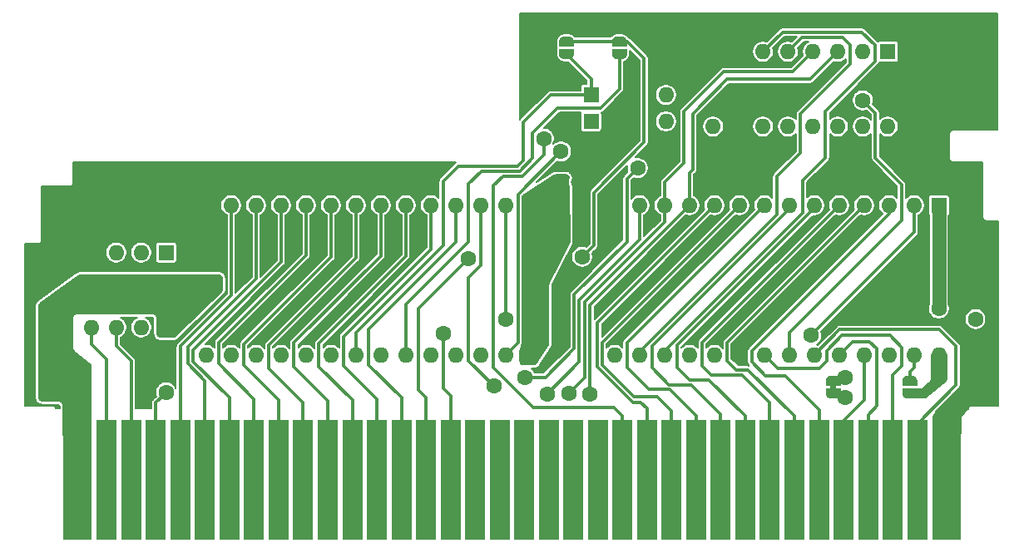
<source format=gtl>
G04 #@! TF.GenerationSoftware,KiCad,Pcbnew,(5.1.9)-1*
G04 #@! TF.CreationDate,2022-04-26T12:58:28-07:00*
G04 #@! TF.ProjectId,NES-CN-ROM-256-05,4e45532d-434e-42d5-924f-4d2d3235362d,v01*
G04 #@! TF.SameCoordinates,Original*
G04 #@! TF.FileFunction,Copper,L1,Top*
G04 #@! TF.FilePolarity,Positive*
%FSLAX46Y46*%
G04 Gerber Fmt 4.6, Leading zero omitted, Abs format (unit mm)*
G04 Created by KiCad (PCBNEW (5.1.9)-1) date 2022-04-26 12:58:28*
%MOMM*%
%LPD*%
G01*
G04 APERTURE LIST*
G04 #@! TA.AperFunction,EtchedComponent*
%ADD10C,0.100000*%
G04 #@! TD*
G04 #@! TA.AperFunction,SMDPad,CuDef*
%ADD11R,3.000000X12.300000*%
G04 #@! TD*
G04 #@! TA.AperFunction,SMDPad,CuDef*
%ADD12R,2.000000X12.300000*%
G04 #@! TD*
G04 #@! TA.AperFunction,ComponentPad*
%ADD13R,1.200000X1.200000*%
G04 #@! TD*
G04 #@! TA.AperFunction,ComponentPad*
%ADD14C,1.200000*%
G04 #@! TD*
G04 #@! TA.AperFunction,ComponentPad*
%ADD15O,1.600000X1.600000*%
G04 #@! TD*
G04 #@! TA.AperFunction,ComponentPad*
%ADD16C,1.600000*%
G04 #@! TD*
G04 #@! TA.AperFunction,ComponentPad*
%ADD17R,1.600000X1.600000*%
G04 #@! TD*
G04 #@! TA.AperFunction,SMDPad,CuDef*
%ADD18C,0.100000*%
G04 #@! TD*
G04 #@! TA.AperFunction,ViaPad*
%ADD19C,1.600000*%
G04 #@! TD*
G04 #@! TA.AperFunction,Conductor*
%ADD20C,1.400000*%
G04 #@! TD*
G04 #@! TA.AperFunction,Conductor*
%ADD21C,0.300000*%
G04 #@! TD*
G04 #@! TA.AperFunction,Conductor*
%ADD22C,0.200000*%
G04 #@! TD*
G04 #@! TA.AperFunction,Conductor*
%ADD23C,0.100000*%
G04 #@! TD*
G04 APERTURE END LIST*
D10*
G36*
X195650000Y-108200000D02*
G01*
X195650000Y-108700000D01*
X196250000Y-108700000D01*
X196250000Y-108200000D01*
X195650000Y-108200000D01*
G37*
D11*
X207500000Y-117850000D03*
D12*
X122000000Y-117850000D03*
X124500000Y-117850000D03*
X127000000Y-117850000D03*
X129500000Y-117850000D03*
X132000000Y-117850000D03*
X134500000Y-117850000D03*
X137000000Y-117850000D03*
X139500000Y-117850000D03*
X142000000Y-117850000D03*
X144500000Y-117850000D03*
X147000000Y-117850000D03*
X149500000Y-117850000D03*
X152000000Y-117850000D03*
X154500000Y-117850000D03*
X157000000Y-117850000D03*
X159500000Y-117850000D03*
X162000000Y-117850000D03*
X164500000Y-117850000D03*
X167000000Y-117850000D03*
X169500000Y-117850000D03*
X172000000Y-117850000D03*
X174500000Y-117850000D03*
X177000000Y-117850000D03*
X179500000Y-117850000D03*
X182000000Y-117850000D03*
X184500000Y-117850000D03*
X187000000Y-117850000D03*
X189500000Y-117850000D03*
X192000000Y-117850000D03*
X194500000Y-117850000D03*
X197000000Y-117850000D03*
X199500000Y-117850000D03*
X202000000Y-117850000D03*
X204500000Y-117850000D03*
D11*
X119000000Y-117850000D03*
D13*
X168350000Y-87550000D03*
D14*
X169850000Y-87550000D03*
D15*
X116800000Y-94900000D03*
D16*
X116800000Y-102400000D03*
X210450000Y-101550000D03*
D15*
X210450000Y-94050000D03*
X178920000Y-78700000D03*
D17*
X171300000Y-78700000D03*
X171300000Y-81400000D03*
D15*
X178920000Y-81400000D03*
X201500000Y-81920000D03*
X183720000Y-74300000D03*
X198960000Y-81920000D03*
X186260000Y-74300000D03*
X196420000Y-81920000D03*
X188800000Y-74300000D03*
X193880000Y-81920000D03*
X191340000Y-74300000D03*
X191340000Y-81920000D03*
X193880000Y-74300000D03*
X188800000Y-81920000D03*
X196420000Y-74300000D03*
X186260000Y-81920000D03*
X198960000Y-74300000D03*
X183720000Y-81920000D03*
D17*
X201500000Y-74300000D03*
X128050000Y-94750000D03*
D15*
X120430000Y-102370000D03*
X125510000Y-94750000D03*
X122970000Y-102370000D03*
X122970000Y-94750000D03*
X125510000Y-102370000D03*
X120430000Y-94750000D03*
X128050000Y-102370000D03*
D17*
X165150000Y-89950000D03*
D15*
X132130000Y-105190000D03*
X162610000Y-89950000D03*
X134670000Y-105190000D03*
X160070000Y-89950000D03*
X137210000Y-105190000D03*
X157530000Y-89950000D03*
X139750000Y-105190000D03*
X154990000Y-89950000D03*
X142290000Y-105190000D03*
X152450000Y-89950000D03*
X144830000Y-105190000D03*
X149910000Y-89950000D03*
X147370000Y-105190000D03*
X147370000Y-89950000D03*
X149910000Y-105190000D03*
X144830000Y-89950000D03*
X152450000Y-105190000D03*
X142290000Y-89950000D03*
X154990000Y-105190000D03*
X139750000Y-89950000D03*
X157530000Y-105190000D03*
X137210000Y-89950000D03*
X160070000Y-105190000D03*
X134670000Y-89950000D03*
X162610000Y-105190000D03*
X132130000Y-89950000D03*
X165150000Y-105190000D03*
X206720000Y-105190000D03*
X173700000Y-89950000D03*
X204180000Y-105190000D03*
X176240000Y-89950000D03*
X201640000Y-105190000D03*
X178780000Y-89950000D03*
X199100000Y-105190000D03*
X181320000Y-89950000D03*
X196560000Y-105190000D03*
X183860000Y-89950000D03*
X194020000Y-105190000D03*
X186400000Y-89950000D03*
X191480000Y-105190000D03*
X188940000Y-89950000D03*
X188940000Y-105190000D03*
X191480000Y-89950000D03*
X186400000Y-105190000D03*
X194020000Y-89950000D03*
X183860000Y-105190000D03*
X196560000Y-89950000D03*
X181320000Y-105190000D03*
X199100000Y-89950000D03*
X178780000Y-105190000D03*
X201640000Y-89950000D03*
X176240000Y-105190000D03*
X204180000Y-89950000D03*
X173700000Y-105190000D03*
D17*
X206720000Y-89950000D03*
G04 #@! TA.AperFunction,SMDPad,CuDef*
D18*
G36*
X195200602Y-107800000D02*
G01*
X195200602Y-107775466D01*
X195205412Y-107726635D01*
X195214984Y-107678510D01*
X195229228Y-107631555D01*
X195248005Y-107586222D01*
X195271136Y-107542949D01*
X195298396Y-107502150D01*
X195329524Y-107464221D01*
X195364221Y-107429524D01*
X195402150Y-107398396D01*
X195442949Y-107371136D01*
X195486222Y-107348005D01*
X195531555Y-107329228D01*
X195578510Y-107314984D01*
X195626635Y-107305412D01*
X195675466Y-107300602D01*
X195700000Y-107300602D01*
X195700000Y-107300000D01*
X196200000Y-107300000D01*
X196200000Y-107300602D01*
X196224534Y-107300602D01*
X196273365Y-107305412D01*
X196321490Y-107314984D01*
X196368445Y-107329228D01*
X196413778Y-107348005D01*
X196457051Y-107371136D01*
X196497850Y-107398396D01*
X196535779Y-107429524D01*
X196570476Y-107464221D01*
X196601604Y-107502150D01*
X196628864Y-107542949D01*
X196651995Y-107586222D01*
X196670772Y-107631555D01*
X196685016Y-107678510D01*
X196694588Y-107726635D01*
X196699398Y-107775466D01*
X196699398Y-107800000D01*
X196700000Y-107800000D01*
X196700000Y-108300000D01*
X195200000Y-108300000D01*
X195200000Y-107800000D01*
X195200602Y-107800000D01*
G37*
G04 #@! TD.AperFunction*
G04 #@! TA.AperFunction,SMDPad,CuDef*
G36*
X196700000Y-108600000D02*
G01*
X196700000Y-109100000D01*
X196699398Y-109100000D01*
X196699398Y-109124534D01*
X196694588Y-109173365D01*
X196685016Y-109221490D01*
X196670772Y-109268445D01*
X196651995Y-109313778D01*
X196628864Y-109357051D01*
X196601604Y-109397850D01*
X196570476Y-109435779D01*
X196535779Y-109470476D01*
X196497850Y-109501604D01*
X196457051Y-109528864D01*
X196413778Y-109551995D01*
X196368445Y-109570772D01*
X196321490Y-109585016D01*
X196273365Y-109594588D01*
X196224534Y-109599398D01*
X196200000Y-109599398D01*
X196200000Y-109600000D01*
X195700000Y-109600000D01*
X195700000Y-109599398D01*
X195675466Y-109599398D01*
X195626635Y-109594588D01*
X195578510Y-109585016D01*
X195531555Y-109570772D01*
X195486222Y-109551995D01*
X195442949Y-109528864D01*
X195402150Y-109501604D01*
X195364221Y-109470476D01*
X195329524Y-109435779D01*
X195298396Y-109397850D01*
X195271136Y-109357051D01*
X195248005Y-109313778D01*
X195229228Y-109268445D01*
X195214984Y-109221490D01*
X195205412Y-109173365D01*
X195200602Y-109124534D01*
X195200602Y-109100000D01*
X195200000Y-109100000D01*
X195200000Y-108600000D01*
X196700000Y-108600000D01*
G37*
G04 #@! TD.AperFunction*
G04 #@! TA.AperFunction,SMDPad,CuDef*
G36*
X204500000Y-108600000D02*
G01*
X204500000Y-109100000D01*
X204499398Y-109100000D01*
X204499398Y-109124534D01*
X204494588Y-109173365D01*
X204485016Y-109221490D01*
X204470772Y-109268445D01*
X204451995Y-109313778D01*
X204428864Y-109357051D01*
X204401604Y-109397850D01*
X204370476Y-109435779D01*
X204335779Y-109470476D01*
X204297850Y-109501604D01*
X204257051Y-109528864D01*
X204213778Y-109551995D01*
X204168445Y-109570772D01*
X204121490Y-109585016D01*
X204073365Y-109594588D01*
X204024534Y-109599398D01*
X204000000Y-109599398D01*
X204000000Y-109600000D01*
X203500000Y-109600000D01*
X203500000Y-109599398D01*
X203475466Y-109599398D01*
X203426635Y-109594588D01*
X203378510Y-109585016D01*
X203331555Y-109570772D01*
X203286222Y-109551995D01*
X203242949Y-109528864D01*
X203202150Y-109501604D01*
X203164221Y-109470476D01*
X203129524Y-109435779D01*
X203098396Y-109397850D01*
X203071136Y-109357051D01*
X203048005Y-109313778D01*
X203029228Y-109268445D01*
X203014984Y-109221490D01*
X203005412Y-109173365D01*
X203000602Y-109124534D01*
X203000602Y-109100000D01*
X203000000Y-109100000D01*
X203000000Y-108600000D01*
X204500000Y-108600000D01*
G37*
G04 #@! TD.AperFunction*
G04 #@! TA.AperFunction,SMDPad,CuDef*
G36*
X203000602Y-107800000D02*
G01*
X203000602Y-107775466D01*
X203005412Y-107726635D01*
X203014984Y-107678510D01*
X203029228Y-107631555D01*
X203048005Y-107586222D01*
X203071136Y-107542949D01*
X203098396Y-107502150D01*
X203129524Y-107464221D01*
X203164221Y-107429524D01*
X203202150Y-107398396D01*
X203242949Y-107371136D01*
X203286222Y-107348005D01*
X203331555Y-107329228D01*
X203378510Y-107314984D01*
X203426635Y-107305412D01*
X203475466Y-107300602D01*
X203500000Y-107300602D01*
X203500000Y-107300000D01*
X204000000Y-107300000D01*
X204000000Y-107300602D01*
X204024534Y-107300602D01*
X204073365Y-107305412D01*
X204121490Y-107314984D01*
X204168445Y-107329228D01*
X204213778Y-107348005D01*
X204257051Y-107371136D01*
X204297850Y-107398396D01*
X204335779Y-107429524D01*
X204370476Y-107464221D01*
X204401604Y-107502150D01*
X204428864Y-107542949D01*
X204451995Y-107586222D01*
X204470772Y-107631555D01*
X204485016Y-107678510D01*
X204494588Y-107726635D01*
X204499398Y-107775466D01*
X204499398Y-107800000D01*
X204500000Y-107800000D01*
X204500000Y-108300000D01*
X203000000Y-108300000D01*
X203000000Y-107800000D01*
X203000602Y-107800000D01*
G37*
G04 #@! TD.AperFunction*
G04 #@! TA.AperFunction,SMDPad,CuDef*
G36*
X169550000Y-74050000D02*
G01*
X169550000Y-74550000D01*
X169549398Y-74550000D01*
X169549398Y-74574534D01*
X169544588Y-74623365D01*
X169535016Y-74671490D01*
X169520772Y-74718445D01*
X169501995Y-74763778D01*
X169478864Y-74807051D01*
X169451604Y-74847850D01*
X169420476Y-74885779D01*
X169385779Y-74920476D01*
X169347850Y-74951604D01*
X169307051Y-74978864D01*
X169263778Y-75001995D01*
X169218445Y-75020772D01*
X169171490Y-75035016D01*
X169123365Y-75044588D01*
X169074534Y-75049398D01*
X169050000Y-75049398D01*
X169050000Y-75050000D01*
X168550000Y-75050000D01*
X168550000Y-75049398D01*
X168525466Y-75049398D01*
X168476635Y-75044588D01*
X168428510Y-75035016D01*
X168381555Y-75020772D01*
X168336222Y-75001995D01*
X168292949Y-74978864D01*
X168252150Y-74951604D01*
X168214221Y-74920476D01*
X168179524Y-74885779D01*
X168148396Y-74847850D01*
X168121136Y-74807051D01*
X168098005Y-74763778D01*
X168079228Y-74718445D01*
X168064984Y-74671490D01*
X168055412Y-74623365D01*
X168050602Y-74574534D01*
X168050602Y-74550000D01*
X168050000Y-74550000D01*
X168050000Y-74050000D01*
X169550000Y-74050000D01*
G37*
G04 #@! TD.AperFunction*
G04 #@! TA.AperFunction,SMDPad,CuDef*
G36*
X168050602Y-73250000D02*
G01*
X168050602Y-73225466D01*
X168055412Y-73176635D01*
X168064984Y-73128510D01*
X168079228Y-73081555D01*
X168098005Y-73036222D01*
X168121136Y-72992949D01*
X168148396Y-72952150D01*
X168179524Y-72914221D01*
X168214221Y-72879524D01*
X168252150Y-72848396D01*
X168292949Y-72821136D01*
X168336222Y-72798005D01*
X168381555Y-72779228D01*
X168428510Y-72764984D01*
X168476635Y-72755412D01*
X168525466Y-72750602D01*
X168550000Y-72750602D01*
X168550000Y-72750000D01*
X169050000Y-72750000D01*
X169050000Y-72750602D01*
X169074534Y-72750602D01*
X169123365Y-72755412D01*
X169171490Y-72764984D01*
X169218445Y-72779228D01*
X169263778Y-72798005D01*
X169307051Y-72821136D01*
X169347850Y-72848396D01*
X169385779Y-72879524D01*
X169420476Y-72914221D01*
X169451604Y-72952150D01*
X169478864Y-72992949D01*
X169501995Y-73036222D01*
X169520772Y-73081555D01*
X169535016Y-73128510D01*
X169544588Y-73176635D01*
X169549398Y-73225466D01*
X169549398Y-73250000D01*
X169550000Y-73250000D01*
X169550000Y-73750000D01*
X168050000Y-73750000D01*
X168050000Y-73250000D01*
X168050602Y-73250000D01*
G37*
G04 #@! TD.AperFunction*
G04 #@! TA.AperFunction,SMDPad,CuDef*
G36*
X174950000Y-74050000D02*
G01*
X174950000Y-74550000D01*
X174949398Y-74550000D01*
X174949398Y-74574534D01*
X174944588Y-74623365D01*
X174935016Y-74671490D01*
X174920772Y-74718445D01*
X174901995Y-74763778D01*
X174878864Y-74807051D01*
X174851604Y-74847850D01*
X174820476Y-74885779D01*
X174785779Y-74920476D01*
X174747850Y-74951604D01*
X174707051Y-74978864D01*
X174663778Y-75001995D01*
X174618445Y-75020772D01*
X174571490Y-75035016D01*
X174523365Y-75044588D01*
X174474534Y-75049398D01*
X174450000Y-75049398D01*
X174450000Y-75050000D01*
X173950000Y-75050000D01*
X173950000Y-75049398D01*
X173925466Y-75049398D01*
X173876635Y-75044588D01*
X173828510Y-75035016D01*
X173781555Y-75020772D01*
X173736222Y-75001995D01*
X173692949Y-74978864D01*
X173652150Y-74951604D01*
X173614221Y-74920476D01*
X173579524Y-74885779D01*
X173548396Y-74847850D01*
X173521136Y-74807051D01*
X173498005Y-74763778D01*
X173479228Y-74718445D01*
X173464984Y-74671490D01*
X173455412Y-74623365D01*
X173450602Y-74574534D01*
X173450602Y-74550000D01*
X173450000Y-74550000D01*
X173450000Y-74050000D01*
X174950000Y-74050000D01*
G37*
G04 #@! TD.AperFunction*
G04 #@! TA.AperFunction,SMDPad,CuDef*
G36*
X173450602Y-73250000D02*
G01*
X173450602Y-73225466D01*
X173455412Y-73176635D01*
X173464984Y-73128510D01*
X173479228Y-73081555D01*
X173498005Y-73036222D01*
X173521136Y-72992949D01*
X173548396Y-72952150D01*
X173579524Y-72914221D01*
X173614221Y-72879524D01*
X173652150Y-72848396D01*
X173692949Y-72821136D01*
X173736222Y-72798005D01*
X173781555Y-72779228D01*
X173828510Y-72764984D01*
X173876635Y-72755412D01*
X173925466Y-72750602D01*
X173950000Y-72750602D01*
X173950000Y-72750000D01*
X174450000Y-72750000D01*
X174450000Y-72750602D01*
X174474534Y-72750602D01*
X174523365Y-72755412D01*
X174571490Y-72764984D01*
X174618445Y-72779228D01*
X174663778Y-72798005D01*
X174707051Y-72821136D01*
X174747850Y-72848396D01*
X174785779Y-72879524D01*
X174820476Y-72914221D01*
X174851604Y-72952150D01*
X174878864Y-72992949D01*
X174901995Y-73036222D01*
X174920772Y-73081555D01*
X174935016Y-73128510D01*
X174944588Y-73176635D01*
X174949398Y-73225466D01*
X174949398Y-73250000D01*
X174950000Y-73250000D01*
X174950000Y-73750000D01*
X173450000Y-73750000D01*
X173450000Y-73250000D01*
X173450602Y-73250000D01*
G37*
G04 #@! TD.AperFunction*
D19*
X132700000Y-98050000D03*
X206700000Y-100450000D03*
X165650000Y-99200000D03*
X197850000Y-87100000D03*
X162600000Y-101550000D03*
X166500000Y-83150000D03*
X156250000Y-103000000D03*
X158800000Y-95400000D03*
X170400000Y-95200000D03*
X128050000Y-109000000D03*
X161400000Y-108350000D03*
X198950000Y-79250000D03*
X171200000Y-109150000D03*
X169050000Y-109100000D03*
X166850000Y-109150000D03*
X197200000Y-109500000D03*
X193700000Y-103200000D03*
X197200000Y-107450000D03*
X164600000Y-107450000D03*
X176050000Y-86150000D03*
X168250000Y-84450000D03*
D20*
X206700000Y-89970000D02*
X206720000Y-89950000D01*
X206700000Y-100450000D02*
X206700000Y-89970000D01*
X119000000Y-117850000D02*
X119000000Y-108700000D01*
X116800000Y-106500000D02*
X116800000Y-102400000D01*
X119000000Y-108700000D02*
X116800000Y-106500000D01*
D21*
X211600001Y-95200001D02*
X210450000Y-94050000D01*
X211600001Y-108569655D02*
X211600001Y-95200001D01*
X207500000Y-112669656D02*
X211600001Y-108569655D01*
X207500000Y-117850000D02*
X207500000Y-112669656D01*
X147370000Y-105190000D02*
X147370000Y-102930000D01*
X147370000Y-102930000D02*
X156250000Y-94050000D01*
X156250000Y-94050000D02*
X156250000Y-87500000D01*
X156250000Y-87500000D02*
X157800000Y-85950000D01*
X157800000Y-85950000D02*
X163800000Y-85950000D01*
X163800000Y-85950000D02*
X164400000Y-85350000D01*
X164400000Y-85350000D02*
X164400000Y-81500000D01*
X167200000Y-78700000D02*
X171300000Y-78700000D01*
X164400000Y-81500000D02*
X167200000Y-78700000D01*
X171300000Y-77050000D02*
X168800000Y-74550000D01*
X171300000Y-78700000D02*
X171300000Y-77050000D01*
X162600000Y-89960000D02*
X162610000Y-89950000D01*
X162600000Y-101550000D02*
X162600000Y-89960000D01*
X196610021Y-102599979D02*
X194020000Y-105190000D01*
X206749979Y-102599979D02*
X196610021Y-102599979D01*
X208450000Y-104300000D02*
X206749979Y-102599979D01*
X208450000Y-108250000D02*
X208450000Y-104300000D01*
X204500000Y-112200000D02*
X208450000Y-108250000D01*
X204500000Y-117850000D02*
X204500000Y-112200000D01*
X194550000Y-106550000D02*
X190300000Y-106550000D01*
X195300000Y-104747998D02*
X195300000Y-105800000D01*
X190300000Y-106550000D02*
X188940000Y-105190000D01*
X196847998Y-103200000D02*
X195300000Y-104747998D01*
X201700000Y-103200000D02*
X196847998Y-103200000D01*
X202950000Y-104450000D02*
X201700000Y-103200000D01*
X195300000Y-105800000D02*
X194550000Y-106550000D01*
X202950000Y-106300000D02*
X202950000Y-104450000D01*
X202000000Y-107250000D02*
X202950000Y-106300000D01*
X202000000Y-117850000D02*
X202000000Y-107250000D01*
X199500000Y-117850000D02*
X199500000Y-111250000D01*
X199500000Y-111250000D02*
X200400000Y-110350000D01*
X200400000Y-110350000D02*
X200400000Y-104787998D01*
X200400000Y-104787998D02*
X200400000Y-104650000D01*
X200400000Y-104787998D02*
X200400000Y-104550000D01*
X200400000Y-104550000D02*
X199650000Y-103800000D01*
X197950000Y-103800000D02*
X196560000Y-105190000D01*
X199650000Y-103800000D02*
X197950000Y-103800000D01*
X199100000Y-105190000D02*
X199100000Y-109750000D01*
X197000000Y-111850000D02*
X197000000Y-117850000D01*
X199100000Y-109750000D02*
X197000000Y-111850000D01*
X201640000Y-90787998D02*
X201640000Y-89950000D01*
X187650000Y-104777998D02*
X201640000Y-90787998D01*
X187650000Y-105900000D02*
X187650000Y-104777998D01*
X189050000Y-107300000D02*
X187650000Y-105900000D01*
X191050000Y-107300000D02*
X189050000Y-107300000D01*
X194500000Y-110750000D02*
X191050000Y-107300000D01*
X194500000Y-117850000D02*
X194500000Y-110750000D01*
X192000000Y-117850000D02*
X192000000Y-111400000D01*
X192000000Y-111400000D02*
X187300000Y-106700000D01*
X187300000Y-106700000D02*
X186100000Y-106700000D01*
X186100000Y-106700000D02*
X185150000Y-105750000D01*
X185150000Y-103900000D02*
X199100000Y-89950000D01*
X185150000Y-105750000D02*
X185150000Y-103900000D01*
X189500000Y-117850000D02*
X189500000Y-110050000D01*
X189500000Y-110050000D02*
X186650000Y-107200000D01*
X186650000Y-107200000D02*
X183500000Y-107200000D01*
X183500000Y-107200000D02*
X182600000Y-106300000D01*
X182600000Y-103910000D02*
X196560000Y-89950000D01*
X182600000Y-106300000D02*
X182600000Y-103910000D01*
X187000000Y-117850000D02*
X187000000Y-111400000D01*
X180050000Y-104207122D02*
X194020000Y-90237122D01*
X187000000Y-111400000D02*
X183300000Y-107700000D01*
X183300000Y-107700000D02*
X181300000Y-107700000D01*
X194020000Y-90237122D02*
X194020000Y-89950000D01*
X181300000Y-107700000D02*
X180050000Y-106450000D01*
X180050000Y-106450000D02*
X180050000Y-104207122D01*
X184500000Y-117850000D02*
X184500000Y-111200000D01*
X184500000Y-111200000D02*
X181500000Y-108200000D01*
X181500000Y-108200000D02*
X179250000Y-108200000D01*
X177550000Y-106500000D02*
X177550000Y-104257122D01*
X179250000Y-108200000D02*
X177550000Y-106500000D01*
X177550000Y-104257122D02*
X191480000Y-90327122D01*
X191480000Y-90327122D02*
X191480000Y-89950000D01*
X182000000Y-111400000D02*
X179300000Y-108700000D01*
X182000000Y-117850000D02*
X182000000Y-111400000D01*
X179300000Y-108700000D02*
X177200000Y-108700000D01*
X177200000Y-108700000D02*
X174950000Y-106450000D01*
X174950000Y-106450000D02*
X174950000Y-103900000D01*
X174990000Y-103900000D02*
X188940000Y-89950000D01*
X174950000Y-103900000D02*
X174990000Y-103900000D01*
X179500000Y-117850000D02*
X179500000Y-110900000D01*
X179500000Y-110900000D02*
X178000000Y-109400000D01*
X178000000Y-109400000D02*
X175657122Y-109400000D01*
X175657122Y-109400000D02*
X172450011Y-106192889D01*
X172450011Y-103899989D02*
X186400000Y-89950000D01*
X172450011Y-106192889D02*
X172450011Y-103899989D01*
X177000000Y-117850000D02*
X177000000Y-110650000D01*
X171950000Y-106400000D02*
X171950000Y-101860000D01*
X177000000Y-110650000D02*
X176350000Y-110000000D01*
X176350000Y-110000000D02*
X175550000Y-110000000D01*
X175550000Y-110000000D02*
X171950000Y-106400000D01*
X171950000Y-101860000D02*
X183860000Y-89950000D01*
X161350000Y-106450000D02*
X161350000Y-89400000D01*
X165400000Y-110500000D02*
X161350000Y-106450000D01*
X173600000Y-110500000D02*
X165400000Y-110500000D01*
X174500000Y-111400000D02*
X173600000Y-110500000D01*
X174500000Y-117850000D02*
X174500000Y-111400000D01*
X161350000Y-89400000D02*
X161350000Y-88837466D01*
X161350000Y-88837466D02*
X161350000Y-87950000D01*
X161350000Y-87950000D02*
X162350000Y-86950000D01*
X162350000Y-86950000D02*
X164300000Y-86950000D01*
X164300000Y-86950000D02*
X166500000Y-84750000D01*
X166500000Y-84750000D02*
X166500000Y-83150000D01*
X157000000Y-117850000D02*
X157000000Y-109350000D01*
X157000000Y-109350000D02*
X156250000Y-108600000D01*
X156250000Y-108600000D02*
X156250000Y-103000000D01*
X154500000Y-117850000D02*
X154500000Y-109500000D01*
X154500000Y-109500000D02*
X153750000Y-108750000D01*
X153750000Y-108750000D02*
X153750000Y-101800000D01*
X171600000Y-88650000D02*
X176700000Y-83550000D01*
X174947592Y-73250000D02*
X174200000Y-73250000D01*
X176700000Y-75002408D02*
X174947592Y-73250000D01*
X176700000Y-83550000D02*
X176700000Y-75002408D01*
X168800000Y-73250000D02*
X174200000Y-73250000D01*
X153750000Y-101800000D02*
X153750000Y-100450000D01*
X153750000Y-100450000D02*
X158800000Y-95400000D01*
X171600000Y-94000000D02*
X171600000Y-88650000D01*
X170400000Y-95200000D02*
X171600000Y-94000000D01*
X152000000Y-117850000D02*
X152000000Y-109550000D01*
X152000000Y-109550000D02*
X148650000Y-106200000D01*
X148650000Y-106200000D02*
X148650000Y-102550000D01*
X157530000Y-93670000D02*
X157530000Y-89950000D01*
X148650000Y-102550000D02*
X157530000Y-93670000D01*
X149500000Y-117850000D02*
X149500000Y-109700000D01*
X149500000Y-109700000D02*
X146100000Y-106300000D01*
X146100000Y-106300000D02*
X146100000Y-103300000D01*
X154990000Y-94410000D02*
X154990000Y-89950000D01*
X146100000Y-103300000D02*
X154990000Y-94410000D01*
X147000000Y-117850000D02*
X147000000Y-109800000D01*
X147000000Y-109800000D02*
X143600000Y-106400000D01*
X143600000Y-106400000D02*
X143600000Y-104000000D01*
X152450000Y-95150000D02*
X152450000Y-89950000D01*
X143600000Y-104000000D02*
X152450000Y-95150000D01*
X149910000Y-95090000D02*
X149910000Y-89950000D01*
X141050000Y-103950000D02*
X149910000Y-95090000D01*
X144500000Y-109850000D02*
X141050000Y-106400000D01*
X141050000Y-106400000D02*
X141050000Y-103950000D01*
X144500000Y-117850000D02*
X144500000Y-109850000D01*
X147370000Y-95280000D02*
X147370000Y-89950000D01*
X138500000Y-104150000D02*
X147370000Y-95280000D01*
X138500000Y-106550000D02*
X138500000Y-104150000D01*
X142000000Y-110050000D02*
X138500000Y-106550000D01*
X142000000Y-117850000D02*
X142000000Y-110050000D01*
X139500000Y-117850000D02*
X139500000Y-109800000D01*
X139500000Y-109800000D02*
X135950000Y-106250000D01*
X135950000Y-106250000D02*
X135950000Y-104100000D01*
X144830000Y-95220000D02*
X144830000Y-89950000D01*
X135950000Y-104100000D02*
X144830000Y-95220000D01*
X142290000Y-95010000D02*
X142290000Y-89950000D01*
X133400000Y-106050000D02*
X133400000Y-103900000D01*
X133400000Y-103900000D02*
X142290000Y-95010000D01*
X137000000Y-109650000D02*
X133400000Y-106050000D01*
X137000000Y-117850000D02*
X137000000Y-109650000D01*
X139750000Y-95750000D02*
X139750000Y-89950000D01*
X130800000Y-104700000D02*
X139750000Y-95750000D01*
X130800000Y-105850000D02*
X130800000Y-104700000D01*
X134500000Y-109550000D02*
X130800000Y-105850000D01*
X134500000Y-117850000D02*
X134500000Y-109550000D01*
X132000000Y-117850000D02*
X132000000Y-107800000D01*
X132000000Y-107800000D02*
X130250000Y-106050000D01*
X130250000Y-106050000D02*
X130250000Y-104350000D01*
X137210000Y-97390000D02*
X137210000Y-89950000D01*
X130250000Y-104350000D02*
X137210000Y-97390000D01*
X129500000Y-117850000D02*
X129500000Y-104300000D01*
X134670000Y-99130000D02*
X134670000Y-89950000D01*
X129500000Y-104300000D02*
X134670000Y-99130000D01*
X127000000Y-110050000D02*
X128050000Y-109000000D01*
X127000000Y-117850000D02*
X127000000Y-110050000D01*
X124500000Y-117850000D02*
X124500000Y-105800000D01*
X122970000Y-104270000D02*
X122970000Y-102370000D01*
X124500000Y-105800000D02*
X122970000Y-104270000D01*
X122000000Y-117850000D02*
X122000000Y-105650000D01*
X120430000Y-104080000D02*
X120430000Y-102370000D01*
X122000000Y-105650000D02*
X120430000Y-104080000D01*
X172250000Y-80050000D02*
X174200000Y-78100000D01*
X158850000Y-93647996D02*
X158850000Y-87750000D01*
X165349998Y-82597998D02*
X167897996Y-80050000D01*
X165349998Y-85150002D02*
X165349998Y-82597998D01*
X164050000Y-86450000D02*
X165349998Y-85150002D01*
X160150000Y-86450000D02*
X164050000Y-86450000D01*
X152450000Y-100047996D02*
X158850000Y-93647996D01*
X152450000Y-105190000D02*
X152450000Y-100047996D01*
X158850000Y-87750000D02*
X160150000Y-86450000D01*
X174200000Y-78100000D02*
X174200000Y-74550000D01*
X167897996Y-80050000D02*
X172250000Y-80050000D01*
X160070000Y-96032004D02*
X160070000Y-89950000D01*
X161400000Y-108350000D02*
X158800000Y-105750000D01*
X158800000Y-97302004D02*
X160070000Y-96032004D01*
X158800000Y-105750000D02*
X158800000Y-97302004D01*
X198950000Y-79250000D02*
X200250000Y-80550000D01*
X200250000Y-80550000D02*
X200250000Y-85150000D01*
X200250000Y-85150000D02*
X202900000Y-87800000D01*
X202900000Y-87800000D02*
X202900000Y-91500000D01*
X191480000Y-102920000D02*
X191480000Y-105190000D01*
X202900000Y-91500000D02*
X191480000Y-102920000D01*
X171200000Y-100070000D02*
X181320000Y-89950000D01*
X171200000Y-109150000D02*
X171200000Y-100070000D01*
X181320000Y-89950000D02*
X181320000Y-86630000D01*
X181320000Y-86630000D02*
X181650000Y-86300000D01*
X181650000Y-86300000D02*
X181650000Y-80600000D01*
X181650000Y-80600000D02*
X185150000Y-77100000D01*
X193620000Y-77100000D02*
X196420000Y-74300000D01*
X185150000Y-77100000D02*
X193620000Y-77100000D01*
X178780000Y-91670000D02*
X178780000Y-89950000D01*
X170650000Y-99800000D02*
X178780000Y-91670000D01*
X170650000Y-107500000D02*
X170650000Y-99800000D01*
X169050000Y-109100000D02*
X170650000Y-107500000D01*
X191830000Y-76350000D02*
X193880000Y-74300000D01*
X184800000Y-76350000D02*
X191830000Y-76350000D01*
X180750000Y-80400000D02*
X184800000Y-76350000D01*
X180750000Y-85650000D02*
X180750000Y-80400000D01*
X178780000Y-87620000D02*
X180750000Y-85650000D01*
X178780000Y-89950000D02*
X178780000Y-87620000D01*
X166850000Y-109150000D02*
X170100000Y-105900000D01*
X170100000Y-105900000D02*
X170100000Y-99600000D01*
X176240000Y-93460000D02*
X176240000Y-89950000D01*
X170100000Y-99600000D02*
X176240000Y-93460000D01*
X176240000Y-105190000D02*
X176240000Y-104860000D01*
X176240000Y-104860000D02*
X190200000Y-90900000D01*
X190200000Y-90900000D02*
X190200000Y-87000000D01*
X190200000Y-87000000D02*
X192600000Y-84600000D01*
X192600000Y-84600000D02*
X192600000Y-80650000D01*
X192600000Y-80650000D02*
X197700000Y-75550000D01*
X197700000Y-75550000D02*
X197700000Y-73600000D01*
X197700000Y-73600000D02*
X196950000Y-72850000D01*
X192790000Y-72850000D02*
X191340000Y-74300000D01*
X196950000Y-72850000D02*
X192790000Y-72850000D01*
X178780000Y-105190000D02*
X178780000Y-104770000D01*
X178780000Y-104770000D02*
X192850000Y-90700000D01*
X192850000Y-90700000D02*
X192850000Y-87400000D01*
X192850000Y-87400000D02*
X195150000Y-85100000D01*
X195150000Y-85100000D02*
X195150000Y-80350000D01*
X195150000Y-80350000D02*
X200200000Y-75300000D01*
X200200000Y-75300000D02*
X200200000Y-73650000D01*
X200200000Y-73650000D02*
X198850000Y-72300000D01*
X190800000Y-72300000D02*
X188800000Y-74300000D01*
X198850000Y-72300000D02*
X190800000Y-72300000D01*
X197200000Y-109500000D02*
X197200000Y-109350000D01*
X196950000Y-109100000D02*
X195950000Y-109100000D01*
X197200000Y-109350000D02*
X196950000Y-109100000D01*
X193700000Y-103200000D02*
X204200000Y-92700000D01*
X204200000Y-89970000D02*
X204180000Y-89950000D01*
X204200000Y-92700000D02*
X204200000Y-89970000D01*
X196850000Y-107800000D02*
X197200000Y-107450000D01*
X195950000Y-107800000D02*
X196850000Y-107800000D01*
X203750000Y-107800000D02*
X203750000Y-106900000D01*
X204180000Y-106470000D02*
X204180000Y-105190000D01*
X203750000Y-106900000D02*
X204180000Y-106470000D01*
X164600000Y-107450000D02*
X166650000Y-107450000D01*
X166650000Y-107450000D02*
X169550000Y-104550000D01*
X169550000Y-104550000D02*
X169550000Y-99050000D01*
X169550000Y-99050000D02*
X174950000Y-93650000D01*
X174950000Y-87250000D02*
X176050000Y-86150000D01*
X174950000Y-93650000D02*
X174950000Y-87250000D01*
X168250000Y-84450000D02*
X163850000Y-88850000D01*
X163850000Y-103950000D02*
X162610000Y-105190000D01*
X163850000Y-88850000D02*
X163850000Y-103950000D01*
D22*
X168810486Y-86868153D02*
X168907376Y-86917261D01*
X168984463Y-86993804D01*
X169034259Y-87090345D01*
X169043367Y-87145569D01*
X168984586Y-87287480D01*
X168950000Y-87461358D01*
X168950000Y-87638642D01*
X168984586Y-87812520D01*
X169052430Y-87976310D01*
X169058763Y-87985788D01*
X169099179Y-93684519D01*
X169089065Y-93773672D01*
X169058042Y-93857857D01*
X167010418Y-97857866D01*
X167005663Y-97868689D01*
X166968763Y-97968277D01*
X166963232Y-97991220D01*
X166950699Y-98096684D01*
X166950000Y-98108485D01*
X166950000Y-104057846D01*
X166934244Y-104165306D01*
X166888297Y-104263728D01*
X165754381Y-105985600D01*
X165670993Y-106075635D01*
X165570327Y-106129876D01*
X165449276Y-106150000D01*
X164457872Y-106150000D01*
X164342229Y-106131684D01*
X164245009Y-106082148D01*
X164167852Y-106004991D01*
X164118316Y-105907771D01*
X164100000Y-105792128D01*
X164100000Y-104781410D01*
X164113586Y-104681462D01*
X164153359Y-104588767D01*
X164171621Y-104558330D01*
X164177770Y-104546311D01*
X164225570Y-104434908D01*
X164232761Y-104408946D01*
X164249089Y-104288826D01*
X164250000Y-104275357D01*
X164250000Y-104156262D01*
X164267757Y-104123041D01*
X164272771Y-104106513D01*
X164293489Y-104038215D01*
X164300000Y-103972105D01*
X164300000Y-103972094D01*
X164302176Y-103950000D01*
X164300000Y-103927906D01*
X164300000Y-89075661D01*
X164325010Y-89029491D01*
X164415753Y-88946069D01*
X167536518Y-86910788D01*
X167634340Y-86865520D01*
X167741008Y-86850000D01*
X168695344Y-86850000D01*
X168810486Y-86868153D01*
G04 #@! TA.AperFunction,Conductor*
D23*
G36*
X168810486Y-86868153D02*
G01*
X168907376Y-86917261D01*
X168984463Y-86993804D01*
X169034259Y-87090345D01*
X169043367Y-87145569D01*
X168984586Y-87287480D01*
X168950000Y-87461358D01*
X168950000Y-87638642D01*
X168984586Y-87812520D01*
X169052430Y-87976310D01*
X169058763Y-87985788D01*
X169099179Y-93684519D01*
X169089065Y-93773672D01*
X169058042Y-93857857D01*
X167010418Y-97857866D01*
X167005663Y-97868689D01*
X166968763Y-97968277D01*
X166963232Y-97991220D01*
X166950699Y-98096684D01*
X166950000Y-98108485D01*
X166950000Y-104057846D01*
X166934244Y-104165306D01*
X166888297Y-104263728D01*
X165754381Y-105985600D01*
X165670993Y-106075635D01*
X165570327Y-106129876D01*
X165449276Y-106150000D01*
X164457872Y-106150000D01*
X164342229Y-106131684D01*
X164245009Y-106082148D01*
X164167852Y-106004991D01*
X164118316Y-105907771D01*
X164100000Y-105792128D01*
X164100000Y-104781410D01*
X164113586Y-104681462D01*
X164153359Y-104588767D01*
X164171621Y-104558330D01*
X164177770Y-104546311D01*
X164225570Y-104434908D01*
X164232761Y-104408946D01*
X164249089Y-104288826D01*
X164250000Y-104275357D01*
X164250000Y-104156262D01*
X164267757Y-104123041D01*
X164272771Y-104106513D01*
X164293489Y-104038215D01*
X164300000Y-103972105D01*
X164300000Y-103972094D01*
X164302176Y-103950000D01*
X164300000Y-103927906D01*
X164300000Y-89075661D01*
X164325010Y-89029491D01*
X164415753Y-88946069D01*
X167536518Y-86910788D01*
X167634340Y-86865520D01*
X167741008Y-86850000D01*
X168695344Y-86850000D01*
X168810486Y-86868153D01*
G37*
G04 #@! TD.AperFunction*
D22*
X206863066Y-104637253D02*
X206957379Y-104694653D01*
X207368447Y-105037210D01*
X207441086Y-105118370D01*
X207484153Y-105210319D01*
X207500000Y-105318083D01*
X207500000Y-107579365D01*
X207483828Y-107688202D01*
X207439908Y-107780884D01*
X207365918Y-107862315D01*
X205467648Y-109415445D01*
X205356531Y-109478228D01*
X205230775Y-109500000D01*
X204192954Y-109500000D01*
X204096033Y-109487240D01*
X204011825Y-109452360D01*
X203934279Y-109392857D01*
X203577674Y-109036252D01*
X203530708Y-108965962D01*
X203516174Y-108892893D01*
X203530708Y-108819825D01*
X203572096Y-108757882D01*
X203634038Y-108716494D01*
X203716958Y-108700000D01*
X204735764Y-108700000D01*
X204753172Y-108698473D01*
X204907454Y-108671199D01*
X204926331Y-108665911D01*
X204940160Y-108659262D01*
X205075740Y-108580746D01*
X205090040Y-108570701D01*
X205754275Y-108011345D01*
X205764661Y-108001224D01*
X205851060Y-107903851D01*
X205866928Y-107879663D01*
X205921839Y-107761634D01*
X205930119Y-107733916D01*
X205948948Y-107605108D01*
X205950000Y-107590644D01*
X205950000Y-105392954D01*
X205962760Y-105296033D01*
X205997640Y-105211825D01*
X206057143Y-105134279D01*
X206474888Y-104716534D01*
X206563610Y-104650836D01*
X206660577Y-104616387D01*
X206763377Y-104611724D01*
X206863066Y-104637253D01*
G04 #@! TA.AperFunction,Conductor*
D23*
G36*
X206863066Y-104637253D02*
G01*
X206957379Y-104694653D01*
X207368447Y-105037210D01*
X207441086Y-105118370D01*
X207484153Y-105210319D01*
X207500000Y-105318083D01*
X207500000Y-107579365D01*
X207483828Y-107688202D01*
X207439908Y-107780884D01*
X207365918Y-107862315D01*
X205467648Y-109415445D01*
X205356531Y-109478228D01*
X205230775Y-109500000D01*
X204192954Y-109500000D01*
X204096033Y-109487240D01*
X204011825Y-109452360D01*
X203934279Y-109392857D01*
X203577674Y-109036252D01*
X203530708Y-108965962D01*
X203516174Y-108892893D01*
X203530708Y-108819825D01*
X203572096Y-108757882D01*
X203634038Y-108716494D01*
X203716958Y-108700000D01*
X204735764Y-108700000D01*
X204753172Y-108698473D01*
X204907454Y-108671199D01*
X204926331Y-108665911D01*
X204940160Y-108659262D01*
X205075740Y-108580746D01*
X205090040Y-108570701D01*
X205754275Y-108011345D01*
X205764661Y-108001224D01*
X205851060Y-107903851D01*
X205866928Y-107879663D01*
X205921839Y-107761634D01*
X205930119Y-107733916D01*
X205948948Y-107605108D01*
X205950000Y-107590644D01*
X205950000Y-105392954D01*
X205962760Y-105296033D01*
X205997640Y-105211825D01*
X206057143Y-105134279D01*
X206474888Y-104716534D01*
X206563610Y-104650836D01*
X206660577Y-104616387D01*
X206763377Y-104611724D01*
X206863066Y-104637253D01*
G37*
G04 #@! TD.AperFunction*
D22*
X133507771Y-97068316D02*
X133604991Y-97117852D01*
X133682148Y-97195009D01*
X133731684Y-97292229D01*
X133750000Y-97407872D01*
X133750000Y-98501420D01*
X133736567Y-98600814D01*
X133699895Y-98686829D01*
X133637478Y-98765342D01*
X128965951Y-103248120D01*
X128889434Y-103304772D01*
X128807073Y-103337897D01*
X128712631Y-103350000D01*
X127507872Y-103350000D01*
X127392229Y-103331684D01*
X127295009Y-103282148D01*
X127217852Y-103204991D01*
X127168316Y-103107771D01*
X127150000Y-102992128D01*
X127150000Y-101500000D01*
X127148769Y-101484356D01*
X127126744Y-101345298D01*
X127121794Y-101326330D01*
X127117076Y-101315543D01*
X127053159Y-101190098D01*
X127042590Y-101173588D01*
X127034769Y-101164786D01*
X126935214Y-101065231D01*
X126920060Y-101052795D01*
X126909902Y-101046841D01*
X126784457Y-100982924D01*
X126766202Y-100975779D01*
X126754702Y-100973256D01*
X126615644Y-100951231D01*
X126600000Y-100950000D01*
X119050000Y-100950000D01*
X119034356Y-100951231D01*
X118895298Y-100973256D01*
X118876330Y-100978206D01*
X118865543Y-100982924D01*
X118740098Y-101046841D01*
X118723588Y-101057410D01*
X118714786Y-101065231D01*
X118615231Y-101164786D01*
X118602795Y-101179940D01*
X118596841Y-101190098D01*
X118532924Y-101315543D01*
X118525779Y-101333798D01*
X118523256Y-101345298D01*
X118501231Y-101484356D01*
X118500000Y-101500000D01*
X118500000Y-104386359D01*
X118501090Y-104401081D01*
X118520595Y-104532129D01*
X118525367Y-104551142D01*
X118529169Y-104560295D01*
X118585992Y-104679984D01*
X118596094Y-104696783D01*
X118602397Y-104704433D01*
X118691612Y-104802385D01*
X118702330Y-104812534D01*
X120265507Y-106087758D01*
X120339720Y-106169238D01*
X120383776Y-106262036D01*
X120400000Y-106371040D01*
X120400000Y-113192128D01*
X120381684Y-113307771D01*
X120332148Y-113404991D01*
X120254991Y-113482148D01*
X120157771Y-113531684D01*
X120042128Y-113550000D01*
X117957872Y-113550000D01*
X117842229Y-113531684D01*
X117745009Y-113482148D01*
X117667852Y-113404991D01*
X117618316Y-113307771D01*
X117600000Y-113192128D01*
X117600000Y-110400000D01*
X117598769Y-110384356D01*
X117576744Y-110245298D01*
X117571794Y-110226330D01*
X117567076Y-110215543D01*
X117503159Y-110090098D01*
X117492590Y-110073588D01*
X117484769Y-110064786D01*
X117385214Y-109965231D01*
X117370060Y-109952795D01*
X117359902Y-109946841D01*
X117234457Y-109882924D01*
X117216202Y-109875779D01*
X117204702Y-109873256D01*
X117065644Y-109851231D01*
X117050000Y-109850000D01*
X115457872Y-109850000D01*
X115342229Y-109831684D01*
X115245009Y-109782148D01*
X115167852Y-109704991D01*
X115118316Y-109607771D01*
X115100000Y-109492128D01*
X115100000Y-100235562D01*
X115118106Y-100120567D01*
X115167094Y-100023768D01*
X115249031Y-99941080D01*
X119083909Y-97122676D01*
X119188907Y-97068633D01*
X119305514Y-97050000D01*
X133392128Y-97050000D01*
X133507771Y-97068316D01*
G04 #@! TA.AperFunction,Conductor*
D23*
G36*
X133507771Y-97068316D02*
G01*
X133604991Y-97117852D01*
X133682148Y-97195009D01*
X133731684Y-97292229D01*
X133750000Y-97407872D01*
X133750000Y-98501420D01*
X133736567Y-98600814D01*
X133699895Y-98686829D01*
X133637478Y-98765342D01*
X128965951Y-103248120D01*
X128889434Y-103304772D01*
X128807073Y-103337897D01*
X128712631Y-103350000D01*
X127507872Y-103350000D01*
X127392229Y-103331684D01*
X127295009Y-103282148D01*
X127217852Y-103204991D01*
X127168316Y-103107771D01*
X127150000Y-102992128D01*
X127150000Y-101500000D01*
X127148769Y-101484356D01*
X127126744Y-101345298D01*
X127121794Y-101326330D01*
X127117076Y-101315543D01*
X127053159Y-101190098D01*
X127042590Y-101173588D01*
X127034769Y-101164786D01*
X126935214Y-101065231D01*
X126920060Y-101052795D01*
X126909902Y-101046841D01*
X126784457Y-100982924D01*
X126766202Y-100975779D01*
X126754702Y-100973256D01*
X126615644Y-100951231D01*
X126600000Y-100950000D01*
X119050000Y-100950000D01*
X119034356Y-100951231D01*
X118895298Y-100973256D01*
X118876330Y-100978206D01*
X118865543Y-100982924D01*
X118740098Y-101046841D01*
X118723588Y-101057410D01*
X118714786Y-101065231D01*
X118615231Y-101164786D01*
X118602795Y-101179940D01*
X118596841Y-101190098D01*
X118532924Y-101315543D01*
X118525779Y-101333798D01*
X118523256Y-101345298D01*
X118501231Y-101484356D01*
X118500000Y-101500000D01*
X118500000Y-104386359D01*
X118501090Y-104401081D01*
X118520595Y-104532129D01*
X118525367Y-104551142D01*
X118529169Y-104560295D01*
X118585992Y-104679984D01*
X118596094Y-104696783D01*
X118602397Y-104704433D01*
X118691612Y-104802385D01*
X118702330Y-104812534D01*
X120265507Y-106087758D01*
X120339720Y-106169238D01*
X120383776Y-106262036D01*
X120400000Y-106371040D01*
X120400000Y-113192128D01*
X120381684Y-113307771D01*
X120332148Y-113404991D01*
X120254991Y-113482148D01*
X120157771Y-113531684D01*
X120042128Y-113550000D01*
X117957872Y-113550000D01*
X117842229Y-113531684D01*
X117745009Y-113482148D01*
X117667852Y-113404991D01*
X117618316Y-113307771D01*
X117600000Y-113192128D01*
X117600000Y-110400000D01*
X117598769Y-110384356D01*
X117576744Y-110245298D01*
X117571794Y-110226330D01*
X117567076Y-110215543D01*
X117503159Y-110090098D01*
X117492590Y-110073588D01*
X117484769Y-110064786D01*
X117385214Y-109965231D01*
X117370060Y-109952795D01*
X117359902Y-109946841D01*
X117234457Y-109882924D01*
X117216202Y-109875779D01*
X117204702Y-109873256D01*
X117065644Y-109851231D01*
X117050000Y-109850000D01*
X115457872Y-109850000D01*
X115342229Y-109831684D01*
X115245009Y-109782148D01*
X115167852Y-109704991D01*
X115118316Y-109607771D01*
X115100000Y-109492128D01*
X115100000Y-100235562D01*
X115118106Y-100120567D01*
X115167094Y-100023768D01*
X115249031Y-99941080D01*
X119083909Y-97122676D01*
X119188907Y-97068633D01*
X119305514Y-97050000D01*
X133392128Y-97050000D01*
X133507771Y-97068316D01*
G37*
G04 #@! TD.AperFunction*
D22*
X212625000Y-82275000D02*
X208115961Y-82275000D01*
X208100000Y-82273428D01*
X208084040Y-82275000D01*
X208084039Y-82275000D01*
X208036289Y-82279703D01*
X207975026Y-82298287D01*
X207918566Y-82328465D01*
X207869079Y-82369079D01*
X207828465Y-82418566D01*
X207798287Y-82475026D01*
X207779703Y-82536289D01*
X207773428Y-82600000D01*
X207775001Y-82615971D01*
X207775000Y-85184039D01*
X207773428Y-85200000D01*
X207779703Y-85263711D01*
X207798287Y-85324974D01*
X207828465Y-85381434D01*
X207844701Y-85401217D01*
X207869079Y-85430921D01*
X207918566Y-85471535D01*
X207975026Y-85501713D01*
X208036289Y-85520297D01*
X208100000Y-85526572D01*
X208115960Y-85525000D01*
X211175001Y-85525000D01*
X211175000Y-91184039D01*
X211173428Y-91200000D01*
X211179703Y-91263711D01*
X211198287Y-91324974D01*
X211228465Y-91381434D01*
X211253374Y-91411785D01*
X211269079Y-91430921D01*
X211318566Y-91471535D01*
X211375026Y-91501713D01*
X211436289Y-91520297D01*
X211500000Y-91526572D01*
X211515960Y-91525000D01*
X212775001Y-91525000D01*
X212775000Y-110375000D01*
X210015961Y-110375000D01*
X210000000Y-110373428D01*
X209984040Y-110375000D01*
X209984039Y-110375000D01*
X209936289Y-110379703D01*
X209875026Y-110398287D01*
X209818566Y-110428465D01*
X209769079Y-110469079D01*
X209728465Y-110518566D01*
X209698287Y-110575026D01*
X209679703Y-110636289D01*
X209673428Y-110700000D01*
X209675001Y-110715971D01*
X209675001Y-110717125D01*
X209673127Y-110717901D01*
X209650520Y-110730954D01*
X209557322Y-110802467D01*
X209547487Y-110811091D01*
X209061091Y-111297487D01*
X209052467Y-111307322D01*
X208980954Y-111400520D01*
X208967901Y-111423127D01*
X208922945Y-111531659D01*
X208916188Y-111556876D01*
X208900855Y-111673344D01*
X208900000Y-111686396D01*
X208900000Y-113192128D01*
X208881684Y-113307771D01*
X208832148Y-113404991D01*
X208754991Y-113482148D01*
X208657771Y-113531684D01*
X208542128Y-113550000D01*
X206457872Y-113550000D01*
X206342229Y-113531684D01*
X206245009Y-113482148D01*
X206167852Y-113404991D01*
X206118316Y-113307771D01*
X206100000Y-113192128D01*
X206100000Y-111643609D01*
X206116061Y-111535143D01*
X206162868Y-111435976D01*
X206333205Y-111180470D01*
X206343154Y-111161364D01*
X206380746Y-111065065D01*
X206386050Y-111046193D01*
X206387415Y-111022757D01*
X206383269Y-110953127D01*
X208752573Y-108583823D01*
X208769737Y-108569737D01*
X208783824Y-108552572D01*
X208783828Y-108552568D01*
X208825971Y-108501217D01*
X208867757Y-108423041D01*
X208870842Y-108412871D01*
X208893489Y-108338215D01*
X208900000Y-108272105D01*
X208900000Y-108272094D01*
X208902176Y-108250000D01*
X208900000Y-108227906D01*
X208900000Y-104322094D01*
X208902176Y-104300000D01*
X208900000Y-104277906D01*
X208900000Y-104277895D01*
X208893489Y-104211785D01*
X208867757Y-104126959D01*
X208847048Y-104088215D01*
X208825971Y-104048783D01*
X208783828Y-103997432D01*
X208783824Y-103997428D01*
X208769737Y-103980263D01*
X208752572Y-103966176D01*
X207083808Y-102297413D01*
X207069716Y-102280242D01*
X207001195Y-102224008D01*
X206923020Y-102182222D01*
X206838194Y-102156490D01*
X206772084Y-102149979D01*
X206772073Y-102149979D01*
X206749979Y-102147803D01*
X206727885Y-102149979D01*
X196632115Y-102149979D01*
X196610021Y-102147803D01*
X196587927Y-102149979D01*
X196587916Y-102149979D01*
X196521806Y-102156490D01*
X196457587Y-102175971D01*
X196436980Y-102182222D01*
X196358804Y-102224008D01*
X196307453Y-102266151D01*
X196307449Y-102266155D01*
X196290284Y-102280242D01*
X196276197Y-102297407D01*
X194411904Y-104161701D01*
X194340858Y-104132273D01*
X194297584Y-104123665D01*
X194401209Y-104054425D01*
X194554425Y-103901209D01*
X194674807Y-103721045D01*
X194757727Y-103520858D01*
X194800000Y-103308341D01*
X194800000Y-103091659D01*
X194757727Y-102879142D01*
X194728299Y-102808096D01*
X197194736Y-100341659D01*
X205600000Y-100341659D01*
X205600000Y-100558341D01*
X205642273Y-100770858D01*
X205725193Y-100971045D01*
X205845575Y-101151209D01*
X205998791Y-101304425D01*
X206178955Y-101424807D01*
X206379142Y-101507727D01*
X206591659Y-101550000D01*
X206808341Y-101550000D01*
X207020858Y-101507727D01*
X207180360Y-101441659D01*
X209350000Y-101441659D01*
X209350000Y-101658341D01*
X209392273Y-101870858D01*
X209475193Y-102071045D01*
X209595575Y-102251209D01*
X209748791Y-102404425D01*
X209928955Y-102524807D01*
X210129142Y-102607727D01*
X210341659Y-102650000D01*
X210558341Y-102650000D01*
X210770858Y-102607727D01*
X210971045Y-102524807D01*
X211151209Y-102404425D01*
X211304425Y-102251209D01*
X211424807Y-102071045D01*
X211507727Y-101870858D01*
X211550000Y-101658341D01*
X211550000Y-101441659D01*
X211507727Y-101229142D01*
X211424807Y-101028955D01*
X211304425Y-100848791D01*
X211151209Y-100695575D01*
X210971045Y-100575193D01*
X210770858Y-100492273D01*
X210558341Y-100450000D01*
X210341659Y-100450000D01*
X210129142Y-100492273D01*
X209928955Y-100575193D01*
X209748791Y-100695575D01*
X209595575Y-100848791D01*
X209475193Y-101028955D01*
X209392273Y-101229142D01*
X209350000Y-101441659D01*
X207180360Y-101441659D01*
X207221045Y-101424807D01*
X207401209Y-101304425D01*
X207554425Y-101151209D01*
X207674807Y-100971045D01*
X207757727Y-100770858D01*
X207800000Y-100558341D01*
X207800000Y-100341659D01*
X207757727Y-100129142D01*
X207700000Y-99989776D01*
X207700000Y-90990370D01*
X207733158Y-90963158D01*
X207770647Y-90917477D01*
X207798504Y-90865360D01*
X207815659Y-90808810D01*
X207821451Y-90750000D01*
X207821451Y-89150000D01*
X207815659Y-89091190D01*
X207798504Y-89034640D01*
X207770647Y-88982523D01*
X207733158Y-88936842D01*
X207687477Y-88899353D01*
X207635360Y-88871496D01*
X207578810Y-88854341D01*
X207520000Y-88848549D01*
X205920000Y-88848549D01*
X205861190Y-88854341D01*
X205804640Y-88871496D01*
X205752523Y-88899353D01*
X205706842Y-88936842D01*
X205669353Y-88982523D01*
X205641496Y-89034640D01*
X205624341Y-89091190D01*
X205618549Y-89150000D01*
X205618549Y-90750000D01*
X205624341Y-90808810D01*
X205641496Y-90865360D01*
X205669353Y-90917477D01*
X205700001Y-90954822D01*
X205700000Y-99989776D01*
X205642273Y-100129142D01*
X205600000Y-100341659D01*
X197194736Y-100341659D01*
X204502573Y-93033823D01*
X204519737Y-93019737D01*
X204533824Y-93002572D01*
X204533828Y-93002568D01*
X204575971Y-92951217D01*
X204590526Y-92923986D01*
X204617757Y-92873041D01*
X204643489Y-92788215D01*
X204650000Y-92722105D01*
X204650000Y-92722093D01*
X204652176Y-92700001D01*
X204650000Y-92677909D01*
X204650000Y-90945950D01*
X204701045Y-90924807D01*
X204881209Y-90804425D01*
X205034425Y-90651209D01*
X205154807Y-90471045D01*
X205237727Y-90270858D01*
X205280000Y-90058341D01*
X205280000Y-89841659D01*
X205237727Y-89629142D01*
X205154807Y-89428955D01*
X205034425Y-89248791D01*
X204881209Y-89095575D01*
X204701045Y-88975193D01*
X204500858Y-88892273D01*
X204288341Y-88850000D01*
X204071659Y-88850000D01*
X203859142Y-88892273D01*
X203658955Y-88975193D01*
X203478791Y-89095575D01*
X203350000Y-89224366D01*
X203350000Y-87822094D01*
X203352176Y-87800000D01*
X203350000Y-87777905D01*
X203350000Y-87777895D01*
X203343489Y-87711785D01*
X203317757Y-87626959D01*
X203289465Y-87574029D01*
X203275971Y-87548783D01*
X203233828Y-87497432D01*
X203233824Y-87497428D01*
X203219737Y-87480263D01*
X203202573Y-87466177D01*
X200700000Y-84963605D01*
X200700000Y-82675634D01*
X200798791Y-82774425D01*
X200978955Y-82894807D01*
X201179142Y-82977727D01*
X201391659Y-83020000D01*
X201608341Y-83020000D01*
X201820858Y-82977727D01*
X202021045Y-82894807D01*
X202201209Y-82774425D01*
X202354425Y-82621209D01*
X202474807Y-82441045D01*
X202557727Y-82240858D01*
X202600000Y-82028341D01*
X202600000Y-81811659D01*
X202557727Y-81599142D01*
X202474807Y-81398955D01*
X202354425Y-81218791D01*
X202201209Y-81065575D01*
X202021045Y-80945193D01*
X201820858Y-80862273D01*
X201608341Y-80820000D01*
X201391659Y-80820000D01*
X201179142Y-80862273D01*
X200978955Y-80945193D01*
X200798791Y-81065575D01*
X200700000Y-81164366D01*
X200700000Y-80572094D01*
X200702176Y-80550000D01*
X200700000Y-80527906D01*
X200700000Y-80527895D01*
X200693489Y-80461785D01*
X200667757Y-80376959D01*
X200642797Y-80330263D01*
X200625971Y-80298783D01*
X200583828Y-80247432D01*
X200583824Y-80247428D01*
X200569737Y-80230263D01*
X200552573Y-80216177D01*
X199978299Y-79641904D01*
X200007727Y-79570858D01*
X200050000Y-79358341D01*
X200050000Y-79141659D01*
X200007727Y-78929142D01*
X199924807Y-78728955D01*
X199804425Y-78548791D01*
X199651209Y-78395575D01*
X199471045Y-78275193D01*
X199270858Y-78192273D01*
X199058341Y-78150000D01*
X198841659Y-78150000D01*
X198629142Y-78192273D01*
X198428955Y-78275193D01*
X198248791Y-78395575D01*
X198095575Y-78548791D01*
X197975193Y-78728955D01*
X197892273Y-78929142D01*
X197850000Y-79141659D01*
X197850000Y-79358341D01*
X197892273Y-79570858D01*
X197975193Y-79771045D01*
X198095575Y-79951209D01*
X198248791Y-80104425D01*
X198428955Y-80224807D01*
X198629142Y-80307727D01*
X198841659Y-80350000D01*
X199058341Y-80350000D01*
X199270858Y-80307727D01*
X199341904Y-80278299D01*
X199800000Y-80736396D01*
X199800000Y-81204366D01*
X199661209Y-81065575D01*
X199481045Y-80945193D01*
X199280858Y-80862273D01*
X199068341Y-80820000D01*
X198851659Y-80820000D01*
X198639142Y-80862273D01*
X198438955Y-80945193D01*
X198258791Y-81065575D01*
X198105575Y-81218791D01*
X197985193Y-81398955D01*
X197902273Y-81599142D01*
X197860000Y-81811659D01*
X197860000Y-82028341D01*
X197902273Y-82240858D01*
X197985193Y-82441045D01*
X198105575Y-82621209D01*
X198258791Y-82774425D01*
X198438955Y-82894807D01*
X198639142Y-82977727D01*
X198851659Y-83020000D01*
X199068341Y-83020000D01*
X199280858Y-82977727D01*
X199481045Y-82894807D01*
X199661209Y-82774425D01*
X199800000Y-82635634D01*
X199800001Y-85127896D01*
X199797824Y-85150000D01*
X199806512Y-85238215D01*
X199832243Y-85323040D01*
X199874029Y-85401216D01*
X199916172Y-85452567D01*
X199916175Y-85452570D01*
X199930264Y-85469737D01*
X199947429Y-85483824D01*
X202450000Y-87986396D01*
X202450000Y-89204366D01*
X202341209Y-89095575D01*
X202161045Y-88975193D01*
X201960858Y-88892273D01*
X201748341Y-88850000D01*
X201531659Y-88850000D01*
X201319142Y-88892273D01*
X201118955Y-88975193D01*
X200938791Y-89095575D01*
X200785575Y-89248791D01*
X200665193Y-89428955D01*
X200582273Y-89629142D01*
X200540000Y-89841659D01*
X200540000Y-90058341D01*
X200582273Y-90270858D01*
X200665193Y-90471045D01*
X200785575Y-90651209D01*
X200938791Y-90804425D01*
X200967796Y-90823806D01*
X187347429Y-104444174D01*
X187330264Y-104458261D01*
X187316177Y-104475426D01*
X187316172Y-104475431D01*
X187274029Y-104526782D01*
X187232243Y-104604958D01*
X187206512Y-104689783D01*
X187197824Y-104777998D01*
X187200001Y-104800102D01*
X187200000Y-105877905D01*
X187197824Y-105900000D01*
X187200000Y-105922094D01*
X187200000Y-105922104D01*
X187206511Y-105988214D01*
X187223563Y-106044425D01*
X187232243Y-106073040D01*
X187274029Y-106151216D01*
X187308722Y-106193489D01*
X187330263Y-106219737D01*
X187347434Y-106233829D01*
X187368139Y-106254534D01*
X187322105Y-106250000D01*
X187322094Y-106250000D01*
X187300000Y-106247824D01*
X187277906Y-106250000D01*
X186286396Y-106250000D01*
X185600000Y-105563605D01*
X185600000Y-104086395D01*
X198708097Y-90978299D01*
X198779142Y-91007727D01*
X198991659Y-91050000D01*
X199208341Y-91050000D01*
X199420858Y-91007727D01*
X199621045Y-90924807D01*
X199801209Y-90804425D01*
X199954425Y-90651209D01*
X200074807Y-90471045D01*
X200157727Y-90270858D01*
X200200000Y-90058341D01*
X200200000Y-89841659D01*
X200157727Y-89629142D01*
X200074807Y-89428955D01*
X199954425Y-89248791D01*
X199801209Y-89095575D01*
X199621045Y-88975193D01*
X199420858Y-88892273D01*
X199208341Y-88850000D01*
X198991659Y-88850000D01*
X198779142Y-88892273D01*
X198578955Y-88975193D01*
X198398791Y-89095575D01*
X198245575Y-89248791D01*
X198125193Y-89428955D01*
X198042273Y-89629142D01*
X198000000Y-89841659D01*
X198000000Y-90058341D01*
X198042273Y-90270858D01*
X198071701Y-90341903D01*
X184847429Y-103566176D01*
X184830264Y-103580263D01*
X184816177Y-103597428D01*
X184816172Y-103597433D01*
X184774029Y-103648784D01*
X184732243Y-103726960D01*
X184724594Y-103752176D01*
X184706512Y-103811785D01*
X184702313Y-103854425D01*
X184697824Y-103900000D01*
X184700001Y-103922104D01*
X184700001Y-104474367D01*
X184561209Y-104335575D01*
X184381045Y-104215193D01*
X184180858Y-104132273D01*
X183968341Y-104090000D01*
X183751659Y-104090000D01*
X183539142Y-104132273D01*
X183338955Y-104215193D01*
X183158791Y-104335575D01*
X183050000Y-104444366D01*
X183050000Y-104096395D01*
X196168097Y-90978299D01*
X196239142Y-91007727D01*
X196451659Y-91050000D01*
X196668341Y-91050000D01*
X196880858Y-91007727D01*
X197081045Y-90924807D01*
X197261209Y-90804425D01*
X197414425Y-90651209D01*
X197534807Y-90471045D01*
X197617727Y-90270858D01*
X197660000Y-90058341D01*
X197660000Y-89841659D01*
X197617727Y-89629142D01*
X197534807Y-89428955D01*
X197414425Y-89248791D01*
X197261209Y-89095575D01*
X197081045Y-88975193D01*
X196880858Y-88892273D01*
X196668341Y-88850000D01*
X196451659Y-88850000D01*
X196239142Y-88892273D01*
X196038955Y-88975193D01*
X195858791Y-89095575D01*
X195705575Y-89248791D01*
X195585193Y-89428955D01*
X195502273Y-89629142D01*
X195460000Y-89841659D01*
X195460000Y-90058341D01*
X195502273Y-90270858D01*
X195531701Y-90341903D01*
X182297429Y-103576176D01*
X182280264Y-103590263D01*
X182266177Y-103607428D01*
X182266172Y-103607433D01*
X182224029Y-103658784D01*
X182182243Y-103736960D01*
X182156512Y-103821785D01*
X182147824Y-103910000D01*
X182150001Y-103932104D01*
X182150001Y-104464367D01*
X182021209Y-104335575D01*
X181841045Y-104215193D01*
X181640858Y-104132273D01*
X181428341Y-104090000D01*
X181211659Y-104090000D01*
X180999142Y-104132273D01*
X180798955Y-104215193D01*
X180618791Y-104335575D01*
X180500000Y-104454366D01*
X180500000Y-104393517D01*
X193854823Y-91038695D01*
X193911659Y-91050000D01*
X194128341Y-91050000D01*
X194340858Y-91007727D01*
X194541045Y-90924807D01*
X194721209Y-90804425D01*
X194874425Y-90651209D01*
X194994807Y-90471045D01*
X195077727Y-90270858D01*
X195120000Y-90058341D01*
X195120000Y-89841659D01*
X195077727Y-89629142D01*
X194994807Y-89428955D01*
X194874425Y-89248791D01*
X194721209Y-89095575D01*
X194541045Y-88975193D01*
X194340858Y-88892273D01*
X194128341Y-88850000D01*
X193911659Y-88850000D01*
X193699142Y-88892273D01*
X193498955Y-88975193D01*
X193318791Y-89095575D01*
X193300000Y-89114366D01*
X193300000Y-87586395D01*
X195452573Y-85433823D01*
X195469737Y-85419737D01*
X195483824Y-85402572D01*
X195483828Y-85402568D01*
X195525971Y-85351217D01*
X195567757Y-85273041D01*
X195570587Y-85263711D01*
X195593489Y-85188215D01*
X195600000Y-85122105D01*
X195600000Y-85122095D01*
X195602176Y-85100001D01*
X195600000Y-85077907D01*
X195600000Y-82655634D01*
X195718791Y-82774425D01*
X195898955Y-82894807D01*
X196099142Y-82977727D01*
X196311659Y-83020000D01*
X196528341Y-83020000D01*
X196740858Y-82977727D01*
X196941045Y-82894807D01*
X197121209Y-82774425D01*
X197274425Y-82621209D01*
X197394807Y-82441045D01*
X197477727Y-82240858D01*
X197520000Y-82028341D01*
X197520000Y-81811659D01*
X197477727Y-81599142D01*
X197394807Y-81398955D01*
X197274425Y-81218791D01*
X197121209Y-81065575D01*
X196941045Y-80945193D01*
X196740858Y-80862273D01*
X196528341Y-80820000D01*
X196311659Y-80820000D01*
X196099142Y-80862273D01*
X195898955Y-80945193D01*
X195718791Y-81065575D01*
X195600000Y-81184366D01*
X195600000Y-80536395D01*
X200502573Y-75633823D01*
X200519737Y-75619737D01*
X200533824Y-75602572D01*
X200533828Y-75602568D01*
X200575971Y-75551218D01*
X200597561Y-75510825D01*
X200617757Y-75473041D01*
X200641230Y-75395663D01*
X200700000Y-75401451D01*
X202300000Y-75401451D01*
X202358810Y-75395659D01*
X202415360Y-75378504D01*
X202467477Y-75350647D01*
X202513158Y-75313158D01*
X202550647Y-75267477D01*
X202578504Y-75215360D01*
X202595659Y-75158810D01*
X202601451Y-75100000D01*
X202601451Y-73500000D01*
X202595659Y-73441190D01*
X202578504Y-73384640D01*
X202550647Y-73332523D01*
X202513158Y-73286842D01*
X202467477Y-73249353D01*
X202415360Y-73221496D01*
X202358810Y-73204341D01*
X202300000Y-73198549D01*
X200700000Y-73198549D01*
X200641190Y-73204341D01*
X200584640Y-73221496D01*
X200532523Y-73249353D01*
X200486842Y-73286842D01*
X200480710Y-73294314D01*
X199183829Y-71997434D01*
X199169737Y-71980263D01*
X199101216Y-71924029D01*
X199023041Y-71882243D01*
X198938215Y-71856511D01*
X198872105Y-71850000D01*
X198872094Y-71850000D01*
X198850000Y-71847824D01*
X198827906Y-71850000D01*
X190822094Y-71850000D01*
X190799999Y-71847824D01*
X190777905Y-71850000D01*
X190777895Y-71850000D01*
X190711785Y-71856511D01*
X190626959Y-71882243D01*
X190548783Y-71924029D01*
X190497432Y-71966172D01*
X190497428Y-71966176D01*
X190480263Y-71980263D01*
X190466176Y-71997428D01*
X189191904Y-73271701D01*
X189120858Y-73242273D01*
X188908341Y-73200000D01*
X188691659Y-73200000D01*
X188479142Y-73242273D01*
X188278955Y-73325193D01*
X188098791Y-73445575D01*
X187945575Y-73598791D01*
X187825193Y-73778955D01*
X187742273Y-73979142D01*
X187700000Y-74191659D01*
X187700000Y-74408341D01*
X187742273Y-74620858D01*
X187825193Y-74821045D01*
X187945575Y-75001209D01*
X188098791Y-75154425D01*
X188278955Y-75274807D01*
X188479142Y-75357727D01*
X188691659Y-75400000D01*
X188908341Y-75400000D01*
X189120858Y-75357727D01*
X189321045Y-75274807D01*
X189501209Y-75154425D01*
X189654425Y-75001209D01*
X189774807Y-74821045D01*
X189857727Y-74620858D01*
X189900000Y-74408341D01*
X189900000Y-74191659D01*
X189857727Y-73979142D01*
X189828299Y-73908096D01*
X190986396Y-72750000D01*
X192253604Y-72750000D01*
X191731904Y-73271701D01*
X191660858Y-73242273D01*
X191448341Y-73200000D01*
X191231659Y-73200000D01*
X191019142Y-73242273D01*
X190818955Y-73325193D01*
X190638791Y-73445575D01*
X190485575Y-73598791D01*
X190365193Y-73778955D01*
X190282273Y-73979142D01*
X190240000Y-74191659D01*
X190240000Y-74408341D01*
X190282273Y-74620858D01*
X190365193Y-74821045D01*
X190485575Y-75001209D01*
X190638791Y-75154425D01*
X190818955Y-75274807D01*
X191019142Y-75357727D01*
X191231659Y-75400000D01*
X191448341Y-75400000D01*
X191660858Y-75357727D01*
X191861045Y-75274807D01*
X192041209Y-75154425D01*
X192194425Y-75001209D01*
X192314807Y-74821045D01*
X192397727Y-74620858D01*
X192440000Y-74408341D01*
X192440000Y-74191659D01*
X192397727Y-73979142D01*
X192368299Y-73908096D01*
X192976396Y-73300000D01*
X193419776Y-73300000D01*
X193358955Y-73325193D01*
X193178791Y-73445575D01*
X193025575Y-73598791D01*
X192905193Y-73778955D01*
X192822273Y-73979142D01*
X192780000Y-74191659D01*
X192780000Y-74408341D01*
X192822273Y-74620858D01*
X192851701Y-74691903D01*
X191643605Y-75900000D01*
X184822094Y-75900000D01*
X184800000Y-75897824D01*
X184777905Y-75900000D01*
X184777895Y-75900000D01*
X184711785Y-75906511D01*
X184647635Y-75925971D01*
X184626959Y-75932243D01*
X184548783Y-75974029D01*
X184497432Y-76016172D01*
X184497428Y-76016176D01*
X184480263Y-76030263D01*
X184466176Y-76047428D01*
X180447429Y-80066176D01*
X180430264Y-80080263D01*
X180416177Y-80097428D01*
X180416172Y-80097433D01*
X180374029Y-80148784D01*
X180332243Y-80226960D01*
X180310087Y-80300000D01*
X180306512Y-80311785D01*
X180300805Y-80369737D01*
X180297824Y-80400000D01*
X180300001Y-80422104D01*
X180300000Y-85463604D01*
X178477429Y-87286176D01*
X178460264Y-87300263D01*
X178446177Y-87317428D01*
X178446172Y-87317433D01*
X178404029Y-87368784D01*
X178362243Y-87446960D01*
X178352141Y-87480263D01*
X178336512Y-87531785D01*
X178332352Y-87574029D01*
X178327824Y-87620000D01*
X178330001Y-87642104D01*
X178330000Y-88945765D01*
X178258955Y-88975193D01*
X178078791Y-89095575D01*
X177925575Y-89248791D01*
X177805193Y-89428955D01*
X177722273Y-89629142D01*
X177680000Y-89841659D01*
X177680000Y-90058341D01*
X177722273Y-90270858D01*
X177805193Y-90471045D01*
X177925575Y-90651209D01*
X178078791Y-90804425D01*
X178258955Y-90924807D01*
X178330000Y-90954235D01*
X178330000Y-91483604D01*
X176690000Y-93123604D01*
X176690000Y-90954235D01*
X176761045Y-90924807D01*
X176941209Y-90804425D01*
X177094425Y-90651209D01*
X177214807Y-90471045D01*
X177297727Y-90270858D01*
X177340000Y-90058341D01*
X177340000Y-89841659D01*
X177297727Y-89629142D01*
X177214807Y-89428955D01*
X177094425Y-89248791D01*
X176941209Y-89095575D01*
X176761045Y-88975193D01*
X176560858Y-88892273D01*
X176348341Y-88850000D01*
X176131659Y-88850000D01*
X175919142Y-88892273D01*
X175718955Y-88975193D01*
X175538791Y-89095575D01*
X175400000Y-89234366D01*
X175400000Y-87436395D01*
X175658096Y-87178299D01*
X175729142Y-87207727D01*
X175941659Y-87250000D01*
X176158341Y-87250000D01*
X176370858Y-87207727D01*
X176571045Y-87124807D01*
X176751209Y-87004425D01*
X176904425Y-86851209D01*
X177024807Y-86671045D01*
X177107727Y-86470858D01*
X177150000Y-86258341D01*
X177150000Y-86041659D01*
X177107727Y-85829142D01*
X177024807Y-85628955D01*
X176904425Y-85448791D01*
X176751209Y-85295575D01*
X176571045Y-85175193D01*
X176370858Y-85092273D01*
X176158341Y-85050000D01*
X175941659Y-85050000D01*
X175810258Y-85076138D01*
X177002573Y-83883823D01*
X177019737Y-83869737D01*
X177033824Y-83852572D01*
X177033828Y-83852568D01*
X177075971Y-83801217D01*
X177117757Y-83723041D01*
X177133530Y-83671045D01*
X177143489Y-83638215D01*
X177150000Y-83572105D01*
X177150000Y-83572095D01*
X177152176Y-83550001D01*
X177150000Y-83527907D01*
X177150000Y-81291659D01*
X177820000Y-81291659D01*
X177820000Y-81508341D01*
X177862273Y-81720858D01*
X177945193Y-81921045D01*
X178065575Y-82101209D01*
X178218791Y-82254425D01*
X178398955Y-82374807D01*
X178599142Y-82457727D01*
X178811659Y-82500000D01*
X179028341Y-82500000D01*
X179240858Y-82457727D01*
X179441045Y-82374807D01*
X179621209Y-82254425D01*
X179774425Y-82101209D01*
X179894807Y-81921045D01*
X179977727Y-81720858D01*
X180020000Y-81508341D01*
X180020000Y-81291659D01*
X179977727Y-81079142D01*
X179894807Y-80878955D01*
X179774425Y-80698791D01*
X179621209Y-80545575D01*
X179441045Y-80425193D01*
X179240858Y-80342273D01*
X179028341Y-80300000D01*
X178811659Y-80300000D01*
X178599142Y-80342273D01*
X178398955Y-80425193D01*
X178218791Y-80545575D01*
X178065575Y-80698791D01*
X177945193Y-80878955D01*
X177862273Y-81079142D01*
X177820000Y-81291659D01*
X177150000Y-81291659D01*
X177150000Y-78591659D01*
X177820000Y-78591659D01*
X177820000Y-78808341D01*
X177862273Y-79020858D01*
X177945193Y-79221045D01*
X178065575Y-79401209D01*
X178218791Y-79554425D01*
X178398955Y-79674807D01*
X178599142Y-79757727D01*
X178811659Y-79800000D01*
X179028341Y-79800000D01*
X179240858Y-79757727D01*
X179441045Y-79674807D01*
X179621209Y-79554425D01*
X179774425Y-79401209D01*
X179894807Y-79221045D01*
X179977727Y-79020858D01*
X180020000Y-78808341D01*
X180020000Y-78591659D01*
X179977727Y-78379142D01*
X179894807Y-78178955D01*
X179774425Y-77998791D01*
X179621209Y-77845575D01*
X179441045Y-77725193D01*
X179240858Y-77642273D01*
X179028341Y-77600000D01*
X178811659Y-77600000D01*
X178599142Y-77642273D01*
X178398955Y-77725193D01*
X178218791Y-77845575D01*
X178065575Y-77998791D01*
X177945193Y-78178955D01*
X177862273Y-78379142D01*
X177820000Y-78591659D01*
X177150000Y-78591659D01*
X177150000Y-75024501D01*
X177152176Y-75002407D01*
X177150000Y-74980313D01*
X177150000Y-74980303D01*
X177143489Y-74914193D01*
X177117757Y-74829367D01*
X177102710Y-74801216D01*
X177075971Y-74751191D01*
X177033828Y-74699840D01*
X177033824Y-74699836D01*
X177019737Y-74682671D01*
X177002572Y-74668584D01*
X175281421Y-72947434D01*
X175267329Y-72930263D01*
X175198808Y-72874029D01*
X175138107Y-72841583D01*
X175087153Y-72765325D01*
X175049664Y-72719644D01*
X174980356Y-72650336D01*
X174934675Y-72612847D01*
X174853176Y-72558391D01*
X174801057Y-72530533D01*
X174710501Y-72493024D01*
X174653952Y-72475870D01*
X174557819Y-72456748D01*
X174499009Y-72450956D01*
X174474450Y-72450956D01*
X174450000Y-72448548D01*
X173950000Y-72448548D01*
X173925550Y-72450956D01*
X173900991Y-72450956D01*
X173842181Y-72456748D01*
X173746048Y-72475870D01*
X173689499Y-72493024D01*
X173598943Y-72530533D01*
X173546824Y-72558391D01*
X173465325Y-72612847D01*
X173419644Y-72650336D01*
X173350336Y-72719644D01*
X173312847Y-72765325D01*
X173289678Y-72800000D01*
X169710322Y-72800000D01*
X169687153Y-72765325D01*
X169649664Y-72719644D01*
X169580356Y-72650336D01*
X169534675Y-72612847D01*
X169453176Y-72558391D01*
X169401057Y-72530533D01*
X169310501Y-72493024D01*
X169253952Y-72475870D01*
X169157819Y-72456748D01*
X169099009Y-72450956D01*
X169074450Y-72450956D01*
X169050000Y-72448548D01*
X168550000Y-72448548D01*
X168525550Y-72450956D01*
X168500991Y-72450956D01*
X168442181Y-72456748D01*
X168346048Y-72475870D01*
X168289499Y-72493024D01*
X168198943Y-72530533D01*
X168146824Y-72558391D01*
X168065325Y-72612847D01*
X168019644Y-72650336D01*
X167950336Y-72719644D01*
X167912847Y-72765325D01*
X167858391Y-72846824D01*
X167830533Y-72898943D01*
X167793024Y-72989499D01*
X167775870Y-73046048D01*
X167756748Y-73142181D01*
X167750956Y-73200991D01*
X167750956Y-73225550D01*
X167748548Y-73250000D01*
X167748548Y-73750000D01*
X167754340Y-73808810D01*
X167771495Y-73865361D01*
X167790010Y-73900000D01*
X167771495Y-73934639D01*
X167754340Y-73991190D01*
X167748548Y-74050000D01*
X167748548Y-74550000D01*
X167750956Y-74574450D01*
X167750956Y-74599009D01*
X167756748Y-74657819D01*
X167775870Y-74753952D01*
X167793024Y-74810501D01*
X167830533Y-74901057D01*
X167858391Y-74953176D01*
X167912847Y-75034675D01*
X167950336Y-75080356D01*
X168019644Y-75149664D01*
X168065325Y-75187153D01*
X168146824Y-75241609D01*
X168198943Y-75269467D01*
X168289499Y-75306976D01*
X168346048Y-75324130D01*
X168442181Y-75343252D01*
X168500991Y-75349044D01*
X168525550Y-75349044D01*
X168550000Y-75351452D01*
X168965057Y-75351452D01*
X170850001Y-77236397D01*
X170850001Y-77598549D01*
X170500000Y-77598549D01*
X170441190Y-77604341D01*
X170384640Y-77621496D01*
X170332523Y-77649353D01*
X170286842Y-77686842D01*
X170249353Y-77732523D01*
X170221496Y-77784640D01*
X170204341Y-77841190D01*
X170198549Y-77900000D01*
X170198549Y-78250000D01*
X167222094Y-78250000D01*
X167200000Y-78247824D01*
X167177905Y-78250000D01*
X167177895Y-78250000D01*
X167111785Y-78256511D01*
X167026959Y-78282243D01*
X166948783Y-78324029D01*
X166897432Y-78366172D01*
X166897428Y-78366176D01*
X166880263Y-78380263D01*
X166866176Y-78397428D01*
X164097429Y-81166176D01*
X164080264Y-81180263D01*
X164066177Y-81197428D01*
X164066172Y-81197433D01*
X164025000Y-81247601D01*
X164025000Y-70425000D01*
X212625001Y-70425000D01*
X212625000Y-82275000D01*
G04 #@! TA.AperFunction,Conductor*
D23*
G36*
X212625000Y-82275000D02*
G01*
X208115961Y-82275000D01*
X208100000Y-82273428D01*
X208084040Y-82275000D01*
X208084039Y-82275000D01*
X208036289Y-82279703D01*
X207975026Y-82298287D01*
X207918566Y-82328465D01*
X207869079Y-82369079D01*
X207828465Y-82418566D01*
X207798287Y-82475026D01*
X207779703Y-82536289D01*
X207773428Y-82600000D01*
X207775001Y-82615971D01*
X207775000Y-85184039D01*
X207773428Y-85200000D01*
X207779703Y-85263711D01*
X207798287Y-85324974D01*
X207828465Y-85381434D01*
X207844701Y-85401217D01*
X207869079Y-85430921D01*
X207918566Y-85471535D01*
X207975026Y-85501713D01*
X208036289Y-85520297D01*
X208100000Y-85526572D01*
X208115960Y-85525000D01*
X211175001Y-85525000D01*
X211175000Y-91184039D01*
X211173428Y-91200000D01*
X211179703Y-91263711D01*
X211198287Y-91324974D01*
X211228465Y-91381434D01*
X211253374Y-91411785D01*
X211269079Y-91430921D01*
X211318566Y-91471535D01*
X211375026Y-91501713D01*
X211436289Y-91520297D01*
X211500000Y-91526572D01*
X211515960Y-91525000D01*
X212775001Y-91525000D01*
X212775000Y-110375000D01*
X210015961Y-110375000D01*
X210000000Y-110373428D01*
X209984040Y-110375000D01*
X209984039Y-110375000D01*
X209936289Y-110379703D01*
X209875026Y-110398287D01*
X209818566Y-110428465D01*
X209769079Y-110469079D01*
X209728465Y-110518566D01*
X209698287Y-110575026D01*
X209679703Y-110636289D01*
X209673428Y-110700000D01*
X209675001Y-110715971D01*
X209675001Y-110717125D01*
X209673127Y-110717901D01*
X209650520Y-110730954D01*
X209557322Y-110802467D01*
X209547487Y-110811091D01*
X209061091Y-111297487D01*
X209052467Y-111307322D01*
X208980954Y-111400520D01*
X208967901Y-111423127D01*
X208922945Y-111531659D01*
X208916188Y-111556876D01*
X208900855Y-111673344D01*
X208900000Y-111686396D01*
X208900000Y-113192128D01*
X208881684Y-113307771D01*
X208832148Y-113404991D01*
X208754991Y-113482148D01*
X208657771Y-113531684D01*
X208542128Y-113550000D01*
X206457872Y-113550000D01*
X206342229Y-113531684D01*
X206245009Y-113482148D01*
X206167852Y-113404991D01*
X206118316Y-113307771D01*
X206100000Y-113192128D01*
X206100000Y-111643609D01*
X206116061Y-111535143D01*
X206162868Y-111435976D01*
X206333205Y-111180470D01*
X206343154Y-111161364D01*
X206380746Y-111065065D01*
X206386050Y-111046193D01*
X206387415Y-111022757D01*
X206383269Y-110953127D01*
X208752573Y-108583823D01*
X208769737Y-108569737D01*
X208783824Y-108552572D01*
X208783828Y-108552568D01*
X208825971Y-108501217D01*
X208867757Y-108423041D01*
X208870842Y-108412871D01*
X208893489Y-108338215D01*
X208900000Y-108272105D01*
X208900000Y-108272094D01*
X208902176Y-108250000D01*
X208900000Y-108227906D01*
X208900000Y-104322094D01*
X208902176Y-104300000D01*
X208900000Y-104277906D01*
X208900000Y-104277895D01*
X208893489Y-104211785D01*
X208867757Y-104126959D01*
X208847048Y-104088215D01*
X208825971Y-104048783D01*
X208783828Y-103997432D01*
X208783824Y-103997428D01*
X208769737Y-103980263D01*
X208752572Y-103966176D01*
X207083808Y-102297413D01*
X207069716Y-102280242D01*
X207001195Y-102224008D01*
X206923020Y-102182222D01*
X206838194Y-102156490D01*
X206772084Y-102149979D01*
X206772073Y-102149979D01*
X206749979Y-102147803D01*
X206727885Y-102149979D01*
X196632115Y-102149979D01*
X196610021Y-102147803D01*
X196587927Y-102149979D01*
X196587916Y-102149979D01*
X196521806Y-102156490D01*
X196457587Y-102175971D01*
X196436980Y-102182222D01*
X196358804Y-102224008D01*
X196307453Y-102266151D01*
X196307449Y-102266155D01*
X196290284Y-102280242D01*
X196276197Y-102297407D01*
X194411904Y-104161701D01*
X194340858Y-104132273D01*
X194297584Y-104123665D01*
X194401209Y-104054425D01*
X194554425Y-103901209D01*
X194674807Y-103721045D01*
X194757727Y-103520858D01*
X194800000Y-103308341D01*
X194800000Y-103091659D01*
X194757727Y-102879142D01*
X194728299Y-102808096D01*
X197194736Y-100341659D01*
X205600000Y-100341659D01*
X205600000Y-100558341D01*
X205642273Y-100770858D01*
X205725193Y-100971045D01*
X205845575Y-101151209D01*
X205998791Y-101304425D01*
X206178955Y-101424807D01*
X206379142Y-101507727D01*
X206591659Y-101550000D01*
X206808341Y-101550000D01*
X207020858Y-101507727D01*
X207180360Y-101441659D01*
X209350000Y-101441659D01*
X209350000Y-101658341D01*
X209392273Y-101870858D01*
X209475193Y-102071045D01*
X209595575Y-102251209D01*
X209748791Y-102404425D01*
X209928955Y-102524807D01*
X210129142Y-102607727D01*
X210341659Y-102650000D01*
X210558341Y-102650000D01*
X210770858Y-102607727D01*
X210971045Y-102524807D01*
X211151209Y-102404425D01*
X211304425Y-102251209D01*
X211424807Y-102071045D01*
X211507727Y-101870858D01*
X211550000Y-101658341D01*
X211550000Y-101441659D01*
X211507727Y-101229142D01*
X211424807Y-101028955D01*
X211304425Y-100848791D01*
X211151209Y-100695575D01*
X210971045Y-100575193D01*
X210770858Y-100492273D01*
X210558341Y-100450000D01*
X210341659Y-100450000D01*
X210129142Y-100492273D01*
X209928955Y-100575193D01*
X209748791Y-100695575D01*
X209595575Y-100848791D01*
X209475193Y-101028955D01*
X209392273Y-101229142D01*
X209350000Y-101441659D01*
X207180360Y-101441659D01*
X207221045Y-101424807D01*
X207401209Y-101304425D01*
X207554425Y-101151209D01*
X207674807Y-100971045D01*
X207757727Y-100770858D01*
X207800000Y-100558341D01*
X207800000Y-100341659D01*
X207757727Y-100129142D01*
X207700000Y-99989776D01*
X207700000Y-90990370D01*
X207733158Y-90963158D01*
X207770647Y-90917477D01*
X207798504Y-90865360D01*
X207815659Y-90808810D01*
X207821451Y-90750000D01*
X207821451Y-89150000D01*
X207815659Y-89091190D01*
X207798504Y-89034640D01*
X207770647Y-88982523D01*
X207733158Y-88936842D01*
X207687477Y-88899353D01*
X207635360Y-88871496D01*
X207578810Y-88854341D01*
X207520000Y-88848549D01*
X205920000Y-88848549D01*
X205861190Y-88854341D01*
X205804640Y-88871496D01*
X205752523Y-88899353D01*
X205706842Y-88936842D01*
X205669353Y-88982523D01*
X205641496Y-89034640D01*
X205624341Y-89091190D01*
X205618549Y-89150000D01*
X205618549Y-90750000D01*
X205624341Y-90808810D01*
X205641496Y-90865360D01*
X205669353Y-90917477D01*
X205700001Y-90954822D01*
X205700000Y-99989776D01*
X205642273Y-100129142D01*
X205600000Y-100341659D01*
X197194736Y-100341659D01*
X204502573Y-93033823D01*
X204519737Y-93019737D01*
X204533824Y-93002572D01*
X204533828Y-93002568D01*
X204575971Y-92951217D01*
X204590526Y-92923986D01*
X204617757Y-92873041D01*
X204643489Y-92788215D01*
X204650000Y-92722105D01*
X204650000Y-92722093D01*
X204652176Y-92700001D01*
X204650000Y-92677909D01*
X204650000Y-90945950D01*
X204701045Y-90924807D01*
X204881209Y-90804425D01*
X205034425Y-90651209D01*
X205154807Y-90471045D01*
X205237727Y-90270858D01*
X205280000Y-90058341D01*
X205280000Y-89841659D01*
X205237727Y-89629142D01*
X205154807Y-89428955D01*
X205034425Y-89248791D01*
X204881209Y-89095575D01*
X204701045Y-88975193D01*
X204500858Y-88892273D01*
X204288341Y-88850000D01*
X204071659Y-88850000D01*
X203859142Y-88892273D01*
X203658955Y-88975193D01*
X203478791Y-89095575D01*
X203350000Y-89224366D01*
X203350000Y-87822094D01*
X203352176Y-87800000D01*
X203350000Y-87777905D01*
X203350000Y-87777895D01*
X203343489Y-87711785D01*
X203317757Y-87626959D01*
X203289465Y-87574029D01*
X203275971Y-87548783D01*
X203233828Y-87497432D01*
X203233824Y-87497428D01*
X203219737Y-87480263D01*
X203202573Y-87466177D01*
X200700000Y-84963605D01*
X200700000Y-82675634D01*
X200798791Y-82774425D01*
X200978955Y-82894807D01*
X201179142Y-82977727D01*
X201391659Y-83020000D01*
X201608341Y-83020000D01*
X201820858Y-82977727D01*
X202021045Y-82894807D01*
X202201209Y-82774425D01*
X202354425Y-82621209D01*
X202474807Y-82441045D01*
X202557727Y-82240858D01*
X202600000Y-82028341D01*
X202600000Y-81811659D01*
X202557727Y-81599142D01*
X202474807Y-81398955D01*
X202354425Y-81218791D01*
X202201209Y-81065575D01*
X202021045Y-80945193D01*
X201820858Y-80862273D01*
X201608341Y-80820000D01*
X201391659Y-80820000D01*
X201179142Y-80862273D01*
X200978955Y-80945193D01*
X200798791Y-81065575D01*
X200700000Y-81164366D01*
X200700000Y-80572094D01*
X200702176Y-80550000D01*
X200700000Y-80527906D01*
X200700000Y-80527895D01*
X200693489Y-80461785D01*
X200667757Y-80376959D01*
X200642797Y-80330263D01*
X200625971Y-80298783D01*
X200583828Y-80247432D01*
X200583824Y-80247428D01*
X200569737Y-80230263D01*
X200552573Y-80216177D01*
X199978299Y-79641904D01*
X200007727Y-79570858D01*
X200050000Y-79358341D01*
X200050000Y-79141659D01*
X200007727Y-78929142D01*
X199924807Y-78728955D01*
X199804425Y-78548791D01*
X199651209Y-78395575D01*
X199471045Y-78275193D01*
X199270858Y-78192273D01*
X199058341Y-78150000D01*
X198841659Y-78150000D01*
X198629142Y-78192273D01*
X198428955Y-78275193D01*
X198248791Y-78395575D01*
X198095575Y-78548791D01*
X197975193Y-78728955D01*
X197892273Y-78929142D01*
X197850000Y-79141659D01*
X197850000Y-79358341D01*
X197892273Y-79570858D01*
X197975193Y-79771045D01*
X198095575Y-79951209D01*
X198248791Y-80104425D01*
X198428955Y-80224807D01*
X198629142Y-80307727D01*
X198841659Y-80350000D01*
X199058341Y-80350000D01*
X199270858Y-80307727D01*
X199341904Y-80278299D01*
X199800000Y-80736396D01*
X199800000Y-81204366D01*
X199661209Y-81065575D01*
X199481045Y-80945193D01*
X199280858Y-80862273D01*
X199068341Y-80820000D01*
X198851659Y-80820000D01*
X198639142Y-80862273D01*
X198438955Y-80945193D01*
X198258791Y-81065575D01*
X198105575Y-81218791D01*
X197985193Y-81398955D01*
X197902273Y-81599142D01*
X197860000Y-81811659D01*
X197860000Y-82028341D01*
X197902273Y-82240858D01*
X197985193Y-82441045D01*
X198105575Y-82621209D01*
X198258791Y-82774425D01*
X198438955Y-82894807D01*
X198639142Y-82977727D01*
X198851659Y-83020000D01*
X199068341Y-83020000D01*
X199280858Y-82977727D01*
X199481045Y-82894807D01*
X199661209Y-82774425D01*
X199800000Y-82635634D01*
X199800001Y-85127896D01*
X199797824Y-85150000D01*
X199806512Y-85238215D01*
X199832243Y-85323040D01*
X199874029Y-85401216D01*
X199916172Y-85452567D01*
X199916175Y-85452570D01*
X199930264Y-85469737D01*
X199947429Y-85483824D01*
X202450000Y-87986396D01*
X202450000Y-89204366D01*
X202341209Y-89095575D01*
X202161045Y-88975193D01*
X201960858Y-88892273D01*
X201748341Y-88850000D01*
X201531659Y-88850000D01*
X201319142Y-88892273D01*
X201118955Y-88975193D01*
X200938791Y-89095575D01*
X200785575Y-89248791D01*
X200665193Y-89428955D01*
X200582273Y-89629142D01*
X200540000Y-89841659D01*
X200540000Y-90058341D01*
X200582273Y-90270858D01*
X200665193Y-90471045D01*
X200785575Y-90651209D01*
X200938791Y-90804425D01*
X200967796Y-90823806D01*
X187347429Y-104444174D01*
X187330264Y-104458261D01*
X187316177Y-104475426D01*
X187316172Y-104475431D01*
X187274029Y-104526782D01*
X187232243Y-104604958D01*
X187206512Y-104689783D01*
X187197824Y-104777998D01*
X187200001Y-104800102D01*
X187200000Y-105877905D01*
X187197824Y-105900000D01*
X187200000Y-105922094D01*
X187200000Y-105922104D01*
X187206511Y-105988214D01*
X187223563Y-106044425D01*
X187232243Y-106073040D01*
X187274029Y-106151216D01*
X187308722Y-106193489D01*
X187330263Y-106219737D01*
X187347434Y-106233829D01*
X187368139Y-106254534D01*
X187322105Y-106250000D01*
X187322094Y-106250000D01*
X187300000Y-106247824D01*
X187277906Y-106250000D01*
X186286396Y-106250000D01*
X185600000Y-105563605D01*
X185600000Y-104086395D01*
X198708097Y-90978299D01*
X198779142Y-91007727D01*
X198991659Y-91050000D01*
X199208341Y-91050000D01*
X199420858Y-91007727D01*
X199621045Y-90924807D01*
X199801209Y-90804425D01*
X199954425Y-90651209D01*
X200074807Y-90471045D01*
X200157727Y-90270858D01*
X200200000Y-90058341D01*
X200200000Y-89841659D01*
X200157727Y-89629142D01*
X200074807Y-89428955D01*
X199954425Y-89248791D01*
X199801209Y-89095575D01*
X199621045Y-88975193D01*
X199420858Y-88892273D01*
X199208341Y-88850000D01*
X198991659Y-88850000D01*
X198779142Y-88892273D01*
X198578955Y-88975193D01*
X198398791Y-89095575D01*
X198245575Y-89248791D01*
X198125193Y-89428955D01*
X198042273Y-89629142D01*
X198000000Y-89841659D01*
X198000000Y-90058341D01*
X198042273Y-90270858D01*
X198071701Y-90341903D01*
X184847429Y-103566176D01*
X184830264Y-103580263D01*
X184816177Y-103597428D01*
X184816172Y-103597433D01*
X184774029Y-103648784D01*
X184732243Y-103726960D01*
X184724594Y-103752176D01*
X184706512Y-103811785D01*
X184702313Y-103854425D01*
X184697824Y-103900000D01*
X184700001Y-103922104D01*
X184700001Y-104474367D01*
X184561209Y-104335575D01*
X184381045Y-104215193D01*
X184180858Y-104132273D01*
X183968341Y-104090000D01*
X183751659Y-104090000D01*
X183539142Y-104132273D01*
X183338955Y-104215193D01*
X183158791Y-104335575D01*
X183050000Y-104444366D01*
X183050000Y-104096395D01*
X196168097Y-90978299D01*
X196239142Y-91007727D01*
X196451659Y-91050000D01*
X196668341Y-91050000D01*
X196880858Y-91007727D01*
X197081045Y-90924807D01*
X197261209Y-90804425D01*
X197414425Y-90651209D01*
X197534807Y-90471045D01*
X197617727Y-90270858D01*
X197660000Y-90058341D01*
X197660000Y-89841659D01*
X197617727Y-89629142D01*
X197534807Y-89428955D01*
X197414425Y-89248791D01*
X197261209Y-89095575D01*
X197081045Y-88975193D01*
X196880858Y-88892273D01*
X196668341Y-88850000D01*
X196451659Y-88850000D01*
X196239142Y-88892273D01*
X196038955Y-88975193D01*
X195858791Y-89095575D01*
X195705575Y-89248791D01*
X195585193Y-89428955D01*
X195502273Y-89629142D01*
X195460000Y-89841659D01*
X195460000Y-90058341D01*
X195502273Y-90270858D01*
X195531701Y-90341903D01*
X182297429Y-103576176D01*
X182280264Y-103590263D01*
X182266177Y-103607428D01*
X182266172Y-103607433D01*
X182224029Y-103658784D01*
X182182243Y-103736960D01*
X182156512Y-103821785D01*
X182147824Y-103910000D01*
X182150001Y-103932104D01*
X182150001Y-104464367D01*
X182021209Y-104335575D01*
X181841045Y-104215193D01*
X181640858Y-104132273D01*
X181428341Y-104090000D01*
X181211659Y-104090000D01*
X180999142Y-104132273D01*
X180798955Y-104215193D01*
X180618791Y-104335575D01*
X180500000Y-104454366D01*
X180500000Y-104393517D01*
X193854823Y-91038695D01*
X193911659Y-91050000D01*
X194128341Y-91050000D01*
X194340858Y-91007727D01*
X194541045Y-90924807D01*
X194721209Y-90804425D01*
X194874425Y-90651209D01*
X194994807Y-90471045D01*
X195077727Y-90270858D01*
X195120000Y-90058341D01*
X195120000Y-89841659D01*
X195077727Y-89629142D01*
X194994807Y-89428955D01*
X194874425Y-89248791D01*
X194721209Y-89095575D01*
X194541045Y-88975193D01*
X194340858Y-88892273D01*
X194128341Y-88850000D01*
X193911659Y-88850000D01*
X193699142Y-88892273D01*
X193498955Y-88975193D01*
X193318791Y-89095575D01*
X193300000Y-89114366D01*
X193300000Y-87586395D01*
X195452573Y-85433823D01*
X195469737Y-85419737D01*
X195483824Y-85402572D01*
X195483828Y-85402568D01*
X195525971Y-85351217D01*
X195567757Y-85273041D01*
X195570587Y-85263711D01*
X195593489Y-85188215D01*
X195600000Y-85122105D01*
X195600000Y-85122095D01*
X195602176Y-85100001D01*
X195600000Y-85077907D01*
X195600000Y-82655634D01*
X195718791Y-82774425D01*
X195898955Y-82894807D01*
X196099142Y-82977727D01*
X196311659Y-83020000D01*
X196528341Y-83020000D01*
X196740858Y-82977727D01*
X196941045Y-82894807D01*
X197121209Y-82774425D01*
X197274425Y-82621209D01*
X197394807Y-82441045D01*
X197477727Y-82240858D01*
X197520000Y-82028341D01*
X197520000Y-81811659D01*
X197477727Y-81599142D01*
X197394807Y-81398955D01*
X197274425Y-81218791D01*
X197121209Y-81065575D01*
X196941045Y-80945193D01*
X196740858Y-80862273D01*
X196528341Y-80820000D01*
X196311659Y-80820000D01*
X196099142Y-80862273D01*
X195898955Y-80945193D01*
X195718791Y-81065575D01*
X195600000Y-81184366D01*
X195600000Y-80536395D01*
X200502573Y-75633823D01*
X200519737Y-75619737D01*
X200533824Y-75602572D01*
X200533828Y-75602568D01*
X200575971Y-75551218D01*
X200597561Y-75510825D01*
X200617757Y-75473041D01*
X200641230Y-75395663D01*
X200700000Y-75401451D01*
X202300000Y-75401451D01*
X202358810Y-75395659D01*
X202415360Y-75378504D01*
X202467477Y-75350647D01*
X202513158Y-75313158D01*
X202550647Y-75267477D01*
X202578504Y-75215360D01*
X202595659Y-75158810D01*
X202601451Y-75100000D01*
X202601451Y-73500000D01*
X202595659Y-73441190D01*
X202578504Y-73384640D01*
X202550647Y-73332523D01*
X202513158Y-73286842D01*
X202467477Y-73249353D01*
X202415360Y-73221496D01*
X202358810Y-73204341D01*
X202300000Y-73198549D01*
X200700000Y-73198549D01*
X200641190Y-73204341D01*
X200584640Y-73221496D01*
X200532523Y-73249353D01*
X200486842Y-73286842D01*
X200480710Y-73294314D01*
X199183829Y-71997434D01*
X199169737Y-71980263D01*
X199101216Y-71924029D01*
X199023041Y-71882243D01*
X198938215Y-71856511D01*
X198872105Y-71850000D01*
X198872094Y-71850000D01*
X198850000Y-71847824D01*
X198827906Y-71850000D01*
X190822094Y-71850000D01*
X190799999Y-71847824D01*
X190777905Y-71850000D01*
X190777895Y-71850000D01*
X190711785Y-71856511D01*
X190626959Y-71882243D01*
X190548783Y-71924029D01*
X190497432Y-71966172D01*
X190497428Y-71966176D01*
X190480263Y-71980263D01*
X190466176Y-71997428D01*
X189191904Y-73271701D01*
X189120858Y-73242273D01*
X188908341Y-73200000D01*
X188691659Y-73200000D01*
X188479142Y-73242273D01*
X188278955Y-73325193D01*
X188098791Y-73445575D01*
X187945575Y-73598791D01*
X187825193Y-73778955D01*
X187742273Y-73979142D01*
X187700000Y-74191659D01*
X187700000Y-74408341D01*
X187742273Y-74620858D01*
X187825193Y-74821045D01*
X187945575Y-75001209D01*
X188098791Y-75154425D01*
X188278955Y-75274807D01*
X188479142Y-75357727D01*
X188691659Y-75400000D01*
X188908341Y-75400000D01*
X189120858Y-75357727D01*
X189321045Y-75274807D01*
X189501209Y-75154425D01*
X189654425Y-75001209D01*
X189774807Y-74821045D01*
X189857727Y-74620858D01*
X189900000Y-74408341D01*
X189900000Y-74191659D01*
X189857727Y-73979142D01*
X189828299Y-73908096D01*
X190986396Y-72750000D01*
X192253604Y-72750000D01*
X191731904Y-73271701D01*
X191660858Y-73242273D01*
X191448341Y-73200000D01*
X191231659Y-73200000D01*
X191019142Y-73242273D01*
X190818955Y-73325193D01*
X190638791Y-73445575D01*
X190485575Y-73598791D01*
X190365193Y-73778955D01*
X190282273Y-73979142D01*
X190240000Y-74191659D01*
X190240000Y-74408341D01*
X190282273Y-74620858D01*
X190365193Y-74821045D01*
X190485575Y-75001209D01*
X190638791Y-75154425D01*
X190818955Y-75274807D01*
X191019142Y-75357727D01*
X191231659Y-75400000D01*
X191448341Y-75400000D01*
X191660858Y-75357727D01*
X191861045Y-75274807D01*
X192041209Y-75154425D01*
X192194425Y-75001209D01*
X192314807Y-74821045D01*
X192397727Y-74620858D01*
X192440000Y-74408341D01*
X192440000Y-74191659D01*
X192397727Y-73979142D01*
X192368299Y-73908096D01*
X192976396Y-73300000D01*
X193419776Y-73300000D01*
X193358955Y-73325193D01*
X193178791Y-73445575D01*
X193025575Y-73598791D01*
X192905193Y-73778955D01*
X192822273Y-73979142D01*
X192780000Y-74191659D01*
X192780000Y-74408341D01*
X192822273Y-74620858D01*
X192851701Y-74691903D01*
X191643605Y-75900000D01*
X184822094Y-75900000D01*
X184800000Y-75897824D01*
X184777905Y-75900000D01*
X184777895Y-75900000D01*
X184711785Y-75906511D01*
X184647635Y-75925971D01*
X184626959Y-75932243D01*
X184548783Y-75974029D01*
X184497432Y-76016172D01*
X184497428Y-76016176D01*
X184480263Y-76030263D01*
X184466176Y-76047428D01*
X180447429Y-80066176D01*
X180430264Y-80080263D01*
X180416177Y-80097428D01*
X180416172Y-80097433D01*
X180374029Y-80148784D01*
X180332243Y-80226960D01*
X180310087Y-80300000D01*
X180306512Y-80311785D01*
X180300805Y-80369737D01*
X180297824Y-80400000D01*
X180300001Y-80422104D01*
X180300000Y-85463604D01*
X178477429Y-87286176D01*
X178460264Y-87300263D01*
X178446177Y-87317428D01*
X178446172Y-87317433D01*
X178404029Y-87368784D01*
X178362243Y-87446960D01*
X178352141Y-87480263D01*
X178336512Y-87531785D01*
X178332352Y-87574029D01*
X178327824Y-87620000D01*
X178330001Y-87642104D01*
X178330000Y-88945765D01*
X178258955Y-88975193D01*
X178078791Y-89095575D01*
X177925575Y-89248791D01*
X177805193Y-89428955D01*
X177722273Y-89629142D01*
X177680000Y-89841659D01*
X177680000Y-90058341D01*
X177722273Y-90270858D01*
X177805193Y-90471045D01*
X177925575Y-90651209D01*
X178078791Y-90804425D01*
X178258955Y-90924807D01*
X178330000Y-90954235D01*
X178330000Y-91483604D01*
X176690000Y-93123604D01*
X176690000Y-90954235D01*
X176761045Y-90924807D01*
X176941209Y-90804425D01*
X177094425Y-90651209D01*
X177214807Y-90471045D01*
X177297727Y-90270858D01*
X177340000Y-90058341D01*
X177340000Y-89841659D01*
X177297727Y-89629142D01*
X177214807Y-89428955D01*
X177094425Y-89248791D01*
X176941209Y-89095575D01*
X176761045Y-88975193D01*
X176560858Y-88892273D01*
X176348341Y-88850000D01*
X176131659Y-88850000D01*
X175919142Y-88892273D01*
X175718955Y-88975193D01*
X175538791Y-89095575D01*
X175400000Y-89234366D01*
X175400000Y-87436395D01*
X175658096Y-87178299D01*
X175729142Y-87207727D01*
X175941659Y-87250000D01*
X176158341Y-87250000D01*
X176370858Y-87207727D01*
X176571045Y-87124807D01*
X176751209Y-87004425D01*
X176904425Y-86851209D01*
X177024807Y-86671045D01*
X177107727Y-86470858D01*
X177150000Y-86258341D01*
X177150000Y-86041659D01*
X177107727Y-85829142D01*
X177024807Y-85628955D01*
X176904425Y-85448791D01*
X176751209Y-85295575D01*
X176571045Y-85175193D01*
X176370858Y-85092273D01*
X176158341Y-85050000D01*
X175941659Y-85050000D01*
X175810258Y-85076138D01*
X177002573Y-83883823D01*
X177019737Y-83869737D01*
X177033824Y-83852572D01*
X177033828Y-83852568D01*
X177075971Y-83801217D01*
X177117757Y-83723041D01*
X177133530Y-83671045D01*
X177143489Y-83638215D01*
X177150000Y-83572105D01*
X177150000Y-83572095D01*
X177152176Y-83550001D01*
X177150000Y-83527907D01*
X177150000Y-81291659D01*
X177820000Y-81291659D01*
X177820000Y-81508341D01*
X177862273Y-81720858D01*
X177945193Y-81921045D01*
X178065575Y-82101209D01*
X178218791Y-82254425D01*
X178398955Y-82374807D01*
X178599142Y-82457727D01*
X178811659Y-82500000D01*
X179028341Y-82500000D01*
X179240858Y-82457727D01*
X179441045Y-82374807D01*
X179621209Y-82254425D01*
X179774425Y-82101209D01*
X179894807Y-81921045D01*
X179977727Y-81720858D01*
X180020000Y-81508341D01*
X180020000Y-81291659D01*
X179977727Y-81079142D01*
X179894807Y-80878955D01*
X179774425Y-80698791D01*
X179621209Y-80545575D01*
X179441045Y-80425193D01*
X179240858Y-80342273D01*
X179028341Y-80300000D01*
X178811659Y-80300000D01*
X178599142Y-80342273D01*
X178398955Y-80425193D01*
X178218791Y-80545575D01*
X178065575Y-80698791D01*
X177945193Y-80878955D01*
X177862273Y-81079142D01*
X177820000Y-81291659D01*
X177150000Y-81291659D01*
X177150000Y-78591659D01*
X177820000Y-78591659D01*
X177820000Y-78808341D01*
X177862273Y-79020858D01*
X177945193Y-79221045D01*
X178065575Y-79401209D01*
X178218791Y-79554425D01*
X178398955Y-79674807D01*
X178599142Y-79757727D01*
X178811659Y-79800000D01*
X179028341Y-79800000D01*
X179240858Y-79757727D01*
X179441045Y-79674807D01*
X179621209Y-79554425D01*
X179774425Y-79401209D01*
X179894807Y-79221045D01*
X179977727Y-79020858D01*
X180020000Y-78808341D01*
X180020000Y-78591659D01*
X179977727Y-78379142D01*
X179894807Y-78178955D01*
X179774425Y-77998791D01*
X179621209Y-77845575D01*
X179441045Y-77725193D01*
X179240858Y-77642273D01*
X179028341Y-77600000D01*
X178811659Y-77600000D01*
X178599142Y-77642273D01*
X178398955Y-77725193D01*
X178218791Y-77845575D01*
X178065575Y-77998791D01*
X177945193Y-78178955D01*
X177862273Y-78379142D01*
X177820000Y-78591659D01*
X177150000Y-78591659D01*
X177150000Y-75024501D01*
X177152176Y-75002407D01*
X177150000Y-74980313D01*
X177150000Y-74980303D01*
X177143489Y-74914193D01*
X177117757Y-74829367D01*
X177102710Y-74801216D01*
X177075971Y-74751191D01*
X177033828Y-74699840D01*
X177033824Y-74699836D01*
X177019737Y-74682671D01*
X177002572Y-74668584D01*
X175281421Y-72947434D01*
X175267329Y-72930263D01*
X175198808Y-72874029D01*
X175138107Y-72841583D01*
X175087153Y-72765325D01*
X175049664Y-72719644D01*
X174980356Y-72650336D01*
X174934675Y-72612847D01*
X174853176Y-72558391D01*
X174801057Y-72530533D01*
X174710501Y-72493024D01*
X174653952Y-72475870D01*
X174557819Y-72456748D01*
X174499009Y-72450956D01*
X174474450Y-72450956D01*
X174450000Y-72448548D01*
X173950000Y-72448548D01*
X173925550Y-72450956D01*
X173900991Y-72450956D01*
X173842181Y-72456748D01*
X173746048Y-72475870D01*
X173689499Y-72493024D01*
X173598943Y-72530533D01*
X173546824Y-72558391D01*
X173465325Y-72612847D01*
X173419644Y-72650336D01*
X173350336Y-72719644D01*
X173312847Y-72765325D01*
X173289678Y-72800000D01*
X169710322Y-72800000D01*
X169687153Y-72765325D01*
X169649664Y-72719644D01*
X169580356Y-72650336D01*
X169534675Y-72612847D01*
X169453176Y-72558391D01*
X169401057Y-72530533D01*
X169310501Y-72493024D01*
X169253952Y-72475870D01*
X169157819Y-72456748D01*
X169099009Y-72450956D01*
X169074450Y-72450956D01*
X169050000Y-72448548D01*
X168550000Y-72448548D01*
X168525550Y-72450956D01*
X168500991Y-72450956D01*
X168442181Y-72456748D01*
X168346048Y-72475870D01*
X168289499Y-72493024D01*
X168198943Y-72530533D01*
X168146824Y-72558391D01*
X168065325Y-72612847D01*
X168019644Y-72650336D01*
X167950336Y-72719644D01*
X167912847Y-72765325D01*
X167858391Y-72846824D01*
X167830533Y-72898943D01*
X167793024Y-72989499D01*
X167775870Y-73046048D01*
X167756748Y-73142181D01*
X167750956Y-73200991D01*
X167750956Y-73225550D01*
X167748548Y-73250000D01*
X167748548Y-73750000D01*
X167754340Y-73808810D01*
X167771495Y-73865361D01*
X167790010Y-73900000D01*
X167771495Y-73934639D01*
X167754340Y-73991190D01*
X167748548Y-74050000D01*
X167748548Y-74550000D01*
X167750956Y-74574450D01*
X167750956Y-74599009D01*
X167756748Y-74657819D01*
X167775870Y-74753952D01*
X167793024Y-74810501D01*
X167830533Y-74901057D01*
X167858391Y-74953176D01*
X167912847Y-75034675D01*
X167950336Y-75080356D01*
X168019644Y-75149664D01*
X168065325Y-75187153D01*
X168146824Y-75241609D01*
X168198943Y-75269467D01*
X168289499Y-75306976D01*
X168346048Y-75324130D01*
X168442181Y-75343252D01*
X168500991Y-75349044D01*
X168525550Y-75349044D01*
X168550000Y-75351452D01*
X168965057Y-75351452D01*
X170850001Y-77236397D01*
X170850001Y-77598549D01*
X170500000Y-77598549D01*
X170441190Y-77604341D01*
X170384640Y-77621496D01*
X170332523Y-77649353D01*
X170286842Y-77686842D01*
X170249353Y-77732523D01*
X170221496Y-77784640D01*
X170204341Y-77841190D01*
X170198549Y-77900000D01*
X170198549Y-78250000D01*
X167222094Y-78250000D01*
X167200000Y-78247824D01*
X167177905Y-78250000D01*
X167177895Y-78250000D01*
X167111785Y-78256511D01*
X167026959Y-78282243D01*
X166948783Y-78324029D01*
X166897432Y-78366172D01*
X166897428Y-78366176D01*
X166880263Y-78380263D01*
X166866176Y-78397428D01*
X164097429Y-81166176D01*
X164080264Y-81180263D01*
X164066177Y-81197428D01*
X164066172Y-81197433D01*
X164025000Y-81247601D01*
X164025000Y-70425000D01*
X212625001Y-70425000D01*
X212625000Y-82275000D01*
G37*
G04 #@! TD.AperFunction*
D22*
X157497432Y-85616172D02*
X157497428Y-85616176D01*
X157480263Y-85630263D01*
X157466176Y-85647428D01*
X155947429Y-87166176D01*
X155930264Y-87180263D01*
X155916177Y-87197428D01*
X155916172Y-87197433D01*
X155874029Y-87248784D01*
X155832243Y-87326960D01*
X155806512Y-87411785D01*
X155797824Y-87500000D01*
X155800001Y-87522104D01*
X155800001Y-89204367D01*
X155691209Y-89095575D01*
X155511045Y-88975193D01*
X155310858Y-88892273D01*
X155098341Y-88850000D01*
X154881659Y-88850000D01*
X154669142Y-88892273D01*
X154468955Y-88975193D01*
X154288791Y-89095575D01*
X154135575Y-89248791D01*
X154015193Y-89428955D01*
X153932273Y-89629142D01*
X153890000Y-89841659D01*
X153890000Y-90058341D01*
X153932273Y-90270858D01*
X154015193Y-90471045D01*
X154135575Y-90651209D01*
X154288791Y-90804425D01*
X154468955Y-90924807D01*
X154540001Y-90954235D01*
X154540000Y-94223604D01*
X145797429Y-102966176D01*
X145780264Y-102980263D01*
X145766177Y-102997428D01*
X145766172Y-102997433D01*
X145724029Y-103048784D01*
X145682243Y-103126960D01*
X145665785Y-103181216D01*
X145656512Y-103211785D01*
X145652313Y-103254425D01*
X145647824Y-103300000D01*
X145650001Y-103322104D01*
X145650001Y-104454367D01*
X145531209Y-104335575D01*
X145351045Y-104215193D01*
X145150858Y-104132273D01*
X144938341Y-104090000D01*
X144721659Y-104090000D01*
X144509142Y-104132273D01*
X144308955Y-104215193D01*
X144128791Y-104335575D01*
X144050000Y-104414366D01*
X144050000Y-104186395D01*
X152752573Y-95483823D01*
X152769737Y-95469737D01*
X152783824Y-95452572D01*
X152783828Y-95452568D01*
X152825971Y-95401217D01*
X152867757Y-95323041D01*
X152874108Y-95302104D01*
X152893489Y-95238215D01*
X152900000Y-95172105D01*
X152900000Y-95172095D01*
X152902176Y-95150001D01*
X152900000Y-95127906D01*
X152900000Y-90954235D01*
X152971045Y-90924807D01*
X153151209Y-90804425D01*
X153304425Y-90651209D01*
X153424807Y-90471045D01*
X153507727Y-90270858D01*
X153550000Y-90058341D01*
X153550000Y-89841659D01*
X153507727Y-89629142D01*
X153424807Y-89428955D01*
X153304425Y-89248791D01*
X153151209Y-89095575D01*
X152971045Y-88975193D01*
X152770858Y-88892273D01*
X152558341Y-88850000D01*
X152341659Y-88850000D01*
X152129142Y-88892273D01*
X151928955Y-88975193D01*
X151748791Y-89095575D01*
X151595575Y-89248791D01*
X151475193Y-89428955D01*
X151392273Y-89629142D01*
X151350000Y-89841659D01*
X151350000Y-90058341D01*
X151392273Y-90270858D01*
X151475193Y-90471045D01*
X151595575Y-90651209D01*
X151748791Y-90804425D01*
X151928955Y-90924807D01*
X152000001Y-90954235D01*
X152000000Y-94963604D01*
X143297429Y-103666176D01*
X143280264Y-103680263D01*
X143266177Y-103697428D01*
X143266172Y-103697433D01*
X143224029Y-103748784D01*
X143182243Y-103826960D01*
X143156512Y-103911785D01*
X143147824Y-104000000D01*
X143150001Y-104022104D01*
X143150001Y-104497136D01*
X143144425Y-104488791D01*
X142991209Y-104335575D01*
X142811045Y-104215193D01*
X142610858Y-104132273D01*
X142398341Y-104090000D01*
X142181659Y-104090000D01*
X141969142Y-104132273D01*
X141768955Y-104215193D01*
X141588791Y-104335575D01*
X141500000Y-104424366D01*
X141500000Y-104136395D01*
X150212573Y-95423823D01*
X150229737Y-95409737D01*
X150243824Y-95392572D01*
X150243828Y-95392568D01*
X150285971Y-95341217D01*
X150327757Y-95263041D01*
X150334108Y-95242104D01*
X150353489Y-95178215D01*
X150360000Y-95112105D01*
X150360000Y-95112095D01*
X150362176Y-95090001D01*
X150360000Y-95067907D01*
X150360000Y-90954235D01*
X150431045Y-90924807D01*
X150611209Y-90804425D01*
X150764425Y-90651209D01*
X150884807Y-90471045D01*
X150967727Y-90270858D01*
X151010000Y-90058341D01*
X151010000Y-89841659D01*
X150967727Y-89629142D01*
X150884807Y-89428955D01*
X150764425Y-89248791D01*
X150611209Y-89095575D01*
X150431045Y-88975193D01*
X150230858Y-88892273D01*
X150018341Y-88850000D01*
X149801659Y-88850000D01*
X149589142Y-88892273D01*
X149388955Y-88975193D01*
X149208791Y-89095575D01*
X149055575Y-89248791D01*
X148935193Y-89428955D01*
X148852273Y-89629142D01*
X148810000Y-89841659D01*
X148810000Y-90058341D01*
X148852273Y-90270858D01*
X148935193Y-90471045D01*
X149055575Y-90651209D01*
X149208791Y-90804425D01*
X149388955Y-90924807D01*
X149460001Y-90954235D01*
X149460000Y-94903604D01*
X140747429Y-103616176D01*
X140730264Y-103630263D01*
X140716177Y-103647428D01*
X140716172Y-103647433D01*
X140674029Y-103698784D01*
X140632243Y-103776960D01*
X140608745Y-103854425D01*
X140606512Y-103861785D01*
X140603941Y-103887895D01*
X140597824Y-103950000D01*
X140600001Y-103972104D01*
X140600001Y-104484367D01*
X140451209Y-104335575D01*
X140271045Y-104215193D01*
X140070858Y-104132273D01*
X139858341Y-104090000D01*
X139641659Y-104090000D01*
X139429142Y-104132273D01*
X139228955Y-104215193D01*
X139048791Y-104335575D01*
X138950000Y-104434366D01*
X138950000Y-104336395D01*
X147672573Y-95613823D01*
X147689737Y-95599737D01*
X147703824Y-95582572D01*
X147703828Y-95582568D01*
X147745971Y-95531217D01*
X147787757Y-95453041D01*
X147788313Y-95451209D01*
X147813489Y-95368215D01*
X147820000Y-95302105D01*
X147820000Y-95302093D01*
X147822176Y-95280001D01*
X147820000Y-95257909D01*
X147820000Y-90954235D01*
X147891045Y-90924807D01*
X148071209Y-90804425D01*
X148224425Y-90651209D01*
X148344807Y-90471045D01*
X148427727Y-90270858D01*
X148470000Y-90058341D01*
X148470000Y-89841659D01*
X148427727Y-89629142D01*
X148344807Y-89428955D01*
X148224425Y-89248791D01*
X148071209Y-89095575D01*
X147891045Y-88975193D01*
X147690858Y-88892273D01*
X147478341Y-88850000D01*
X147261659Y-88850000D01*
X147049142Y-88892273D01*
X146848955Y-88975193D01*
X146668791Y-89095575D01*
X146515575Y-89248791D01*
X146395193Y-89428955D01*
X146312273Y-89629142D01*
X146270000Y-89841659D01*
X146270000Y-90058341D01*
X146312273Y-90270858D01*
X146395193Y-90471045D01*
X146515575Y-90651209D01*
X146668791Y-90804425D01*
X146848955Y-90924807D01*
X146920001Y-90954235D01*
X146920000Y-95093604D01*
X138197429Y-103816176D01*
X138180264Y-103830263D01*
X138166177Y-103847428D01*
X138166172Y-103847433D01*
X138124029Y-103898784D01*
X138082243Y-103976960D01*
X138063662Y-104038215D01*
X138056512Y-104061785D01*
X138050805Y-104119737D01*
X138047824Y-104150000D01*
X138050001Y-104172104D01*
X138050001Y-104474367D01*
X137911209Y-104335575D01*
X137731045Y-104215193D01*
X137530858Y-104132273D01*
X137318341Y-104090000D01*
X137101659Y-104090000D01*
X136889142Y-104132273D01*
X136688955Y-104215193D01*
X136508791Y-104335575D01*
X136400000Y-104444366D01*
X136400000Y-104286395D01*
X145132573Y-95553823D01*
X145149737Y-95539737D01*
X145163824Y-95522572D01*
X145163828Y-95522568D01*
X145205971Y-95471217D01*
X145227861Y-95430263D01*
X145247757Y-95393041D01*
X145273489Y-95308215D01*
X145280000Y-95242105D01*
X145280000Y-95242093D01*
X145282176Y-95220001D01*
X145280000Y-95197909D01*
X145280000Y-90954235D01*
X145351045Y-90924807D01*
X145531209Y-90804425D01*
X145684425Y-90651209D01*
X145804807Y-90471045D01*
X145887727Y-90270858D01*
X145930000Y-90058341D01*
X145930000Y-89841659D01*
X145887727Y-89629142D01*
X145804807Y-89428955D01*
X145684425Y-89248791D01*
X145531209Y-89095575D01*
X145351045Y-88975193D01*
X145150858Y-88892273D01*
X144938341Y-88850000D01*
X144721659Y-88850000D01*
X144509142Y-88892273D01*
X144308955Y-88975193D01*
X144128791Y-89095575D01*
X143975575Y-89248791D01*
X143855193Y-89428955D01*
X143772273Y-89629142D01*
X143730000Y-89841659D01*
X143730000Y-90058341D01*
X143772273Y-90270858D01*
X143855193Y-90471045D01*
X143975575Y-90651209D01*
X144128791Y-90804425D01*
X144308955Y-90924807D01*
X144380001Y-90954235D01*
X144380000Y-95033604D01*
X135647429Y-103766176D01*
X135630264Y-103780263D01*
X135616177Y-103797428D01*
X135616172Y-103797433D01*
X135574029Y-103848784D01*
X135532243Y-103926960D01*
X135516074Y-103980263D01*
X135506512Y-104011785D01*
X135502313Y-104054425D01*
X135497824Y-104100000D01*
X135500001Y-104122104D01*
X135500001Y-104464367D01*
X135371209Y-104335575D01*
X135191045Y-104215193D01*
X134990858Y-104132273D01*
X134778341Y-104090000D01*
X134561659Y-104090000D01*
X134349142Y-104132273D01*
X134148955Y-104215193D01*
X133968791Y-104335575D01*
X133850000Y-104454366D01*
X133850000Y-104086395D01*
X142592573Y-95343823D01*
X142609737Y-95329737D01*
X142623824Y-95312572D01*
X142623828Y-95312568D01*
X142665971Y-95261217D01*
X142707757Y-95183041D01*
X142711075Y-95172104D01*
X142733489Y-95098215D01*
X142740000Y-95032105D01*
X142740000Y-95032094D01*
X142742176Y-95010000D01*
X142740000Y-94987906D01*
X142740000Y-90954235D01*
X142811045Y-90924807D01*
X142991209Y-90804425D01*
X143144425Y-90651209D01*
X143264807Y-90471045D01*
X143347727Y-90270858D01*
X143390000Y-90058341D01*
X143390000Y-89841659D01*
X143347727Y-89629142D01*
X143264807Y-89428955D01*
X143144425Y-89248791D01*
X142991209Y-89095575D01*
X142811045Y-88975193D01*
X142610858Y-88892273D01*
X142398341Y-88850000D01*
X142181659Y-88850000D01*
X141969142Y-88892273D01*
X141768955Y-88975193D01*
X141588791Y-89095575D01*
X141435575Y-89248791D01*
X141315193Y-89428955D01*
X141232273Y-89629142D01*
X141190000Y-89841659D01*
X141190000Y-90058341D01*
X141232273Y-90270858D01*
X141315193Y-90471045D01*
X141435575Y-90651209D01*
X141588791Y-90804425D01*
X141768955Y-90924807D01*
X141840001Y-90954235D01*
X141840000Y-94823604D01*
X133097429Y-103566176D01*
X133080264Y-103580263D01*
X133066177Y-103597428D01*
X133066172Y-103597433D01*
X133024029Y-103648784D01*
X132982243Y-103726960D01*
X132974594Y-103752176D01*
X132956512Y-103811785D01*
X132952313Y-103854425D01*
X132947824Y-103900000D01*
X132950001Y-103922104D01*
X132950001Y-104454367D01*
X132831209Y-104335575D01*
X132651045Y-104215193D01*
X132450858Y-104132273D01*
X132238341Y-104090000D01*
X132046395Y-104090000D01*
X140052573Y-96083823D01*
X140069737Y-96069737D01*
X140083824Y-96052572D01*
X140083828Y-96052568D01*
X140125971Y-96001217D01*
X140167757Y-95923041D01*
X140168362Y-95921045D01*
X140193489Y-95838215D01*
X140200000Y-95772105D01*
X140200000Y-95772093D01*
X140202176Y-95750001D01*
X140200000Y-95727909D01*
X140200000Y-90954235D01*
X140271045Y-90924807D01*
X140451209Y-90804425D01*
X140604425Y-90651209D01*
X140724807Y-90471045D01*
X140807727Y-90270858D01*
X140850000Y-90058341D01*
X140850000Y-89841659D01*
X140807727Y-89629142D01*
X140724807Y-89428955D01*
X140604425Y-89248791D01*
X140451209Y-89095575D01*
X140271045Y-88975193D01*
X140070858Y-88892273D01*
X139858341Y-88850000D01*
X139641659Y-88850000D01*
X139429142Y-88892273D01*
X139228955Y-88975193D01*
X139048791Y-89095575D01*
X138895575Y-89248791D01*
X138775193Y-89428955D01*
X138692273Y-89629142D01*
X138650000Y-89841659D01*
X138650000Y-90058341D01*
X138692273Y-90270858D01*
X138775193Y-90471045D01*
X138895575Y-90651209D01*
X139048791Y-90804425D01*
X139228955Y-90924807D01*
X139300001Y-90954235D01*
X139300000Y-95563604D01*
X137660000Y-97203604D01*
X137660000Y-90954235D01*
X137731045Y-90924807D01*
X137911209Y-90804425D01*
X138064425Y-90651209D01*
X138184807Y-90471045D01*
X138267727Y-90270858D01*
X138310000Y-90058341D01*
X138310000Y-89841659D01*
X138267727Y-89629142D01*
X138184807Y-89428955D01*
X138064425Y-89248791D01*
X137911209Y-89095575D01*
X137731045Y-88975193D01*
X137530858Y-88892273D01*
X137318341Y-88850000D01*
X137101659Y-88850000D01*
X136889142Y-88892273D01*
X136688955Y-88975193D01*
X136508791Y-89095575D01*
X136355575Y-89248791D01*
X136235193Y-89428955D01*
X136152273Y-89629142D01*
X136110000Y-89841659D01*
X136110000Y-90058341D01*
X136152273Y-90270858D01*
X136235193Y-90471045D01*
X136355575Y-90651209D01*
X136508791Y-90804425D01*
X136688955Y-90924807D01*
X136760001Y-90954235D01*
X136760000Y-97203604D01*
X135120000Y-98843604D01*
X135120000Y-90954235D01*
X135191045Y-90924807D01*
X135371209Y-90804425D01*
X135524425Y-90651209D01*
X135644807Y-90471045D01*
X135727727Y-90270858D01*
X135770000Y-90058341D01*
X135770000Y-89841659D01*
X135727727Y-89629142D01*
X135644807Y-89428955D01*
X135524425Y-89248791D01*
X135371209Y-89095575D01*
X135191045Y-88975193D01*
X134990858Y-88892273D01*
X134778341Y-88850000D01*
X134561659Y-88850000D01*
X134349142Y-88892273D01*
X134148955Y-88975193D01*
X133968791Y-89095575D01*
X133815575Y-89248791D01*
X133695193Y-89428955D01*
X133612273Y-89629142D01*
X133570000Y-89841659D01*
X133570000Y-90058341D01*
X133612273Y-90270858D01*
X133695193Y-90471045D01*
X133815575Y-90651209D01*
X133968791Y-90804425D01*
X134148955Y-90924807D01*
X134220001Y-90954235D01*
X134220000Y-98943604D01*
X129197429Y-103966176D01*
X129180264Y-103980263D01*
X129166177Y-103997428D01*
X129166172Y-103997433D01*
X129124029Y-104048784D01*
X129082243Y-104126960D01*
X129056611Y-104211459D01*
X129056512Y-104211785D01*
X129050191Y-104275971D01*
X129047824Y-104300000D01*
X129050001Y-104322104D01*
X129050001Y-108539778D01*
X129024807Y-108478955D01*
X128904425Y-108298791D01*
X128751209Y-108145575D01*
X128571045Y-108025193D01*
X128370858Y-107942273D01*
X128158341Y-107900000D01*
X127941659Y-107900000D01*
X127729142Y-107942273D01*
X127528955Y-108025193D01*
X127348791Y-108145575D01*
X127195575Y-108298791D01*
X127075193Y-108478955D01*
X126992273Y-108679142D01*
X126950000Y-108891659D01*
X126950000Y-109108341D01*
X126992273Y-109320858D01*
X127021701Y-109391904D01*
X126697429Y-109716176D01*
X126680264Y-109730263D01*
X126666177Y-109747428D01*
X126666172Y-109747433D01*
X126624029Y-109798784D01*
X126582243Y-109876960D01*
X126563662Y-109938215D01*
X126556512Y-109961785D01*
X126550191Y-110025971D01*
X126547824Y-110050000D01*
X126550001Y-110072104D01*
X126550001Y-110607085D01*
X124950000Y-110606226D01*
X124950000Y-105822094D01*
X124952176Y-105800000D01*
X124950000Y-105777906D01*
X124950000Y-105777895D01*
X124943489Y-105711785D01*
X124917757Y-105626959D01*
X124888194Y-105571651D01*
X124875971Y-105548783D01*
X124833828Y-105497432D01*
X124833824Y-105497428D01*
X124819737Y-105480263D01*
X124802572Y-105466176D01*
X123420000Y-104083605D01*
X123420000Y-103374235D01*
X123491045Y-103344807D01*
X123671209Y-103224425D01*
X123824425Y-103071209D01*
X123944807Y-102891045D01*
X124027727Y-102690858D01*
X124070000Y-102478341D01*
X124070000Y-102261659D01*
X124027727Y-102049142D01*
X123944807Y-101848955D01*
X123824425Y-101668791D01*
X123671209Y-101515575D01*
X123491045Y-101395193D01*
X123381939Y-101350000D01*
X125098061Y-101350000D01*
X124988955Y-101395193D01*
X124808791Y-101515575D01*
X124655575Y-101668791D01*
X124535193Y-101848955D01*
X124452273Y-102049142D01*
X124410000Y-102261659D01*
X124410000Y-102478341D01*
X124452273Y-102690858D01*
X124535193Y-102891045D01*
X124655575Y-103071209D01*
X124808791Y-103224425D01*
X124988955Y-103344807D01*
X125189142Y-103427727D01*
X125401659Y-103470000D01*
X125618341Y-103470000D01*
X125830858Y-103427727D01*
X126031045Y-103344807D01*
X126211209Y-103224425D01*
X126364425Y-103071209D01*
X126484807Y-102891045D01*
X126567727Y-102690858D01*
X126610000Y-102478341D01*
X126610000Y-102261659D01*
X126567727Y-102049142D01*
X126484807Y-101848955D01*
X126364425Y-101668791D01*
X126211209Y-101515575D01*
X126031045Y-101395193D01*
X125921939Y-101350000D01*
X126576392Y-101350000D01*
X126645198Y-101360898D01*
X126685969Y-101381672D01*
X126718328Y-101414031D01*
X126739102Y-101454802D01*
X126750000Y-101523608D01*
X126750000Y-103000000D01*
X126753694Y-103046931D01*
X126775719Y-103185989D01*
X126783288Y-103220489D01*
X126804723Y-103275254D01*
X126868640Y-103400699D01*
X126886501Y-103431174D01*
X126923810Y-103476635D01*
X127023365Y-103576190D01*
X127049769Y-103599654D01*
X127099301Y-103631360D01*
X127224746Y-103695277D01*
X127257106Y-103709432D01*
X127314011Y-103724281D01*
X127453069Y-103746306D01*
X127500000Y-103750000D01*
X128719015Y-103750000D01*
X128757150Y-103747566D01*
X128870629Y-103733023D01*
X128944436Y-103713789D01*
X129050580Y-103671099D01*
X129117151Y-103633875D01*
X129209099Y-103565798D01*
X129238300Y-103541150D01*
X133919285Y-99049296D01*
X133946405Y-99019526D01*
X134021416Y-98925171D01*
X134062547Y-98856138D01*
X134109821Y-98745256D01*
X134131153Y-98667779D01*
X134147297Y-98548326D01*
X134150000Y-98508146D01*
X134150000Y-97400000D01*
X134146306Y-97353069D01*
X134124281Y-97214011D01*
X134116712Y-97179511D01*
X134095277Y-97124746D01*
X134031360Y-96999301D01*
X134013499Y-96968826D01*
X133976190Y-96923365D01*
X133876635Y-96823810D01*
X133850231Y-96800346D01*
X133800699Y-96768640D01*
X133675254Y-96704723D01*
X133642894Y-96690568D01*
X133585989Y-96675719D01*
X133446931Y-96653694D01*
X133400000Y-96650000D01*
X119297577Y-96650000D01*
X119250241Y-96653758D01*
X119110012Y-96676165D01*
X119074731Y-96684007D01*
X119020055Y-96705666D01*
X118893791Y-96770655D01*
X118853422Y-96795660D01*
X115005846Y-99623397D01*
X114970412Y-99653970D01*
X114871883Y-99753401D01*
X114848875Y-99779483D01*
X114817304Y-99829101D01*
X114754097Y-99953998D01*
X114740220Y-99985882D01*
X114725423Y-100042800D01*
X114703651Y-100181076D01*
X114700000Y-100227737D01*
X114700000Y-109500000D01*
X114703694Y-109546931D01*
X114725719Y-109685989D01*
X114733288Y-109720489D01*
X114754723Y-109775254D01*
X114818640Y-109900699D01*
X114836501Y-109931174D01*
X114873810Y-109976635D01*
X114973365Y-110076190D01*
X114999769Y-110099654D01*
X115049301Y-110131360D01*
X115174746Y-110195277D01*
X115207106Y-110209432D01*
X115264011Y-110224281D01*
X115403069Y-110246306D01*
X115450000Y-110250000D01*
X117026392Y-110250000D01*
X117095198Y-110260898D01*
X117135969Y-110281672D01*
X117168328Y-110314031D01*
X117189102Y-110354802D01*
X117200000Y-110423608D01*
X117200000Y-110602066D01*
X116821831Y-110601863D01*
X116820297Y-110586289D01*
X116801713Y-110525026D01*
X116771535Y-110468566D01*
X116730921Y-110419079D01*
X116681434Y-110378465D01*
X116624974Y-110348287D01*
X116563711Y-110329703D01*
X116515961Y-110325000D01*
X116515960Y-110325000D01*
X116500000Y-110323428D01*
X116484039Y-110325000D01*
X113725000Y-110325000D01*
X113725000Y-94641659D01*
X121870000Y-94641659D01*
X121870000Y-94858341D01*
X121912273Y-95070858D01*
X121995193Y-95271045D01*
X122115575Y-95451209D01*
X122268791Y-95604425D01*
X122448955Y-95724807D01*
X122649142Y-95807727D01*
X122861659Y-95850000D01*
X123078341Y-95850000D01*
X123290858Y-95807727D01*
X123491045Y-95724807D01*
X123671209Y-95604425D01*
X123824425Y-95451209D01*
X123944807Y-95271045D01*
X124027727Y-95070858D01*
X124070000Y-94858341D01*
X124070000Y-94641659D01*
X124410000Y-94641659D01*
X124410000Y-94858341D01*
X124452273Y-95070858D01*
X124535193Y-95271045D01*
X124655575Y-95451209D01*
X124808791Y-95604425D01*
X124988955Y-95724807D01*
X125189142Y-95807727D01*
X125401659Y-95850000D01*
X125618341Y-95850000D01*
X125830858Y-95807727D01*
X126031045Y-95724807D01*
X126211209Y-95604425D01*
X126364425Y-95451209D01*
X126484807Y-95271045D01*
X126567727Y-95070858D01*
X126610000Y-94858341D01*
X126610000Y-94641659D01*
X126567727Y-94429142D01*
X126484807Y-94228955D01*
X126364425Y-94048791D01*
X126265634Y-93950000D01*
X126948549Y-93950000D01*
X126948549Y-95550000D01*
X126954341Y-95608810D01*
X126971496Y-95665360D01*
X126999353Y-95717477D01*
X127036842Y-95763158D01*
X127082523Y-95800647D01*
X127134640Y-95828504D01*
X127191190Y-95845659D01*
X127250000Y-95851451D01*
X128850000Y-95851451D01*
X128908810Y-95845659D01*
X128965360Y-95828504D01*
X129017477Y-95800647D01*
X129063158Y-95763158D01*
X129100647Y-95717477D01*
X129128504Y-95665360D01*
X129145659Y-95608810D01*
X129151451Y-95550000D01*
X129151451Y-93950000D01*
X129145659Y-93891190D01*
X129128504Y-93834640D01*
X129100647Y-93782523D01*
X129063158Y-93736842D01*
X129017477Y-93699353D01*
X128965360Y-93671496D01*
X128908810Y-93654341D01*
X128850000Y-93648549D01*
X127250000Y-93648549D01*
X127191190Y-93654341D01*
X127134640Y-93671496D01*
X127082523Y-93699353D01*
X127036842Y-93736842D01*
X126999353Y-93782523D01*
X126971496Y-93834640D01*
X126954341Y-93891190D01*
X126948549Y-93950000D01*
X126265634Y-93950000D01*
X126211209Y-93895575D01*
X126031045Y-93775193D01*
X125830858Y-93692273D01*
X125618341Y-93650000D01*
X125401659Y-93650000D01*
X125189142Y-93692273D01*
X124988955Y-93775193D01*
X124808791Y-93895575D01*
X124655575Y-94048791D01*
X124535193Y-94228955D01*
X124452273Y-94429142D01*
X124410000Y-94641659D01*
X124070000Y-94641659D01*
X124027727Y-94429142D01*
X123944807Y-94228955D01*
X123824425Y-94048791D01*
X123671209Y-93895575D01*
X123491045Y-93775193D01*
X123290858Y-93692273D01*
X123078341Y-93650000D01*
X122861659Y-93650000D01*
X122649142Y-93692273D01*
X122448955Y-93775193D01*
X122268791Y-93895575D01*
X122115575Y-94048791D01*
X121995193Y-94228955D01*
X121912273Y-94429142D01*
X121870000Y-94641659D01*
X113725000Y-94641659D01*
X113725000Y-93875000D01*
X115034040Y-93875000D01*
X115050000Y-93876572D01*
X115113711Y-93870297D01*
X115174974Y-93851713D01*
X115231434Y-93821535D01*
X115280921Y-93780921D01*
X115321535Y-93731434D01*
X115351713Y-93674974D01*
X115370297Y-93613711D01*
X115375000Y-93565961D01*
X115376572Y-93550000D01*
X115375000Y-93534039D01*
X115375000Y-87975000D01*
X118284040Y-87975000D01*
X118300000Y-87976572D01*
X118363711Y-87970297D01*
X118424974Y-87951713D01*
X118481434Y-87921535D01*
X118530921Y-87880921D01*
X118571535Y-87831434D01*
X118601713Y-87774974D01*
X118620297Y-87713711D01*
X118625000Y-87665961D01*
X118626572Y-87650000D01*
X118625000Y-87634039D01*
X118625000Y-85575000D01*
X157547600Y-85575000D01*
X157497432Y-85616172D01*
G04 #@! TA.AperFunction,Conductor*
D23*
G36*
X157497432Y-85616172D02*
G01*
X157497428Y-85616176D01*
X157480263Y-85630263D01*
X157466176Y-85647428D01*
X155947429Y-87166176D01*
X155930264Y-87180263D01*
X155916177Y-87197428D01*
X155916172Y-87197433D01*
X155874029Y-87248784D01*
X155832243Y-87326960D01*
X155806512Y-87411785D01*
X155797824Y-87500000D01*
X155800001Y-87522104D01*
X155800001Y-89204367D01*
X155691209Y-89095575D01*
X155511045Y-88975193D01*
X155310858Y-88892273D01*
X155098341Y-88850000D01*
X154881659Y-88850000D01*
X154669142Y-88892273D01*
X154468955Y-88975193D01*
X154288791Y-89095575D01*
X154135575Y-89248791D01*
X154015193Y-89428955D01*
X153932273Y-89629142D01*
X153890000Y-89841659D01*
X153890000Y-90058341D01*
X153932273Y-90270858D01*
X154015193Y-90471045D01*
X154135575Y-90651209D01*
X154288791Y-90804425D01*
X154468955Y-90924807D01*
X154540001Y-90954235D01*
X154540000Y-94223604D01*
X145797429Y-102966176D01*
X145780264Y-102980263D01*
X145766177Y-102997428D01*
X145766172Y-102997433D01*
X145724029Y-103048784D01*
X145682243Y-103126960D01*
X145665785Y-103181216D01*
X145656512Y-103211785D01*
X145652313Y-103254425D01*
X145647824Y-103300000D01*
X145650001Y-103322104D01*
X145650001Y-104454367D01*
X145531209Y-104335575D01*
X145351045Y-104215193D01*
X145150858Y-104132273D01*
X144938341Y-104090000D01*
X144721659Y-104090000D01*
X144509142Y-104132273D01*
X144308955Y-104215193D01*
X144128791Y-104335575D01*
X144050000Y-104414366D01*
X144050000Y-104186395D01*
X152752573Y-95483823D01*
X152769737Y-95469737D01*
X152783824Y-95452572D01*
X152783828Y-95452568D01*
X152825971Y-95401217D01*
X152867757Y-95323041D01*
X152874108Y-95302104D01*
X152893489Y-95238215D01*
X152900000Y-95172105D01*
X152900000Y-95172095D01*
X152902176Y-95150001D01*
X152900000Y-95127906D01*
X152900000Y-90954235D01*
X152971045Y-90924807D01*
X153151209Y-90804425D01*
X153304425Y-90651209D01*
X153424807Y-90471045D01*
X153507727Y-90270858D01*
X153550000Y-90058341D01*
X153550000Y-89841659D01*
X153507727Y-89629142D01*
X153424807Y-89428955D01*
X153304425Y-89248791D01*
X153151209Y-89095575D01*
X152971045Y-88975193D01*
X152770858Y-88892273D01*
X152558341Y-88850000D01*
X152341659Y-88850000D01*
X152129142Y-88892273D01*
X151928955Y-88975193D01*
X151748791Y-89095575D01*
X151595575Y-89248791D01*
X151475193Y-89428955D01*
X151392273Y-89629142D01*
X151350000Y-89841659D01*
X151350000Y-90058341D01*
X151392273Y-90270858D01*
X151475193Y-90471045D01*
X151595575Y-90651209D01*
X151748791Y-90804425D01*
X151928955Y-90924807D01*
X152000001Y-90954235D01*
X152000000Y-94963604D01*
X143297429Y-103666176D01*
X143280264Y-103680263D01*
X143266177Y-103697428D01*
X143266172Y-103697433D01*
X143224029Y-103748784D01*
X143182243Y-103826960D01*
X143156512Y-103911785D01*
X143147824Y-104000000D01*
X143150001Y-104022104D01*
X143150001Y-104497136D01*
X143144425Y-104488791D01*
X142991209Y-104335575D01*
X142811045Y-104215193D01*
X142610858Y-104132273D01*
X142398341Y-104090000D01*
X142181659Y-104090000D01*
X141969142Y-104132273D01*
X141768955Y-104215193D01*
X141588791Y-104335575D01*
X141500000Y-104424366D01*
X141500000Y-104136395D01*
X150212573Y-95423823D01*
X150229737Y-95409737D01*
X150243824Y-95392572D01*
X150243828Y-95392568D01*
X150285971Y-95341217D01*
X150327757Y-95263041D01*
X150334108Y-95242104D01*
X150353489Y-95178215D01*
X150360000Y-95112105D01*
X150360000Y-95112095D01*
X150362176Y-95090001D01*
X150360000Y-95067907D01*
X150360000Y-90954235D01*
X150431045Y-90924807D01*
X150611209Y-90804425D01*
X150764425Y-90651209D01*
X150884807Y-90471045D01*
X150967727Y-90270858D01*
X151010000Y-90058341D01*
X151010000Y-89841659D01*
X150967727Y-89629142D01*
X150884807Y-89428955D01*
X150764425Y-89248791D01*
X150611209Y-89095575D01*
X150431045Y-88975193D01*
X150230858Y-88892273D01*
X150018341Y-88850000D01*
X149801659Y-88850000D01*
X149589142Y-88892273D01*
X149388955Y-88975193D01*
X149208791Y-89095575D01*
X149055575Y-89248791D01*
X148935193Y-89428955D01*
X148852273Y-89629142D01*
X148810000Y-89841659D01*
X148810000Y-90058341D01*
X148852273Y-90270858D01*
X148935193Y-90471045D01*
X149055575Y-90651209D01*
X149208791Y-90804425D01*
X149388955Y-90924807D01*
X149460001Y-90954235D01*
X149460000Y-94903604D01*
X140747429Y-103616176D01*
X140730264Y-103630263D01*
X140716177Y-103647428D01*
X140716172Y-103647433D01*
X140674029Y-103698784D01*
X140632243Y-103776960D01*
X140608745Y-103854425D01*
X140606512Y-103861785D01*
X140603941Y-103887895D01*
X140597824Y-103950000D01*
X140600001Y-103972104D01*
X140600001Y-104484367D01*
X140451209Y-104335575D01*
X140271045Y-104215193D01*
X140070858Y-104132273D01*
X139858341Y-104090000D01*
X139641659Y-104090000D01*
X139429142Y-104132273D01*
X139228955Y-104215193D01*
X139048791Y-104335575D01*
X138950000Y-104434366D01*
X138950000Y-104336395D01*
X147672573Y-95613823D01*
X147689737Y-95599737D01*
X147703824Y-95582572D01*
X147703828Y-95582568D01*
X147745971Y-95531217D01*
X147787757Y-95453041D01*
X147788313Y-95451209D01*
X147813489Y-95368215D01*
X147820000Y-95302105D01*
X147820000Y-95302093D01*
X147822176Y-95280001D01*
X147820000Y-95257909D01*
X147820000Y-90954235D01*
X147891045Y-90924807D01*
X148071209Y-90804425D01*
X148224425Y-90651209D01*
X148344807Y-90471045D01*
X148427727Y-90270858D01*
X148470000Y-90058341D01*
X148470000Y-89841659D01*
X148427727Y-89629142D01*
X148344807Y-89428955D01*
X148224425Y-89248791D01*
X148071209Y-89095575D01*
X147891045Y-88975193D01*
X147690858Y-88892273D01*
X147478341Y-88850000D01*
X147261659Y-88850000D01*
X147049142Y-88892273D01*
X146848955Y-88975193D01*
X146668791Y-89095575D01*
X146515575Y-89248791D01*
X146395193Y-89428955D01*
X146312273Y-89629142D01*
X146270000Y-89841659D01*
X146270000Y-90058341D01*
X146312273Y-90270858D01*
X146395193Y-90471045D01*
X146515575Y-90651209D01*
X146668791Y-90804425D01*
X146848955Y-90924807D01*
X146920001Y-90954235D01*
X146920000Y-95093604D01*
X138197429Y-103816176D01*
X138180264Y-103830263D01*
X138166177Y-103847428D01*
X138166172Y-103847433D01*
X138124029Y-103898784D01*
X138082243Y-103976960D01*
X138063662Y-104038215D01*
X138056512Y-104061785D01*
X138050805Y-104119737D01*
X138047824Y-104150000D01*
X138050001Y-104172104D01*
X138050001Y-104474367D01*
X137911209Y-104335575D01*
X137731045Y-104215193D01*
X137530858Y-104132273D01*
X137318341Y-104090000D01*
X137101659Y-104090000D01*
X136889142Y-104132273D01*
X136688955Y-104215193D01*
X136508791Y-104335575D01*
X136400000Y-104444366D01*
X136400000Y-104286395D01*
X145132573Y-95553823D01*
X145149737Y-95539737D01*
X145163824Y-95522572D01*
X145163828Y-95522568D01*
X145205971Y-95471217D01*
X145227861Y-95430263D01*
X145247757Y-95393041D01*
X145273489Y-95308215D01*
X145280000Y-95242105D01*
X145280000Y-95242093D01*
X145282176Y-95220001D01*
X145280000Y-95197909D01*
X145280000Y-90954235D01*
X145351045Y-90924807D01*
X145531209Y-90804425D01*
X145684425Y-90651209D01*
X145804807Y-90471045D01*
X145887727Y-90270858D01*
X145930000Y-90058341D01*
X145930000Y-89841659D01*
X145887727Y-89629142D01*
X145804807Y-89428955D01*
X145684425Y-89248791D01*
X145531209Y-89095575D01*
X145351045Y-88975193D01*
X145150858Y-88892273D01*
X144938341Y-88850000D01*
X144721659Y-88850000D01*
X144509142Y-88892273D01*
X144308955Y-88975193D01*
X144128791Y-89095575D01*
X143975575Y-89248791D01*
X143855193Y-89428955D01*
X143772273Y-89629142D01*
X143730000Y-89841659D01*
X143730000Y-90058341D01*
X143772273Y-90270858D01*
X143855193Y-90471045D01*
X143975575Y-90651209D01*
X144128791Y-90804425D01*
X144308955Y-90924807D01*
X144380001Y-90954235D01*
X144380000Y-95033604D01*
X135647429Y-103766176D01*
X135630264Y-103780263D01*
X135616177Y-103797428D01*
X135616172Y-103797433D01*
X135574029Y-103848784D01*
X135532243Y-103926960D01*
X135516074Y-103980263D01*
X135506512Y-104011785D01*
X135502313Y-104054425D01*
X135497824Y-104100000D01*
X135500001Y-104122104D01*
X135500001Y-104464367D01*
X135371209Y-104335575D01*
X135191045Y-104215193D01*
X134990858Y-104132273D01*
X134778341Y-104090000D01*
X134561659Y-104090000D01*
X134349142Y-104132273D01*
X134148955Y-104215193D01*
X133968791Y-104335575D01*
X133850000Y-104454366D01*
X133850000Y-104086395D01*
X142592573Y-95343823D01*
X142609737Y-95329737D01*
X142623824Y-95312572D01*
X142623828Y-95312568D01*
X142665971Y-95261217D01*
X142707757Y-95183041D01*
X142711075Y-95172104D01*
X142733489Y-95098215D01*
X142740000Y-95032105D01*
X142740000Y-95032094D01*
X142742176Y-95010000D01*
X142740000Y-94987906D01*
X142740000Y-90954235D01*
X142811045Y-90924807D01*
X142991209Y-90804425D01*
X143144425Y-90651209D01*
X143264807Y-90471045D01*
X143347727Y-90270858D01*
X143390000Y-90058341D01*
X143390000Y-89841659D01*
X143347727Y-89629142D01*
X143264807Y-89428955D01*
X143144425Y-89248791D01*
X142991209Y-89095575D01*
X142811045Y-88975193D01*
X142610858Y-88892273D01*
X142398341Y-88850000D01*
X142181659Y-88850000D01*
X141969142Y-88892273D01*
X141768955Y-88975193D01*
X141588791Y-89095575D01*
X141435575Y-89248791D01*
X141315193Y-89428955D01*
X141232273Y-89629142D01*
X141190000Y-89841659D01*
X141190000Y-90058341D01*
X141232273Y-90270858D01*
X141315193Y-90471045D01*
X141435575Y-90651209D01*
X141588791Y-90804425D01*
X141768955Y-90924807D01*
X141840001Y-90954235D01*
X141840000Y-94823604D01*
X133097429Y-103566176D01*
X133080264Y-103580263D01*
X133066177Y-103597428D01*
X133066172Y-103597433D01*
X133024029Y-103648784D01*
X132982243Y-103726960D01*
X132974594Y-103752176D01*
X132956512Y-103811785D01*
X132952313Y-103854425D01*
X132947824Y-103900000D01*
X132950001Y-103922104D01*
X132950001Y-104454367D01*
X132831209Y-104335575D01*
X132651045Y-104215193D01*
X132450858Y-104132273D01*
X132238341Y-104090000D01*
X132046395Y-104090000D01*
X140052573Y-96083823D01*
X140069737Y-96069737D01*
X140083824Y-96052572D01*
X140083828Y-96052568D01*
X140125971Y-96001217D01*
X140167757Y-95923041D01*
X140168362Y-95921045D01*
X140193489Y-95838215D01*
X140200000Y-95772105D01*
X140200000Y-95772093D01*
X140202176Y-95750001D01*
X140200000Y-95727909D01*
X140200000Y-90954235D01*
X140271045Y-90924807D01*
X140451209Y-90804425D01*
X140604425Y-90651209D01*
X140724807Y-90471045D01*
X140807727Y-90270858D01*
X140850000Y-90058341D01*
X140850000Y-89841659D01*
X140807727Y-89629142D01*
X140724807Y-89428955D01*
X140604425Y-89248791D01*
X140451209Y-89095575D01*
X140271045Y-88975193D01*
X140070858Y-88892273D01*
X139858341Y-88850000D01*
X139641659Y-88850000D01*
X139429142Y-88892273D01*
X139228955Y-88975193D01*
X139048791Y-89095575D01*
X138895575Y-89248791D01*
X138775193Y-89428955D01*
X138692273Y-89629142D01*
X138650000Y-89841659D01*
X138650000Y-90058341D01*
X138692273Y-90270858D01*
X138775193Y-90471045D01*
X138895575Y-90651209D01*
X139048791Y-90804425D01*
X139228955Y-90924807D01*
X139300001Y-90954235D01*
X139300000Y-95563604D01*
X137660000Y-97203604D01*
X137660000Y-90954235D01*
X137731045Y-90924807D01*
X137911209Y-90804425D01*
X138064425Y-90651209D01*
X138184807Y-90471045D01*
X138267727Y-90270858D01*
X138310000Y-90058341D01*
X138310000Y-89841659D01*
X138267727Y-89629142D01*
X138184807Y-89428955D01*
X138064425Y-89248791D01*
X137911209Y-89095575D01*
X137731045Y-88975193D01*
X137530858Y-88892273D01*
X137318341Y-88850000D01*
X137101659Y-88850000D01*
X136889142Y-88892273D01*
X136688955Y-88975193D01*
X136508791Y-89095575D01*
X136355575Y-89248791D01*
X136235193Y-89428955D01*
X136152273Y-89629142D01*
X136110000Y-89841659D01*
X136110000Y-90058341D01*
X136152273Y-90270858D01*
X136235193Y-90471045D01*
X136355575Y-90651209D01*
X136508791Y-90804425D01*
X136688955Y-90924807D01*
X136760001Y-90954235D01*
X136760000Y-97203604D01*
X135120000Y-98843604D01*
X135120000Y-90954235D01*
X135191045Y-90924807D01*
X135371209Y-90804425D01*
X135524425Y-90651209D01*
X135644807Y-90471045D01*
X135727727Y-90270858D01*
X135770000Y-90058341D01*
X135770000Y-89841659D01*
X135727727Y-89629142D01*
X135644807Y-89428955D01*
X135524425Y-89248791D01*
X135371209Y-89095575D01*
X135191045Y-88975193D01*
X134990858Y-88892273D01*
X134778341Y-88850000D01*
X134561659Y-88850000D01*
X134349142Y-88892273D01*
X134148955Y-88975193D01*
X133968791Y-89095575D01*
X133815575Y-89248791D01*
X133695193Y-89428955D01*
X133612273Y-89629142D01*
X133570000Y-89841659D01*
X133570000Y-90058341D01*
X133612273Y-90270858D01*
X133695193Y-90471045D01*
X133815575Y-90651209D01*
X133968791Y-90804425D01*
X134148955Y-90924807D01*
X134220001Y-90954235D01*
X134220000Y-98943604D01*
X129197429Y-103966176D01*
X129180264Y-103980263D01*
X129166177Y-103997428D01*
X129166172Y-103997433D01*
X129124029Y-104048784D01*
X129082243Y-104126960D01*
X129056611Y-104211459D01*
X129056512Y-104211785D01*
X129050191Y-104275971D01*
X129047824Y-104300000D01*
X129050001Y-104322104D01*
X129050001Y-108539778D01*
X129024807Y-108478955D01*
X128904425Y-108298791D01*
X128751209Y-108145575D01*
X128571045Y-108025193D01*
X128370858Y-107942273D01*
X128158341Y-107900000D01*
X127941659Y-107900000D01*
X127729142Y-107942273D01*
X127528955Y-108025193D01*
X127348791Y-108145575D01*
X127195575Y-108298791D01*
X127075193Y-108478955D01*
X126992273Y-108679142D01*
X126950000Y-108891659D01*
X126950000Y-109108341D01*
X126992273Y-109320858D01*
X127021701Y-109391904D01*
X126697429Y-109716176D01*
X126680264Y-109730263D01*
X126666177Y-109747428D01*
X126666172Y-109747433D01*
X126624029Y-109798784D01*
X126582243Y-109876960D01*
X126563662Y-109938215D01*
X126556512Y-109961785D01*
X126550191Y-110025971D01*
X126547824Y-110050000D01*
X126550001Y-110072104D01*
X126550001Y-110607085D01*
X124950000Y-110606226D01*
X124950000Y-105822094D01*
X124952176Y-105800000D01*
X124950000Y-105777906D01*
X124950000Y-105777895D01*
X124943489Y-105711785D01*
X124917757Y-105626959D01*
X124888194Y-105571651D01*
X124875971Y-105548783D01*
X124833828Y-105497432D01*
X124833824Y-105497428D01*
X124819737Y-105480263D01*
X124802572Y-105466176D01*
X123420000Y-104083605D01*
X123420000Y-103374235D01*
X123491045Y-103344807D01*
X123671209Y-103224425D01*
X123824425Y-103071209D01*
X123944807Y-102891045D01*
X124027727Y-102690858D01*
X124070000Y-102478341D01*
X124070000Y-102261659D01*
X124027727Y-102049142D01*
X123944807Y-101848955D01*
X123824425Y-101668791D01*
X123671209Y-101515575D01*
X123491045Y-101395193D01*
X123381939Y-101350000D01*
X125098061Y-101350000D01*
X124988955Y-101395193D01*
X124808791Y-101515575D01*
X124655575Y-101668791D01*
X124535193Y-101848955D01*
X124452273Y-102049142D01*
X124410000Y-102261659D01*
X124410000Y-102478341D01*
X124452273Y-102690858D01*
X124535193Y-102891045D01*
X124655575Y-103071209D01*
X124808791Y-103224425D01*
X124988955Y-103344807D01*
X125189142Y-103427727D01*
X125401659Y-103470000D01*
X125618341Y-103470000D01*
X125830858Y-103427727D01*
X126031045Y-103344807D01*
X126211209Y-103224425D01*
X126364425Y-103071209D01*
X126484807Y-102891045D01*
X126567727Y-102690858D01*
X126610000Y-102478341D01*
X126610000Y-102261659D01*
X126567727Y-102049142D01*
X126484807Y-101848955D01*
X126364425Y-101668791D01*
X126211209Y-101515575D01*
X126031045Y-101395193D01*
X125921939Y-101350000D01*
X126576392Y-101350000D01*
X126645198Y-101360898D01*
X126685969Y-101381672D01*
X126718328Y-101414031D01*
X126739102Y-101454802D01*
X126750000Y-101523608D01*
X126750000Y-103000000D01*
X126753694Y-103046931D01*
X126775719Y-103185989D01*
X126783288Y-103220489D01*
X126804723Y-103275254D01*
X126868640Y-103400699D01*
X126886501Y-103431174D01*
X126923810Y-103476635D01*
X127023365Y-103576190D01*
X127049769Y-103599654D01*
X127099301Y-103631360D01*
X127224746Y-103695277D01*
X127257106Y-103709432D01*
X127314011Y-103724281D01*
X127453069Y-103746306D01*
X127500000Y-103750000D01*
X128719015Y-103750000D01*
X128757150Y-103747566D01*
X128870629Y-103733023D01*
X128944436Y-103713789D01*
X129050580Y-103671099D01*
X129117151Y-103633875D01*
X129209099Y-103565798D01*
X129238300Y-103541150D01*
X133919285Y-99049296D01*
X133946405Y-99019526D01*
X134021416Y-98925171D01*
X134062547Y-98856138D01*
X134109821Y-98745256D01*
X134131153Y-98667779D01*
X134147297Y-98548326D01*
X134150000Y-98508146D01*
X134150000Y-97400000D01*
X134146306Y-97353069D01*
X134124281Y-97214011D01*
X134116712Y-97179511D01*
X134095277Y-97124746D01*
X134031360Y-96999301D01*
X134013499Y-96968826D01*
X133976190Y-96923365D01*
X133876635Y-96823810D01*
X133850231Y-96800346D01*
X133800699Y-96768640D01*
X133675254Y-96704723D01*
X133642894Y-96690568D01*
X133585989Y-96675719D01*
X133446931Y-96653694D01*
X133400000Y-96650000D01*
X119297577Y-96650000D01*
X119250241Y-96653758D01*
X119110012Y-96676165D01*
X119074731Y-96684007D01*
X119020055Y-96705666D01*
X118893791Y-96770655D01*
X118853422Y-96795660D01*
X115005846Y-99623397D01*
X114970412Y-99653970D01*
X114871883Y-99753401D01*
X114848875Y-99779483D01*
X114817304Y-99829101D01*
X114754097Y-99953998D01*
X114740220Y-99985882D01*
X114725423Y-100042800D01*
X114703651Y-100181076D01*
X114700000Y-100227737D01*
X114700000Y-109500000D01*
X114703694Y-109546931D01*
X114725719Y-109685989D01*
X114733288Y-109720489D01*
X114754723Y-109775254D01*
X114818640Y-109900699D01*
X114836501Y-109931174D01*
X114873810Y-109976635D01*
X114973365Y-110076190D01*
X114999769Y-110099654D01*
X115049301Y-110131360D01*
X115174746Y-110195277D01*
X115207106Y-110209432D01*
X115264011Y-110224281D01*
X115403069Y-110246306D01*
X115450000Y-110250000D01*
X117026392Y-110250000D01*
X117095198Y-110260898D01*
X117135969Y-110281672D01*
X117168328Y-110314031D01*
X117189102Y-110354802D01*
X117200000Y-110423608D01*
X117200000Y-110602066D01*
X116821831Y-110601863D01*
X116820297Y-110586289D01*
X116801713Y-110525026D01*
X116771535Y-110468566D01*
X116730921Y-110419079D01*
X116681434Y-110378465D01*
X116624974Y-110348287D01*
X116563711Y-110329703D01*
X116515961Y-110325000D01*
X116515960Y-110325000D01*
X116500000Y-110323428D01*
X116484039Y-110325000D01*
X113725000Y-110325000D01*
X113725000Y-94641659D01*
X121870000Y-94641659D01*
X121870000Y-94858341D01*
X121912273Y-95070858D01*
X121995193Y-95271045D01*
X122115575Y-95451209D01*
X122268791Y-95604425D01*
X122448955Y-95724807D01*
X122649142Y-95807727D01*
X122861659Y-95850000D01*
X123078341Y-95850000D01*
X123290858Y-95807727D01*
X123491045Y-95724807D01*
X123671209Y-95604425D01*
X123824425Y-95451209D01*
X123944807Y-95271045D01*
X124027727Y-95070858D01*
X124070000Y-94858341D01*
X124070000Y-94641659D01*
X124410000Y-94641659D01*
X124410000Y-94858341D01*
X124452273Y-95070858D01*
X124535193Y-95271045D01*
X124655575Y-95451209D01*
X124808791Y-95604425D01*
X124988955Y-95724807D01*
X125189142Y-95807727D01*
X125401659Y-95850000D01*
X125618341Y-95850000D01*
X125830858Y-95807727D01*
X126031045Y-95724807D01*
X126211209Y-95604425D01*
X126364425Y-95451209D01*
X126484807Y-95271045D01*
X126567727Y-95070858D01*
X126610000Y-94858341D01*
X126610000Y-94641659D01*
X126567727Y-94429142D01*
X126484807Y-94228955D01*
X126364425Y-94048791D01*
X126265634Y-93950000D01*
X126948549Y-93950000D01*
X126948549Y-95550000D01*
X126954341Y-95608810D01*
X126971496Y-95665360D01*
X126999353Y-95717477D01*
X127036842Y-95763158D01*
X127082523Y-95800647D01*
X127134640Y-95828504D01*
X127191190Y-95845659D01*
X127250000Y-95851451D01*
X128850000Y-95851451D01*
X128908810Y-95845659D01*
X128965360Y-95828504D01*
X129017477Y-95800647D01*
X129063158Y-95763158D01*
X129100647Y-95717477D01*
X129128504Y-95665360D01*
X129145659Y-95608810D01*
X129151451Y-95550000D01*
X129151451Y-93950000D01*
X129145659Y-93891190D01*
X129128504Y-93834640D01*
X129100647Y-93782523D01*
X129063158Y-93736842D01*
X129017477Y-93699353D01*
X128965360Y-93671496D01*
X128908810Y-93654341D01*
X128850000Y-93648549D01*
X127250000Y-93648549D01*
X127191190Y-93654341D01*
X127134640Y-93671496D01*
X127082523Y-93699353D01*
X127036842Y-93736842D01*
X126999353Y-93782523D01*
X126971496Y-93834640D01*
X126954341Y-93891190D01*
X126948549Y-93950000D01*
X126265634Y-93950000D01*
X126211209Y-93895575D01*
X126031045Y-93775193D01*
X125830858Y-93692273D01*
X125618341Y-93650000D01*
X125401659Y-93650000D01*
X125189142Y-93692273D01*
X124988955Y-93775193D01*
X124808791Y-93895575D01*
X124655575Y-94048791D01*
X124535193Y-94228955D01*
X124452273Y-94429142D01*
X124410000Y-94641659D01*
X124070000Y-94641659D01*
X124027727Y-94429142D01*
X123944807Y-94228955D01*
X123824425Y-94048791D01*
X123671209Y-93895575D01*
X123491045Y-93775193D01*
X123290858Y-93692273D01*
X123078341Y-93650000D01*
X122861659Y-93650000D01*
X122649142Y-93692273D01*
X122448955Y-93775193D01*
X122268791Y-93895575D01*
X122115575Y-94048791D01*
X121995193Y-94228955D01*
X121912273Y-94429142D01*
X121870000Y-94641659D01*
X113725000Y-94641659D01*
X113725000Y-93875000D01*
X115034040Y-93875000D01*
X115050000Y-93876572D01*
X115113711Y-93870297D01*
X115174974Y-93851713D01*
X115231434Y-93821535D01*
X115280921Y-93780921D01*
X115321535Y-93731434D01*
X115351713Y-93674974D01*
X115370297Y-93613711D01*
X115375000Y-93565961D01*
X115376572Y-93550000D01*
X115375000Y-93534039D01*
X115375000Y-87975000D01*
X118284040Y-87975000D01*
X118300000Y-87976572D01*
X118363711Y-87970297D01*
X118424974Y-87951713D01*
X118481434Y-87921535D01*
X118530921Y-87880921D01*
X118571535Y-87831434D01*
X118601713Y-87774974D01*
X118620297Y-87713711D01*
X118625000Y-87665961D01*
X118626572Y-87650000D01*
X118625000Y-87634039D01*
X118625000Y-85575000D01*
X157547600Y-85575000D01*
X157497432Y-85616172D01*
G37*
G04 #@! TD.AperFunction*
D22*
X176250001Y-75188805D02*
X176250000Y-83363604D01*
X171297429Y-88316176D01*
X171280264Y-88330263D01*
X171266177Y-88347428D01*
X171266172Y-88347433D01*
X171224029Y-88398784D01*
X171182243Y-88476960D01*
X171156512Y-88561785D01*
X171147824Y-88650000D01*
X171150001Y-88672104D01*
X171150000Y-93813604D01*
X170791903Y-94171701D01*
X170720858Y-94142273D01*
X170508341Y-94100000D01*
X170291659Y-94100000D01*
X170079142Y-94142273D01*
X169878955Y-94225193D01*
X169698791Y-94345575D01*
X169545575Y-94498791D01*
X169425193Y-94678955D01*
X169342273Y-94879142D01*
X169300000Y-95091659D01*
X169300000Y-95308341D01*
X169342273Y-95520858D01*
X169425193Y-95721045D01*
X169545575Y-95901209D01*
X169698791Y-96054425D01*
X169878955Y-96174807D01*
X170079142Y-96257727D01*
X170291659Y-96300000D01*
X170508341Y-96300000D01*
X170720858Y-96257727D01*
X170921045Y-96174807D01*
X171101209Y-96054425D01*
X171254425Y-95901209D01*
X171374807Y-95721045D01*
X171457727Y-95520858D01*
X171500000Y-95308341D01*
X171500000Y-95091659D01*
X171457727Y-94879142D01*
X171428299Y-94808097D01*
X171902573Y-94333823D01*
X171919737Y-94319737D01*
X171933824Y-94302572D01*
X171933828Y-94302568D01*
X171975971Y-94251217D01*
X172017757Y-94173041D01*
X172027090Y-94142273D01*
X172043489Y-94088215D01*
X172050000Y-94022105D01*
X172050000Y-94022093D01*
X172052176Y-94000001D01*
X172050000Y-93977909D01*
X172050000Y-88836395D01*
X174976138Y-85910258D01*
X174950000Y-86041659D01*
X174950000Y-86258341D01*
X174992273Y-86470858D01*
X175021701Y-86541904D01*
X174647429Y-86916176D01*
X174630264Y-86930263D01*
X174616177Y-86947428D01*
X174616172Y-86947433D01*
X174574029Y-86998784D01*
X174532243Y-87076960D01*
X174506512Y-87161785D01*
X174497824Y-87250000D01*
X174500001Y-87272104D01*
X174500000Y-93463604D01*
X169247429Y-98716176D01*
X169230264Y-98730263D01*
X169216177Y-98747428D01*
X169216172Y-98747433D01*
X169174029Y-98798784D01*
X169132243Y-98876960D01*
X169106512Y-98961785D01*
X169097824Y-99050000D01*
X169100001Y-99072104D01*
X169100000Y-104363604D01*
X166463605Y-107000000D01*
X165604235Y-107000000D01*
X165574807Y-106928955D01*
X165454425Y-106748791D01*
X165301209Y-106595575D01*
X165233001Y-106550000D01*
X165457530Y-106550000D01*
X165506728Y-106545938D01*
X165652326Y-106521733D01*
X165691174Y-106512584D01*
X165745432Y-106489896D01*
X165875367Y-106419884D01*
X165909165Y-106398658D01*
X165953164Y-106359635D01*
X166053457Y-106251348D01*
X166083907Y-106212493D01*
X167226378Y-104477630D01*
X167247665Y-104439536D01*
X167302896Y-104321226D01*
X167327884Y-104237845D01*
X167346826Y-104108659D01*
X167350000Y-104065137D01*
X167350000Y-98126249D01*
X167356230Y-98073823D01*
X167374572Y-98024320D01*
X169416841Y-94034773D01*
X169431292Y-94001805D01*
X169468563Y-93900664D01*
X169485156Y-93830750D01*
X169497307Y-93723647D01*
X169499211Y-93687700D01*
X169453161Y-87194681D01*
X169449170Y-87147989D01*
X169426361Y-87009696D01*
X169418688Y-86975651D01*
X169396982Y-86920993D01*
X169332731Y-86796427D01*
X169314958Y-86766397D01*
X169277488Y-86721068D01*
X169178029Y-86622311D01*
X169151875Y-86599202D01*
X169102277Y-86567601D01*
X168977258Y-86504236D01*
X168945267Y-86490297D01*
X168888352Y-86475488D01*
X168749901Y-86453660D01*
X168703180Y-86450000D01*
X167733772Y-86450000D01*
X167690579Y-86453126D01*
X167562353Y-86471782D01*
X167479553Y-86496396D01*
X167361958Y-86550815D01*
X167324071Y-86571792D01*
X165715602Y-87620793D01*
X167858097Y-85478299D01*
X167929142Y-85507727D01*
X168141659Y-85550000D01*
X168358341Y-85550000D01*
X168570858Y-85507727D01*
X168771045Y-85424807D01*
X168951209Y-85304425D01*
X169104425Y-85151209D01*
X169224807Y-84971045D01*
X169307727Y-84770858D01*
X169350000Y-84558341D01*
X169350000Y-84341659D01*
X169307727Y-84129142D01*
X169224807Y-83928955D01*
X169104425Y-83748791D01*
X168951209Y-83595575D01*
X168771045Y-83475193D01*
X168570858Y-83392273D01*
X168358341Y-83350000D01*
X168141659Y-83350000D01*
X167929142Y-83392273D01*
X167728955Y-83475193D01*
X167548791Y-83595575D01*
X167475858Y-83668508D01*
X167557727Y-83470858D01*
X167600000Y-83258341D01*
X167600000Y-83041659D01*
X167557727Y-82829142D01*
X167474807Y-82628955D01*
X167354425Y-82448791D01*
X167201209Y-82295575D01*
X167021045Y-82175193D01*
X166820858Y-82092273D01*
X166608341Y-82050000D01*
X166534391Y-82050000D01*
X168084392Y-80500000D01*
X170216836Y-80500000D01*
X170204341Y-80541190D01*
X170198549Y-80600000D01*
X170198549Y-82200000D01*
X170204341Y-82258810D01*
X170221496Y-82315360D01*
X170249353Y-82367477D01*
X170286842Y-82413158D01*
X170332523Y-82450647D01*
X170384640Y-82478504D01*
X170441190Y-82495659D01*
X170500000Y-82501451D01*
X172100000Y-82501451D01*
X172158810Y-82495659D01*
X172215360Y-82478504D01*
X172267477Y-82450647D01*
X172313158Y-82413158D01*
X172350647Y-82367477D01*
X172378504Y-82315360D01*
X172395659Y-82258810D01*
X172401451Y-82200000D01*
X172401451Y-80600000D01*
X172395659Y-80541190D01*
X172378504Y-80484640D01*
X172376953Y-80481738D01*
X172423041Y-80467757D01*
X172501216Y-80425971D01*
X172569737Y-80369737D01*
X172583829Y-80352566D01*
X174502573Y-78433823D01*
X174519737Y-78419737D01*
X174533824Y-78402572D01*
X174533828Y-78402568D01*
X174575971Y-78351217D01*
X174612838Y-78282243D01*
X174617757Y-78273041D01*
X174643489Y-78188215D01*
X174650000Y-78122105D01*
X174650000Y-78122093D01*
X174652176Y-78100001D01*
X174650000Y-78077909D01*
X174650000Y-75324916D01*
X174653952Y-75324130D01*
X174710501Y-75306976D01*
X174801057Y-75269467D01*
X174853176Y-75241609D01*
X174934675Y-75187153D01*
X174980356Y-75149664D01*
X175049664Y-75080356D01*
X175087153Y-75034675D01*
X175141609Y-74953176D01*
X175169467Y-74901057D01*
X175206976Y-74810501D01*
X175224130Y-74753952D01*
X175243252Y-74657819D01*
X175249044Y-74599009D01*
X175249044Y-74574450D01*
X175251452Y-74550000D01*
X175251452Y-74190255D01*
X176250001Y-75188805D01*
G04 #@! TA.AperFunction,Conductor*
D23*
G36*
X176250001Y-75188805D02*
G01*
X176250000Y-83363604D01*
X171297429Y-88316176D01*
X171280264Y-88330263D01*
X171266177Y-88347428D01*
X171266172Y-88347433D01*
X171224029Y-88398784D01*
X171182243Y-88476960D01*
X171156512Y-88561785D01*
X171147824Y-88650000D01*
X171150001Y-88672104D01*
X171150000Y-93813604D01*
X170791903Y-94171701D01*
X170720858Y-94142273D01*
X170508341Y-94100000D01*
X170291659Y-94100000D01*
X170079142Y-94142273D01*
X169878955Y-94225193D01*
X169698791Y-94345575D01*
X169545575Y-94498791D01*
X169425193Y-94678955D01*
X169342273Y-94879142D01*
X169300000Y-95091659D01*
X169300000Y-95308341D01*
X169342273Y-95520858D01*
X169425193Y-95721045D01*
X169545575Y-95901209D01*
X169698791Y-96054425D01*
X169878955Y-96174807D01*
X170079142Y-96257727D01*
X170291659Y-96300000D01*
X170508341Y-96300000D01*
X170720858Y-96257727D01*
X170921045Y-96174807D01*
X171101209Y-96054425D01*
X171254425Y-95901209D01*
X171374807Y-95721045D01*
X171457727Y-95520858D01*
X171500000Y-95308341D01*
X171500000Y-95091659D01*
X171457727Y-94879142D01*
X171428299Y-94808097D01*
X171902573Y-94333823D01*
X171919737Y-94319737D01*
X171933824Y-94302572D01*
X171933828Y-94302568D01*
X171975971Y-94251217D01*
X172017757Y-94173041D01*
X172027090Y-94142273D01*
X172043489Y-94088215D01*
X172050000Y-94022105D01*
X172050000Y-94022093D01*
X172052176Y-94000001D01*
X172050000Y-93977909D01*
X172050000Y-88836395D01*
X174976138Y-85910258D01*
X174950000Y-86041659D01*
X174950000Y-86258341D01*
X174992273Y-86470858D01*
X175021701Y-86541904D01*
X174647429Y-86916176D01*
X174630264Y-86930263D01*
X174616177Y-86947428D01*
X174616172Y-86947433D01*
X174574029Y-86998784D01*
X174532243Y-87076960D01*
X174506512Y-87161785D01*
X174497824Y-87250000D01*
X174500001Y-87272104D01*
X174500000Y-93463604D01*
X169247429Y-98716176D01*
X169230264Y-98730263D01*
X169216177Y-98747428D01*
X169216172Y-98747433D01*
X169174029Y-98798784D01*
X169132243Y-98876960D01*
X169106512Y-98961785D01*
X169097824Y-99050000D01*
X169100001Y-99072104D01*
X169100000Y-104363604D01*
X166463605Y-107000000D01*
X165604235Y-107000000D01*
X165574807Y-106928955D01*
X165454425Y-106748791D01*
X165301209Y-106595575D01*
X165233001Y-106550000D01*
X165457530Y-106550000D01*
X165506728Y-106545938D01*
X165652326Y-106521733D01*
X165691174Y-106512584D01*
X165745432Y-106489896D01*
X165875367Y-106419884D01*
X165909165Y-106398658D01*
X165953164Y-106359635D01*
X166053457Y-106251348D01*
X166083907Y-106212493D01*
X167226378Y-104477630D01*
X167247665Y-104439536D01*
X167302896Y-104321226D01*
X167327884Y-104237845D01*
X167346826Y-104108659D01*
X167350000Y-104065137D01*
X167350000Y-98126249D01*
X167356230Y-98073823D01*
X167374572Y-98024320D01*
X169416841Y-94034773D01*
X169431292Y-94001805D01*
X169468563Y-93900664D01*
X169485156Y-93830750D01*
X169497307Y-93723647D01*
X169499211Y-93687700D01*
X169453161Y-87194681D01*
X169449170Y-87147989D01*
X169426361Y-87009696D01*
X169418688Y-86975651D01*
X169396982Y-86920993D01*
X169332731Y-86796427D01*
X169314958Y-86766397D01*
X169277488Y-86721068D01*
X169178029Y-86622311D01*
X169151875Y-86599202D01*
X169102277Y-86567601D01*
X168977258Y-86504236D01*
X168945267Y-86490297D01*
X168888352Y-86475488D01*
X168749901Y-86453660D01*
X168703180Y-86450000D01*
X167733772Y-86450000D01*
X167690579Y-86453126D01*
X167562353Y-86471782D01*
X167479553Y-86496396D01*
X167361958Y-86550815D01*
X167324071Y-86571792D01*
X165715602Y-87620793D01*
X167858097Y-85478299D01*
X167929142Y-85507727D01*
X168141659Y-85550000D01*
X168358341Y-85550000D01*
X168570858Y-85507727D01*
X168771045Y-85424807D01*
X168951209Y-85304425D01*
X169104425Y-85151209D01*
X169224807Y-84971045D01*
X169307727Y-84770858D01*
X169350000Y-84558341D01*
X169350000Y-84341659D01*
X169307727Y-84129142D01*
X169224807Y-83928955D01*
X169104425Y-83748791D01*
X168951209Y-83595575D01*
X168771045Y-83475193D01*
X168570858Y-83392273D01*
X168358341Y-83350000D01*
X168141659Y-83350000D01*
X167929142Y-83392273D01*
X167728955Y-83475193D01*
X167548791Y-83595575D01*
X167475858Y-83668508D01*
X167557727Y-83470858D01*
X167600000Y-83258341D01*
X167600000Y-83041659D01*
X167557727Y-82829142D01*
X167474807Y-82628955D01*
X167354425Y-82448791D01*
X167201209Y-82295575D01*
X167021045Y-82175193D01*
X166820858Y-82092273D01*
X166608341Y-82050000D01*
X166534391Y-82050000D01*
X168084392Y-80500000D01*
X170216836Y-80500000D01*
X170204341Y-80541190D01*
X170198549Y-80600000D01*
X170198549Y-82200000D01*
X170204341Y-82258810D01*
X170221496Y-82315360D01*
X170249353Y-82367477D01*
X170286842Y-82413158D01*
X170332523Y-82450647D01*
X170384640Y-82478504D01*
X170441190Y-82495659D01*
X170500000Y-82501451D01*
X172100000Y-82501451D01*
X172158810Y-82495659D01*
X172215360Y-82478504D01*
X172267477Y-82450647D01*
X172313158Y-82413158D01*
X172350647Y-82367477D01*
X172378504Y-82315360D01*
X172395659Y-82258810D01*
X172401451Y-82200000D01*
X172401451Y-80600000D01*
X172395659Y-80541190D01*
X172378504Y-80484640D01*
X172376953Y-80481738D01*
X172423041Y-80467757D01*
X172501216Y-80425971D01*
X172569737Y-80369737D01*
X172583829Y-80352566D01*
X174502573Y-78433823D01*
X174519737Y-78419737D01*
X174533824Y-78402572D01*
X174533828Y-78402568D01*
X174575971Y-78351217D01*
X174612838Y-78282243D01*
X174617757Y-78273041D01*
X174643489Y-78188215D01*
X174650000Y-78122105D01*
X174650000Y-78122093D01*
X174652176Y-78100001D01*
X174650000Y-78077909D01*
X174650000Y-75324916D01*
X174653952Y-75324130D01*
X174710501Y-75306976D01*
X174801057Y-75269467D01*
X174853176Y-75241609D01*
X174934675Y-75187153D01*
X174980356Y-75149664D01*
X175049664Y-75080356D01*
X175087153Y-75034675D01*
X175141609Y-74953176D01*
X175169467Y-74901057D01*
X175206976Y-74810501D01*
X175224130Y-74753952D01*
X175243252Y-74657819D01*
X175249044Y-74599009D01*
X175249044Y-74574450D01*
X175251452Y-74550000D01*
X175251452Y-74190255D01*
X176250001Y-75188805D01*
G37*
G04 #@! TD.AperFunction*
D22*
X197250000Y-75363604D02*
X192297429Y-80316176D01*
X192280264Y-80330263D01*
X192266177Y-80347428D01*
X192266172Y-80347433D01*
X192224029Y-80398784D01*
X192182243Y-80476960D01*
X192156512Y-80561785D01*
X192147824Y-80650000D01*
X192150001Y-80672104D01*
X192150001Y-81174367D01*
X192041209Y-81065575D01*
X191861045Y-80945193D01*
X191660858Y-80862273D01*
X191448341Y-80820000D01*
X191231659Y-80820000D01*
X191019142Y-80862273D01*
X190818955Y-80945193D01*
X190638791Y-81065575D01*
X190485575Y-81218791D01*
X190365193Y-81398955D01*
X190282273Y-81599142D01*
X190240000Y-81811659D01*
X190240000Y-82028341D01*
X190282273Y-82240858D01*
X190365193Y-82441045D01*
X190485575Y-82621209D01*
X190638791Y-82774425D01*
X190818955Y-82894807D01*
X191019142Y-82977727D01*
X191231659Y-83020000D01*
X191448341Y-83020000D01*
X191660858Y-82977727D01*
X191861045Y-82894807D01*
X192041209Y-82774425D01*
X192150000Y-82665634D01*
X192150000Y-84413604D01*
X189897429Y-86666176D01*
X189880264Y-86680263D01*
X189866177Y-86697428D01*
X189866172Y-86697433D01*
X189824029Y-86748784D01*
X189782243Y-86826960D01*
X189756512Y-86911785D01*
X189747824Y-87000000D01*
X189750001Y-87022104D01*
X189750000Y-89204366D01*
X189641209Y-89095575D01*
X189461045Y-88975193D01*
X189260858Y-88892273D01*
X189048341Y-88850000D01*
X188831659Y-88850000D01*
X188619142Y-88892273D01*
X188418955Y-88975193D01*
X188238791Y-89095575D01*
X188085575Y-89248791D01*
X187965193Y-89428955D01*
X187882273Y-89629142D01*
X187840000Y-89841659D01*
X187840000Y-90058341D01*
X187882273Y-90270858D01*
X187911701Y-90341903D01*
X174764935Y-103488670D01*
X174698784Y-103524029D01*
X174630263Y-103580263D01*
X174574029Y-103648784D01*
X174532243Y-103726959D01*
X174506511Y-103811785D01*
X174497823Y-103900000D01*
X174500001Y-103922114D01*
X174500001Y-104434367D01*
X174401209Y-104335575D01*
X174221045Y-104215193D01*
X174020858Y-104132273D01*
X173808341Y-104090000D01*
X173591659Y-104090000D01*
X173379142Y-104132273D01*
X173178955Y-104215193D01*
X172998791Y-104335575D01*
X172900011Y-104434355D01*
X172900011Y-104086384D01*
X186008097Y-90978299D01*
X186079142Y-91007727D01*
X186291659Y-91050000D01*
X186508341Y-91050000D01*
X186720858Y-91007727D01*
X186921045Y-90924807D01*
X187101209Y-90804425D01*
X187254425Y-90651209D01*
X187374807Y-90471045D01*
X187457727Y-90270858D01*
X187500000Y-90058341D01*
X187500000Y-89841659D01*
X187457727Y-89629142D01*
X187374807Y-89428955D01*
X187254425Y-89248791D01*
X187101209Y-89095575D01*
X186921045Y-88975193D01*
X186720858Y-88892273D01*
X186508341Y-88850000D01*
X186291659Y-88850000D01*
X186079142Y-88892273D01*
X185878955Y-88975193D01*
X185698791Y-89095575D01*
X185545575Y-89248791D01*
X185425193Y-89428955D01*
X185342273Y-89629142D01*
X185300000Y-89841659D01*
X185300000Y-90058341D01*
X185342273Y-90270858D01*
X185371701Y-90341903D01*
X172400000Y-103313605D01*
X172400000Y-102046395D01*
X183468097Y-90978299D01*
X183539142Y-91007727D01*
X183751659Y-91050000D01*
X183968341Y-91050000D01*
X184180858Y-91007727D01*
X184381045Y-90924807D01*
X184561209Y-90804425D01*
X184714425Y-90651209D01*
X184834807Y-90471045D01*
X184917727Y-90270858D01*
X184960000Y-90058341D01*
X184960000Y-89841659D01*
X184917727Y-89629142D01*
X184834807Y-89428955D01*
X184714425Y-89248791D01*
X184561209Y-89095575D01*
X184381045Y-88975193D01*
X184180858Y-88892273D01*
X183968341Y-88850000D01*
X183751659Y-88850000D01*
X183539142Y-88892273D01*
X183338955Y-88975193D01*
X183158791Y-89095575D01*
X183005575Y-89248791D01*
X182885193Y-89428955D01*
X182802273Y-89629142D01*
X182760000Y-89841659D01*
X182760000Y-90058341D01*
X182802273Y-90270858D01*
X182831701Y-90341903D01*
X171650000Y-101523605D01*
X171650000Y-100256395D01*
X180928097Y-90978299D01*
X180999142Y-91007727D01*
X181211659Y-91050000D01*
X181428341Y-91050000D01*
X181640858Y-91007727D01*
X181841045Y-90924807D01*
X182021209Y-90804425D01*
X182174425Y-90651209D01*
X182294807Y-90471045D01*
X182377727Y-90270858D01*
X182420000Y-90058341D01*
X182420000Y-89841659D01*
X182377727Y-89629142D01*
X182294807Y-89428955D01*
X182174425Y-89248791D01*
X182021209Y-89095575D01*
X181841045Y-88975193D01*
X181770000Y-88945765D01*
X181770000Y-86816395D01*
X181952573Y-86633823D01*
X181969737Y-86619737D01*
X181983824Y-86602572D01*
X181983828Y-86602568D01*
X182025971Y-86551217D01*
X182049866Y-86506512D01*
X182067757Y-86473041D01*
X182093489Y-86388215D01*
X182100000Y-86322105D01*
X182100000Y-86322093D01*
X182102176Y-86300001D01*
X182100000Y-86277909D01*
X182100000Y-81811659D01*
X182620000Y-81811659D01*
X182620000Y-82028341D01*
X182662273Y-82240858D01*
X182745193Y-82441045D01*
X182865575Y-82621209D01*
X183018791Y-82774425D01*
X183198955Y-82894807D01*
X183399142Y-82977727D01*
X183611659Y-83020000D01*
X183828341Y-83020000D01*
X184040858Y-82977727D01*
X184241045Y-82894807D01*
X184421209Y-82774425D01*
X184574425Y-82621209D01*
X184694807Y-82441045D01*
X184777727Y-82240858D01*
X184820000Y-82028341D01*
X184820000Y-81811659D01*
X187700000Y-81811659D01*
X187700000Y-82028341D01*
X187742273Y-82240858D01*
X187825193Y-82441045D01*
X187945575Y-82621209D01*
X188098791Y-82774425D01*
X188278955Y-82894807D01*
X188479142Y-82977727D01*
X188691659Y-83020000D01*
X188908341Y-83020000D01*
X189120858Y-82977727D01*
X189321045Y-82894807D01*
X189501209Y-82774425D01*
X189654425Y-82621209D01*
X189774807Y-82441045D01*
X189857727Y-82240858D01*
X189900000Y-82028341D01*
X189900000Y-81811659D01*
X189857727Y-81599142D01*
X189774807Y-81398955D01*
X189654425Y-81218791D01*
X189501209Y-81065575D01*
X189321045Y-80945193D01*
X189120858Y-80862273D01*
X188908341Y-80820000D01*
X188691659Y-80820000D01*
X188479142Y-80862273D01*
X188278955Y-80945193D01*
X188098791Y-81065575D01*
X187945575Y-81218791D01*
X187825193Y-81398955D01*
X187742273Y-81599142D01*
X187700000Y-81811659D01*
X184820000Y-81811659D01*
X184777727Y-81599142D01*
X184694807Y-81398955D01*
X184574425Y-81218791D01*
X184421209Y-81065575D01*
X184241045Y-80945193D01*
X184040858Y-80862273D01*
X183828341Y-80820000D01*
X183611659Y-80820000D01*
X183399142Y-80862273D01*
X183198955Y-80945193D01*
X183018791Y-81065575D01*
X182865575Y-81218791D01*
X182745193Y-81398955D01*
X182662273Y-81599142D01*
X182620000Y-81811659D01*
X182100000Y-81811659D01*
X182100000Y-80786395D01*
X185336396Y-77550000D01*
X193597906Y-77550000D01*
X193620000Y-77552176D01*
X193642094Y-77550000D01*
X193642105Y-77550000D01*
X193708215Y-77543489D01*
X193793041Y-77517757D01*
X193871216Y-77475971D01*
X193939737Y-77419737D01*
X193953829Y-77402566D01*
X196028097Y-75328299D01*
X196099142Y-75357727D01*
X196311659Y-75400000D01*
X196528341Y-75400000D01*
X196740858Y-75357727D01*
X196941045Y-75274807D01*
X197121209Y-75154425D01*
X197250000Y-75025634D01*
X197250000Y-75363604D01*
G04 #@! TA.AperFunction,Conductor*
D23*
G36*
X197250000Y-75363604D02*
G01*
X192297429Y-80316176D01*
X192280264Y-80330263D01*
X192266177Y-80347428D01*
X192266172Y-80347433D01*
X192224029Y-80398784D01*
X192182243Y-80476960D01*
X192156512Y-80561785D01*
X192147824Y-80650000D01*
X192150001Y-80672104D01*
X192150001Y-81174367D01*
X192041209Y-81065575D01*
X191861045Y-80945193D01*
X191660858Y-80862273D01*
X191448341Y-80820000D01*
X191231659Y-80820000D01*
X191019142Y-80862273D01*
X190818955Y-80945193D01*
X190638791Y-81065575D01*
X190485575Y-81218791D01*
X190365193Y-81398955D01*
X190282273Y-81599142D01*
X190240000Y-81811659D01*
X190240000Y-82028341D01*
X190282273Y-82240858D01*
X190365193Y-82441045D01*
X190485575Y-82621209D01*
X190638791Y-82774425D01*
X190818955Y-82894807D01*
X191019142Y-82977727D01*
X191231659Y-83020000D01*
X191448341Y-83020000D01*
X191660858Y-82977727D01*
X191861045Y-82894807D01*
X192041209Y-82774425D01*
X192150000Y-82665634D01*
X192150000Y-84413604D01*
X189897429Y-86666176D01*
X189880264Y-86680263D01*
X189866177Y-86697428D01*
X189866172Y-86697433D01*
X189824029Y-86748784D01*
X189782243Y-86826960D01*
X189756512Y-86911785D01*
X189747824Y-87000000D01*
X189750001Y-87022104D01*
X189750000Y-89204366D01*
X189641209Y-89095575D01*
X189461045Y-88975193D01*
X189260858Y-88892273D01*
X189048341Y-88850000D01*
X188831659Y-88850000D01*
X188619142Y-88892273D01*
X188418955Y-88975193D01*
X188238791Y-89095575D01*
X188085575Y-89248791D01*
X187965193Y-89428955D01*
X187882273Y-89629142D01*
X187840000Y-89841659D01*
X187840000Y-90058341D01*
X187882273Y-90270858D01*
X187911701Y-90341903D01*
X174764935Y-103488670D01*
X174698784Y-103524029D01*
X174630263Y-103580263D01*
X174574029Y-103648784D01*
X174532243Y-103726959D01*
X174506511Y-103811785D01*
X174497823Y-103900000D01*
X174500001Y-103922114D01*
X174500001Y-104434367D01*
X174401209Y-104335575D01*
X174221045Y-104215193D01*
X174020858Y-104132273D01*
X173808341Y-104090000D01*
X173591659Y-104090000D01*
X173379142Y-104132273D01*
X173178955Y-104215193D01*
X172998791Y-104335575D01*
X172900011Y-104434355D01*
X172900011Y-104086384D01*
X186008097Y-90978299D01*
X186079142Y-91007727D01*
X186291659Y-91050000D01*
X186508341Y-91050000D01*
X186720858Y-91007727D01*
X186921045Y-90924807D01*
X187101209Y-90804425D01*
X187254425Y-90651209D01*
X187374807Y-90471045D01*
X187457727Y-90270858D01*
X187500000Y-90058341D01*
X187500000Y-89841659D01*
X187457727Y-89629142D01*
X187374807Y-89428955D01*
X187254425Y-89248791D01*
X187101209Y-89095575D01*
X186921045Y-88975193D01*
X186720858Y-88892273D01*
X186508341Y-88850000D01*
X186291659Y-88850000D01*
X186079142Y-88892273D01*
X185878955Y-88975193D01*
X185698791Y-89095575D01*
X185545575Y-89248791D01*
X185425193Y-89428955D01*
X185342273Y-89629142D01*
X185300000Y-89841659D01*
X185300000Y-90058341D01*
X185342273Y-90270858D01*
X185371701Y-90341903D01*
X172400000Y-103313605D01*
X172400000Y-102046395D01*
X183468097Y-90978299D01*
X183539142Y-91007727D01*
X183751659Y-91050000D01*
X183968341Y-91050000D01*
X184180858Y-91007727D01*
X184381045Y-90924807D01*
X184561209Y-90804425D01*
X184714425Y-90651209D01*
X184834807Y-90471045D01*
X184917727Y-90270858D01*
X184960000Y-90058341D01*
X184960000Y-89841659D01*
X184917727Y-89629142D01*
X184834807Y-89428955D01*
X184714425Y-89248791D01*
X184561209Y-89095575D01*
X184381045Y-88975193D01*
X184180858Y-88892273D01*
X183968341Y-88850000D01*
X183751659Y-88850000D01*
X183539142Y-88892273D01*
X183338955Y-88975193D01*
X183158791Y-89095575D01*
X183005575Y-89248791D01*
X182885193Y-89428955D01*
X182802273Y-89629142D01*
X182760000Y-89841659D01*
X182760000Y-90058341D01*
X182802273Y-90270858D01*
X182831701Y-90341903D01*
X171650000Y-101523605D01*
X171650000Y-100256395D01*
X180928097Y-90978299D01*
X180999142Y-91007727D01*
X181211659Y-91050000D01*
X181428341Y-91050000D01*
X181640858Y-91007727D01*
X181841045Y-90924807D01*
X182021209Y-90804425D01*
X182174425Y-90651209D01*
X182294807Y-90471045D01*
X182377727Y-90270858D01*
X182420000Y-90058341D01*
X182420000Y-89841659D01*
X182377727Y-89629142D01*
X182294807Y-89428955D01*
X182174425Y-89248791D01*
X182021209Y-89095575D01*
X181841045Y-88975193D01*
X181770000Y-88945765D01*
X181770000Y-86816395D01*
X181952573Y-86633823D01*
X181969737Y-86619737D01*
X181983824Y-86602572D01*
X181983828Y-86602568D01*
X182025971Y-86551217D01*
X182049866Y-86506512D01*
X182067757Y-86473041D01*
X182093489Y-86388215D01*
X182100000Y-86322105D01*
X182100000Y-86322093D01*
X182102176Y-86300001D01*
X182100000Y-86277909D01*
X182100000Y-81811659D01*
X182620000Y-81811659D01*
X182620000Y-82028341D01*
X182662273Y-82240858D01*
X182745193Y-82441045D01*
X182865575Y-82621209D01*
X183018791Y-82774425D01*
X183198955Y-82894807D01*
X183399142Y-82977727D01*
X183611659Y-83020000D01*
X183828341Y-83020000D01*
X184040858Y-82977727D01*
X184241045Y-82894807D01*
X184421209Y-82774425D01*
X184574425Y-82621209D01*
X184694807Y-82441045D01*
X184777727Y-82240858D01*
X184820000Y-82028341D01*
X184820000Y-81811659D01*
X187700000Y-81811659D01*
X187700000Y-82028341D01*
X187742273Y-82240858D01*
X187825193Y-82441045D01*
X187945575Y-82621209D01*
X188098791Y-82774425D01*
X188278955Y-82894807D01*
X188479142Y-82977727D01*
X188691659Y-83020000D01*
X188908341Y-83020000D01*
X189120858Y-82977727D01*
X189321045Y-82894807D01*
X189501209Y-82774425D01*
X189654425Y-82621209D01*
X189774807Y-82441045D01*
X189857727Y-82240858D01*
X189900000Y-82028341D01*
X189900000Y-81811659D01*
X189857727Y-81599142D01*
X189774807Y-81398955D01*
X189654425Y-81218791D01*
X189501209Y-81065575D01*
X189321045Y-80945193D01*
X189120858Y-80862273D01*
X188908341Y-80820000D01*
X188691659Y-80820000D01*
X188479142Y-80862273D01*
X188278955Y-80945193D01*
X188098791Y-81065575D01*
X187945575Y-81218791D01*
X187825193Y-81398955D01*
X187742273Y-81599142D01*
X187700000Y-81811659D01*
X184820000Y-81811659D01*
X184777727Y-81599142D01*
X184694807Y-81398955D01*
X184574425Y-81218791D01*
X184421209Y-81065575D01*
X184241045Y-80945193D01*
X184040858Y-80862273D01*
X183828341Y-80820000D01*
X183611659Y-80820000D01*
X183399142Y-80862273D01*
X183198955Y-80945193D01*
X183018791Y-81065575D01*
X182865575Y-81218791D01*
X182745193Y-81398955D01*
X182662273Y-81599142D01*
X182620000Y-81811659D01*
X182100000Y-81811659D01*
X182100000Y-80786395D01*
X185336396Y-77550000D01*
X193597906Y-77550000D01*
X193620000Y-77552176D01*
X193642094Y-77550000D01*
X193642105Y-77550000D01*
X193708215Y-77543489D01*
X193793041Y-77517757D01*
X193871216Y-77475971D01*
X193939737Y-77419737D01*
X193953829Y-77402566D01*
X196028097Y-75328299D01*
X196099142Y-75357727D01*
X196311659Y-75400000D01*
X196528341Y-75400000D01*
X196740858Y-75357727D01*
X196941045Y-75274807D01*
X197121209Y-75154425D01*
X197250000Y-75025634D01*
X197250000Y-75363604D01*
G37*
G04 #@! TD.AperFunction*
M02*

</source>
